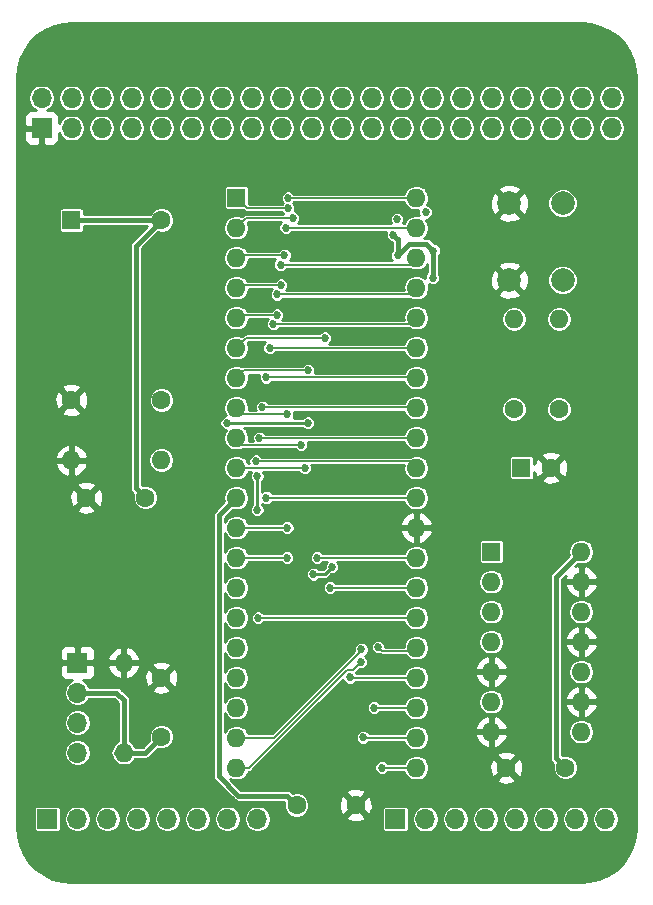
<source format=gtl>
%TF.GenerationSoftware,KiCad,Pcbnew,(5.0.1)-3*%
%TF.CreationDate,2018-11-22T17:32:38+01:00*%
%TF.ProjectId,S80 Processor,5338302050726F636573736F722E6B69,2.0*%
%TF.SameCoordinates,Original*%
%TF.FileFunction,Copper,L1,Top,Signal*%
%TF.FilePolarity,Positive*%
%FSLAX46Y46*%
G04 Gerber Fmt 4.6, Leading zero omitted, Abs format (unit mm)*
G04 Created by KiCad (PCBNEW (5.0.1)-3) date 22/11/2018 17:32:38*
%MOMM*%
%LPD*%
G01*
G04 APERTURE LIST*
%ADD10O,1.600000X1.600000*%
%ADD11R,1.600000X1.600000*%
%ADD12C,1.600000*%
%ADD13R,1.700000X1.700000*%
%ADD14O,1.700000X1.700000*%
%ADD15C,2.000000*%
%ADD16C,0.685800*%
%ADD17C,0.457200*%
%ADD18C,0.254000*%
%ADD19C,0.152400*%
G04 APERTURE END LIST*
D10*
X111760000Y-44450000D03*
X96520000Y-92710000D03*
X111760000Y-46990000D03*
X96520000Y-90170000D03*
X111760000Y-49530000D03*
X96520000Y-87630000D03*
X111760000Y-52070000D03*
X96520000Y-85090000D03*
X111760000Y-54610000D03*
X96520000Y-82550000D03*
X111760000Y-57150000D03*
X96520000Y-80010000D03*
X111760000Y-59690000D03*
X96520000Y-77470000D03*
X111760000Y-62230000D03*
X96520000Y-74930000D03*
X111760000Y-64770000D03*
X96520000Y-72390000D03*
X111760000Y-67310000D03*
X96520000Y-69850000D03*
X111760000Y-69850000D03*
X96520000Y-67310000D03*
X111760000Y-72390000D03*
X96520000Y-64770000D03*
X111760000Y-74930000D03*
X96520000Y-62230000D03*
X111760000Y-77470000D03*
X96520000Y-59690000D03*
X111760000Y-80010000D03*
X96520000Y-57150000D03*
X111760000Y-82550000D03*
X96520000Y-54610000D03*
X111760000Y-85090000D03*
X96520000Y-52070000D03*
X111760000Y-87630000D03*
X96520000Y-49530000D03*
X111760000Y-90170000D03*
X96520000Y-46990000D03*
X111760000Y-92710000D03*
D11*
X96520000Y-44450000D03*
D12*
X106613960Y-95885000D03*
X101613960Y-95885000D03*
X90170000Y-85090000D03*
X90170000Y-90090000D03*
D11*
X120650000Y-67310000D03*
D12*
X123150000Y-67310000D03*
X119380000Y-92710000D03*
X124380000Y-92710000D03*
X88820000Y-69850000D03*
X83820000Y-69850000D03*
D10*
X86995000Y-91440000D03*
X86995000Y-83820000D03*
X82550000Y-66675000D03*
X90170000Y-66675000D03*
D13*
X80510380Y-97053400D03*
D14*
X83050380Y-97053400D03*
X85590380Y-97053400D03*
X88130380Y-97053400D03*
X90670380Y-97053400D03*
X93210380Y-97053400D03*
X95750380Y-97053400D03*
X98290380Y-97053400D03*
D13*
X80025240Y-38557200D03*
D14*
X80025240Y-36017200D03*
X82565240Y-38557200D03*
X82565240Y-36017200D03*
X85105240Y-38557200D03*
X85105240Y-36017200D03*
X87645240Y-38557200D03*
X87645240Y-36017200D03*
X90185240Y-38557200D03*
X90185240Y-36017200D03*
X92725240Y-38557200D03*
X92725240Y-36017200D03*
X95265240Y-38557200D03*
X95265240Y-36017200D03*
X97805240Y-38557200D03*
X97805240Y-36017200D03*
X100345240Y-38557200D03*
X100345240Y-36017200D03*
X102885240Y-38557200D03*
X102885240Y-36017200D03*
X105425240Y-38557200D03*
X105425240Y-36017200D03*
X107965240Y-38557200D03*
X107965240Y-36017200D03*
X110505240Y-38557200D03*
X110505240Y-36017200D03*
X113045240Y-38557200D03*
X113045240Y-36017200D03*
X115585240Y-38557200D03*
X115585240Y-36017200D03*
X118125240Y-38557200D03*
X118125240Y-36017200D03*
X120665240Y-38557200D03*
X120665240Y-36017200D03*
X123205240Y-38557200D03*
X123205240Y-36017200D03*
X125745240Y-38557200D03*
X125745240Y-36017200D03*
X128285240Y-38557200D03*
X128285240Y-36017200D03*
X127767080Y-97061020D03*
X125227080Y-97061020D03*
X122687080Y-97061020D03*
X120147080Y-97061020D03*
X117607080Y-97061020D03*
X115067080Y-97061020D03*
X112527080Y-97061020D03*
D13*
X109987080Y-97061020D03*
X83050380Y-83820000D03*
D14*
X83050380Y-86360000D03*
X83050380Y-88900000D03*
X83050380Y-91440000D03*
D12*
X123825000Y-62357000D03*
D10*
X123825000Y-54737000D03*
X120015000Y-54737000D03*
D12*
X120015000Y-62357000D03*
D15*
X124134000Y-51435000D03*
X119634000Y-51435000D03*
X124134000Y-44935000D03*
X119634000Y-44935000D03*
D10*
X125730000Y-74422000D03*
X118110000Y-89662000D03*
X125730000Y-76962000D03*
X118110000Y-87122000D03*
X125730000Y-79502000D03*
X118110000Y-84582000D03*
X125730000Y-82042000D03*
X118110000Y-82042000D03*
X125730000Y-84582000D03*
X118110000Y-79502000D03*
X125730000Y-87122000D03*
X118110000Y-76962000D03*
X125730000Y-89662000D03*
D11*
X118110000Y-74422000D03*
D12*
X82550000Y-61595000D03*
X90170000Y-61595000D03*
X90170000Y-46355000D03*
D11*
X82550000Y-46355000D03*
D16*
X113202720Y-48938180D03*
X95704660Y-63515240D03*
X110116620Y-46299120D03*
X98282760Y-70876160D03*
X98282760Y-68044060D03*
X103035100Y-76332080D03*
X104620060Y-75732640D03*
X102555040Y-63515240D03*
X110172500Y-49342040D03*
X112539780Y-45684440D03*
X113131600Y-51226720D03*
X109799130Y-47576740D03*
X109603540Y-86306660D03*
X109598460Y-84046060D03*
X109598460Y-84046060D03*
X109598460Y-81681320D03*
X109623860Y-78803500D03*
X98917760Y-92974160D03*
X98927920Y-88816180D03*
X110022640Y-68054220D03*
X110022640Y-68054220D03*
X110022640Y-68054220D03*
X110022640Y-58320940D03*
X110022640Y-60975240D03*
X110022640Y-63461900D03*
X110022640Y-65808860D03*
X110022640Y-56093360D03*
X110025180Y-53855620D03*
X110037880Y-51785520D03*
X109075220Y-48348900D03*
X109247940Y-45656500D03*
X104030780Y-56314340D03*
X99060000Y-69850000D03*
X98165920Y-66728340D03*
X98475800Y-64790320D03*
X98729733Y-62209680D03*
X99034544Y-59664600D03*
X99339355Y-57180480D03*
X99651820Y-55158640D03*
X99964240Y-52641500D03*
X100263960Y-50114200D03*
X100705920Y-46987460D03*
X100911660Y-44460160D03*
X100888800Y-45323760D03*
X101302820Y-46177200D03*
X100589080Y-49316640D03*
X100281740Y-51833780D03*
X99964240Y-54368700D03*
X100820220Y-72395080D03*
X100812600Y-62796420D03*
X102562660Y-59080400D03*
X101975920Y-65369440D03*
X102303580Y-67322700D03*
X100812600Y-74935080D03*
X108826300Y-92710000D03*
X107264200Y-90157300D03*
X107109260Y-82692240D03*
X98348800Y-80020160D03*
X104452420Y-77472540D03*
X103357680Y-74935080D03*
X106138980Y-85077300D03*
X107073700Y-83764120D03*
X108521500Y-82509360D03*
X108165900Y-87630000D03*
D17*
X86360000Y-91440000D02*
X86995000Y-91440000D01*
X88820000Y-91440000D02*
X90170000Y-90090000D01*
X86995000Y-91440000D02*
X88820000Y-91440000D01*
X89370001Y-47154999D02*
X90170000Y-46355000D01*
X88020001Y-48504999D02*
X89370001Y-47154999D01*
X88020001Y-69050001D02*
X88020001Y-48504999D01*
X88820000Y-69850000D02*
X88020001Y-69050001D01*
X83807200Y-46355000D02*
X90170000Y-46355000D01*
X82550000Y-46355000D02*
X83807200Y-46355000D01*
X100813961Y-95085001D02*
X101613960Y-95885000D01*
X96696015Y-95085001D02*
X100813961Y-95085001D01*
X95034199Y-93423185D02*
X96696015Y-95085001D01*
X95034199Y-71335801D02*
X95034199Y-93423185D01*
X96520000Y-69850000D02*
X95034199Y-71335801D01*
X124930001Y-75221999D02*
X125730000Y-74422000D01*
X123580001Y-76571999D02*
X124930001Y-75221999D01*
X123580001Y-91910001D02*
X123580001Y-76571999D01*
X124380000Y-92710000D02*
X123580001Y-91910001D01*
D18*
X98282760Y-70876160D02*
X98282760Y-68044060D01*
X103035100Y-76332080D02*
X104020620Y-76332080D01*
X104020620Y-76332080D02*
X104620060Y-75732640D01*
X95704660Y-63515240D02*
X102555040Y-63515240D01*
D17*
X86360000Y-86360000D02*
X83050380Y-86360000D01*
X86995000Y-91440000D02*
X86995000Y-86995000D01*
X86995000Y-86995000D02*
X86360000Y-86360000D01*
X110172500Y-47950110D02*
X110142029Y-47919639D01*
X110142029Y-47919639D02*
X109799130Y-47576740D01*
X110172500Y-49342040D02*
X110172500Y-47950110D01*
X112613539Y-48348999D02*
X113202720Y-48938180D01*
X110172500Y-49342040D02*
X111165541Y-48348999D01*
X111165541Y-48348999D02*
X112613539Y-48348999D01*
X113202720Y-51155600D02*
X113131600Y-51226720D01*
X113202720Y-48938180D02*
X113202720Y-51155600D01*
D19*
X97360740Y-56309260D02*
X96520000Y-57150000D01*
X104025700Y-56309260D02*
X97360740Y-56309260D01*
X104030780Y-56314340D02*
X104025700Y-56309260D01*
X99060000Y-69850000D02*
X111760000Y-69850000D01*
X98165920Y-66728340D02*
X111178340Y-66728340D01*
X111178340Y-66728340D02*
X111760000Y-67310000D01*
X111739680Y-64790320D02*
X111760000Y-64770000D01*
X98475800Y-64790320D02*
X111739680Y-64790320D01*
X98729733Y-62209680D02*
X111739680Y-62209680D01*
X111739680Y-62209680D02*
X111760000Y-62230000D01*
X111734600Y-59664600D02*
X111760000Y-59690000D01*
X99034544Y-59664600D02*
X111734600Y-59664600D01*
X99339355Y-57180480D02*
X111729520Y-57180480D01*
X111729520Y-57180480D02*
X111760000Y-57150000D01*
X111211360Y-55158640D02*
X111760000Y-54610000D01*
X99651820Y-55158640D02*
X111211360Y-55158640D01*
X111191040Y-52638960D02*
X111760000Y-52070000D01*
X99966780Y-52638960D02*
X111191040Y-52638960D01*
X99964240Y-52641500D02*
X99966780Y-52638960D01*
X111175800Y-50114200D02*
X111760000Y-49530000D01*
X100263960Y-50114200D02*
X111175800Y-50114200D01*
X111760000Y-46990000D02*
X100705920Y-46987460D01*
X111721900Y-44488100D02*
X100939600Y-44488100D01*
X100911660Y-44460160D02*
X100939600Y-44488100D01*
X100888800Y-45323760D02*
X100891340Y-45323760D01*
X100891340Y-45323760D02*
X100886260Y-45328840D01*
X100886260Y-45328840D02*
X97398840Y-45328840D01*
X97398840Y-45328840D02*
X96520000Y-44450000D01*
X101302820Y-46177200D02*
X97332800Y-46177200D01*
X97332800Y-46177200D02*
X96520000Y-46990000D01*
X100581460Y-49324260D02*
X100159820Y-49324260D01*
X100589080Y-49316640D02*
X100581460Y-49324260D01*
X100159820Y-49324260D02*
X96725740Y-49324260D01*
X96725740Y-49324260D02*
X96520000Y-49530000D01*
X96740980Y-51849020D02*
X96520000Y-52070000D01*
X100266500Y-51849020D02*
X96740980Y-51849020D01*
X100281740Y-51833780D02*
X100266500Y-51849020D01*
X96756220Y-54373780D02*
X96520000Y-54610000D01*
X99959160Y-54373780D02*
X96756220Y-54373780D01*
X99964240Y-54368700D02*
X99959160Y-54373780D01*
X100815140Y-72390000D02*
X96520000Y-72390000D01*
X100820220Y-72395080D02*
X100815140Y-72390000D01*
X97086420Y-62796420D02*
X96520000Y-62230000D01*
X98234500Y-62796420D02*
X97086420Y-62796420D01*
X100812600Y-62796420D02*
X98234500Y-62796420D01*
X97134680Y-59075320D02*
X96520000Y-59690000D01*
X102557580Y-59075320D02*
X97134680Y-59075320D01*
X102562660Y-59080400D02*
X102557580Y-59075320D01*
X97121980Y-65371980D02*
X96520000Y-64770000D01*
X101973380Y-65371980D02*
X97121980Y-65371980D01*
X101975920Y-65369440D02*
X101973380Y-65371980D01*
X102288340Y-67310000D02*
X96520000Y-67310000D01*
X102301040Y-67322700D02*
X102288340Y-67310000D01*
X102303580Y-67322700D02*
X102301040Y-67322700D01*
X100807520Y-74930000D02*
X96520000Y-74930000D01*
X100812600Y-74935080D02*
X100807520Y-74930000D01*
X108826300Y-92710000D02*
X111760000Y-92710000D01*
X107264200Y-90157300D02*
X107276900Y-90170000D01*
X107276900Y-90170000D02*
X111760000Y-90170000D01*
X99685584Y-90170000D02*
X96520000Y-90170000D01*
X107114340Y-82741244D02*
X99685584Y-90170000D01*
X107114340Y-82697320D02*
X107114340Y-82741244D01*
X107109260Y-82692240D02*
X107114340Y-82697320D01*
X98358960Y-80010000D02*
X99319080Y-80010000D01*
X98348800Y-80020160D02*
X98358960Y-80010000D01*
X99319080Y-80010000D02*
X111760000Y-80010000D01*
X104454960Y-77470000D02*
X111760000Y-77470000D01*
X104452420Y-77472540D02*
X104454960Y-77470000D01*
X103362760Y-74930000D02*
X111760000Y-74930000D01*
X103357680Y-74935080D02*
X103362760Y-74930000D01*
X106151680Y-85090000D02*
X111760000Y-85090000D01*
X106138980Y-85077300D02*
X106151680Y-85090000D01*
X97576640Y-92710000D02*
X96520000Y-92710000D01*
X105857040Y-84429600D02*
X97576640Y-92710000D01*
X106408220Y-84429600D02*
X105857040Y-84429600D01*
X107073700Y-83764120D02*
X106408220Y-84429600D01*
X108521500Y-82509360D02*
X108864399Y-82852259D01*
X111457741Y-82852259D02*
X111760000Y-82550000D01*
X108864399Y-82852259D02*
X111457741Y-82852259D01*
X108165900Y-87630000D02*
X111760000Y-87630000D01*
D18*
G36*
X126544356Y-29763984D02*
X127332977Y-29979726D01*
X128070927Y-30331712D01*
X128734882Y-30808811D01*
X129303855Y-31395946D01*
X129759866Y-32074560D01*
X130088499Y-32823208D01*
X130280245Y-33621892D01*
X130330600Y-34307585D01*
X130330601Y-97768640D01*
X130256015Y-98604358D01*
X130040273Y-99392979D01*
X129688288Y-100130927D01*
X129211191Y-100794879D01*
X128624056Y-101363853D01*
X127945440Y-101819866D01*
X127196794Y-102148499D01*
X126398108Y-102340245D01*
X125712414Y-102390600D01*
X82571349Y-102390600D01*
X81735642Y-102316015D01*
X80947021Y-102100273D01*
X80209073Y-101748288D01*
X79545121Y-101271191D01*
X78976147Y-100684056D01*
X78520134Y-100005440D01*
X78191501Y-99256794D01*
X77999755Y-98458108D01*
X77949400Y-97772414D01*
X77949400Y-96203400D01*
X79375507Y-96203400D01*
X79375507Y-97903400D01*
X79397192Y-98012416D01*
X79458944Y-98104836D01*
X79551364Y-98166588D01*
X79660380Y-98188273D01*
X81360380Y-98188273D01*
X81469396Y-98166588D01*
X81561816Y-98104836D01*
X81623568Y-98012416D01*
X81645253Y-97903400D01*
X81645253Y-97053400D01*
X81898854Y-97053400D01*
X81986509Y-97494070D01*
X82236128Y-97867652D01*
X82609710Y-98117271D01*
X82939145Y-98182800D01*
X83161615Y-98182800D01*
X83491050Y-98117271D01*
X83864632Y-97867652D01*
X84114251Y-97494070D01*
X84201906Y-97053400D01*
X84438854Y-97053400D01*
X84526509Y-97494070D01*
X84776128Y-97867652D01*
X85149710Y-98117271D01*
X85479145Y-98182800D01*
X85701615Y-98182800D01*
X86031050Y-98117271D01*
X86404632Y-97867652D01*
X86654251Y-97494070D01*
X86741906Y-97053400D01*
X86978854Y-97053400D01*
X87066509Y-97494070D01*
X87316128Y-97867652D01*
X87689710Y-98117271D01*
X88019145Y-98182800D01*
X88241615Y-98182800D01*
X88571050Y-98117271D01*
X88944632Y-97867652D01*
X89194251Y-97494070D01*
X89281906Y-97053400D01*
X89518854Y-97053400D01*
X89606509Y-97494070D01*
X89856128Y-97867652D01*
X90229710Y-98117271D01*
X90559145Y-98182800D01*
X90781615Y-98182800D01*
X91111050Y-98117271D01*
X91484632Y-97867652D01*
X91734251Y-97494070D01*
X91821906Y-97053400D01*
X92058854Y-97053400D01*
X92146509Y-97494070D01*
X92396128Y-97867652D01*
X92769710Y-98117271D01*
X93099145Y-98182800D01*
X93321615Y-98182800D01*
X93651050Y-98117271D01*
X94024632Y-97867652D01*
X94274251Y-97494070D01*
X94361906Y-97053400D01*
X94598854Y-97053400D01*
X94686509Y-97494070D01*
X94936128Y-97867652D01*
X95309710Y-98117271D01*
X95639145Y-98182800D01*
X95861615Y-98182800D01*
X96191050Y-98117271D01*
X96564632Y-97867652D01*
X96814251Y-97494070D01*
X96901906Y-97053400D01*
X97138854Y-97053400D01*
X97226509Y-97494070D01*
X97476128Y-97867652D01*
X97849710Y-98117271D01*
X98179145Y-98182800D01*
X98401615Y-98182800D01*
X98731050Y-98117271D01*
X99104632Y-97867652D01*
X99354251Y-97494070D01*
X99441906Y-97053400D01*
X99354251Y-96612730D01*
X99104632Y-96239148D01*
X98731050Y-95989529D01*
X98401615Y-95924000D01*
X98179145Y-95924000D01*
X97849710Y-95989529D01*
X97476128Y-96239148D01*
X97226509Y-96612730D01*
X97138854Y-97053400D01*
X96901906Y-97053400D01*
X96814251Y-96612730D01*
X96564632Y-96239148D01*
X96191050Y-95989529D01*
X95861615Y-95924000D01*
X95639145Y-95924000D01*
X95309710Y-95989529D01*
X94936128Y-96239148D01*
X94686509Y-96612730D01*
X94598854Y-97053400D01*
X94361906Y-97053400D01*
X94274251Y-96612730D01*
X94024632Y-96239148D01*
X93651050Y-95989529D01*
X93321615Y-95924000D01*
X93099145Y-95924000D01*
X92769710Y-95989529D01*
X92396128Y-96239148D01*
X92146509Y-96612730D01*
X92058854Y-97053400D01*
X91821906Y-97053400D01*
X91734251Y-96612730D01*
X91484632Y-96239148D01*
X91111050Y-95989529D01*
X90781615Y-95924000D01*
X90559145Y-95924000D01*
X90229710Y-95989529D01*
X89856128Y-96239148D01*
X89606509Y-96612730D01*
X89518854Y-97053400D01*
X89281906Y-97053400D01*
X89194251Y-96612730D01*
X88944632Y-96239148D01*
X88571050Y-95989529D01*
X88241615Y-95924000D01*
X88019145Y-95924000D01*
X87689710Y-95989529D01*
X87316128Y-96239148D01*
X87066509Y-96612730D01*
X86978854Y-97053400D01*
X86741906Y-97053400D01*
X86654251Y-96612730D01*
X86404632Y-96239148D01*
X86031050Y-95989529D01*
X85701615Y-95924000D01*
X85479145Y-95924000D01*
X85149710Y-95989529D01*
X84776128Y-96239148D01*
X84526509Y-96612730D01*
X84438854Y-97053400D01*
X84201906Y-97053400D01*
X84114251Y-96612730D01*
X83864632Y-96239148D01*
X83491050Y-95989529D01*
X83161615Y-95924000D01*
X82939145Y-95924000D01*
X82609710Y-95989529D01*
X82236128Y-96239148D01*
X81986509Y-96612730D01*
X81898854Y-97053400D01*
X81645253Y-97053400D01*
X81645253Y-96203400D01*
X81623568Y-96094384D01*
X81561816Y-96001964D01*
X81469396Y-95940212D01*
X81360380Y-95918527D01*
X79660380Y-95918527D01*
X79551364Y-95940212D01*
X79458944Y-96001964D01*
X79397192Y-96094384D01*
X79375507Y-96203400D01*
X77949400Y-96203400D01*
X77949400Y-91440000D01*
X81898854Y-91440000D01*
X81986509Y-91880670D01*
X82236128Y-92254252D01*
X82609710Y-92503871D01*
X82939145Y-92569400D01*
X83161615Y-92569400D01*
X83491050Y-92503871D01*
X83864632Y-92254252D01*
X84114251Y-91880670D01*
X84201906Y-91440000D01*
X84114251Y-90999330D01*
X83864632Y-90625748D01*
X83491050Y-90376129D01*
X83161615Y-90310600D01*
X82939145Y-90310600D01*
X82609710Y-90376129D01*
X82236128Y-90625748D01*
X81986509Y-90999330D01*
X81898854Y-91440000D01*
X77949400Y-91440000D01*
X77949400Y-88900000D01*
X81898854Y-88900000D01*
X81986509Y-89340670D01*
X82236128Y-89714252D01*
X82609710Y-89963871D01*
X82939145Y-90029400D01*
X83161615Y-90029400D01*
X83491050Y-89963871D01*
X83864632Y-89714252D01*
X84114251Y-89340670D01*
X84201906Y-88900000D01*
X84114251Y-88459330D01*
X83864632Y-88085748D01*
X83491050Y-87836129D01*
X83161615Y-87770600D01*
X82939145Y-87770600D01*
X82609710Y-87836129D01*
X82236128Y-88085748D01*
X81986509Y-88459330D01*
X81898854Y-88900000D01*
X77949400Y-88900000D01*
X77949400Y-84105750D01*
X81565380Y-84105750D01*
X81565380Y-84796310D01*
X81662053Y-85029699D01*
X81840682Y-85208327D01*
X82074071Y-85305000D01*
X82596434Y-85305000D01*
X82236128Y-85545748D01*
X81986509Y-85919330D01*
X81898854Y-86360000D01*
X81986509Y-86800670D01*
X82236128Y-87174252D01*
X82609710Y-87423871D01*
X82939145Y-87489400D01*
X83161615Y-87489400D01*
X83491050Y-87423871D01*
X83864632Y-87174252D01*
X84069263Y-86868000D01*
X86149580Y-86868000D01*
X86487001Y-87205422D01*
X86487000Y-90481252D01*
X86216796Y-90661796D01*
X85978228Y-91018839D01*
X85956094Y-91130113D01*
X85881475Y-91241788D01*
X85842048Y-91440000D01*
X85881475Y-91638212D01*
X85956094Y-91749887D01*
X85978228Y-91861161D01*
X86216796Y-92218204D01*
X86573839Y-92456772D01*
X86888692Y-92519400D01*
X87101308Y-92519400D01*
X87416161Y-92456772D01*
X87773204Y-92218204D01*
X87953748Y-91948000D01*
X88769972Y-91948000D01*
X88820000Y-91957951D01*
X88870028Y-91948000D01*
X88870032Y-91948000D01*
X89018212Y-91918525D01*
X89186247Y-91806247D01*
X89214588Y-91763832D01*
X89851863Y-91126557D01*
X89955294Y-91169400D01*
X90384706Y-91169400D01*
X90781431Y-91005071D01*
X91085071Y-90701431D01*
X91249400Y-90304706D01*
X91249400Y-89875294D01*
X91085071Y-89478569D01*
X90781431Y-89174929D01*
X90384706Y-89010600D01*
X89955294Y-89010600D01*
X89558569Y-89174929D01*
X89254929Y-89478569D01*
X89090600Y-89875294D01*
X89090600Y-90304706D01*
X89133443Y-90408137D01*
X88609580Y-90932000D01*
X87953748Y-90932000D01*
X87773204Y-90661796D01*
X87503000Y-90481252D01*
X87503000Y-87045028D01*
X87512951Y-86995000D01*
X87503000Y-86944972D01*
X87503000Y-86944968D01*
X87473525Y-86796788D01*
X87398050Y-86683832D01*
X87389588Y-86671167D01*
X87389586Y-86671165D01*
X87361247Y-86628753D01*
X87318835Y-86600414D01*
X86816166Y-86097745D01*
X89341861Y-86097745D01*
X89415995Y-86343864D01*
X89953223Y-86536965D01*
X90523454Y-86509778D01*
X90924005Y-86343864D01*
X90998139Y-86097745D01*
X90170000Y-85269605D01*
X89341861Y-86097745D01*
X86816166Y-86097745D01*
X86754588Y-86036168D01*
X86726247Y-85993753D01*
X86558212Y-85881475D01*
X86410032Y-85852000D01*
X86410028Y-85852000D01*
X86360000Y-85842049D01*
X86309972Y-85852000D01*
X84069263Y-85852000D01*
X83864632Y-85545748D01*
X83504326Y-85305000D01*
X84026689Y-85305000D01*
X84260078Y-85208327D01*
X84438707Y-85029699D01*
X84535380Y-84796310D01*
X84535380Y-84169041D01*
X85603086Y-84169041D01*
X85842611Y-84675134D01*
X86257577Y-85051041D01*
X86645961Y-85211904D01*
X86868000Y-85089915D01*
X86868000Y-83947000D01*
X87122000Y-83947000D01*
X87122000Y-85089915D01*
X87344039Y-85211904D01*
X87732423Y-85051041D01*
X87928717Y-84873223D01*
X88723035Y-84873223D01*
X88750222Y-85443454D01*
X88916136Y-85844005D01*
X89162255Y-85918139D01*
X89990395Y-85090000D01*
X90349605Y-85090000D01*
X91177745Y-85918139D01*
X91423864Y-85844005D01*
X91616965Y-85306777D01*
X91589778Y-84736546D01*
X91423864Y-84335995D01*
X91177745Y-84261861D01*
X90349605Y-85090000D01*
X89990395Y-85090000D01*
X89162255Y-84261861D01*
X88916136Y-84335995D01*
X88723035Y-84873223D01*
X87928717Y-84873223D01*
X88147389Y-84675134D01*
X88386914Y-84169041D01*
X88339510Y-84082255D01*
X89341861Y-84082255D01*
X90170000Y-84910395D01*
X90998139Y-84082255D01*
X90924005Y-83836136D01*
X90386777Y-83643035D01*
X89816546Y-83670222D01*
X89415995Y-83836136D01*
X89341861Y-84082255D01*
X88339510Y-84082255D01*
X88265629Y-83947000D01*
X87122000Y-83947000D01*
X86868000Y-83947000D01*
X85724371Y-83947000D01*
X85603086Y-84169041D01*
X84535380Y-84169041D01*
X84535380Y-84105750D01*
X84376630Y-83947000D01*
X83177380Y-83947000D01*
X83177380Y-83967000D01*
X82923380Y-83967000D01*
X82923380Y-83947000D01*
X81724130Y-83947000D01*
X81565380Y-84105750D01*
X77949400Y-84105750D01*
X77949400Y-82843690D01*
X81565380Y-82843690D01*
X81565380Y-83534250D01*
X81724130Y-83693000D01*
X82923380Y-83693000D01*
X82923380Y-82493750D01*
X83177380Y-82493750D01*
X83177380Y-83693000D01*
X84376630Y-83693000D01*
X84535380Y-83534250D01*
X84535380Y-83470959D01*
X85603086Y-83470959D01*
X85724371Y-83693000D01*
X86868000Y-83693000D01*
X86868000Y-82550085D01*
X87122000Y-82550085D01*
X87122000Y-83693000D01*
X88265629Y-83693000D01*
X88386914Y-83470959D01*
X88147389Y-82964866D01*
X87732423Y-82588959D01*
X87344039Y-82428096D01*
X87122000Y-82550085D01*
X86868000Y-82550085D01*
X86645961Y-82428096D01*
X86257577Y-82588959D01*
X85842611Y-82964866D01*
X85603086Y-83470959D01*
X84535380Y-83470959D01*
X84535380Y-82843690D01*
X84438707Y-82610301D01*
X84260078Y-82431673D01*
X84026689Y-82335000D01*
X83336130Y-82335000D01*
X83177380Y-82493750D01*
X82923380Y-82493750D01*
X82764630Y-82335000D01*
X82074071Y-82335000D01*
X81840682Y-82431673D01*
X81662053Y-82610301D01*
X81565380Y-82843690D01*
X77949400Y-82843690D01*
X77949400Y-71335801D01*
X94516248Y-71335801D01*
X94526199Y-71385829D01*
X94526200Y-93373152D01*
X94516248Y-93423185D01*
X94555674Y-93621396D01*
X94639611Y-93747017D01*
X94639614Y-93747020D01*
X94667953Y-93789432D01*
X94710365Y-93817771D01*
X96301429Y-95408836D01*
X96329768Y-95451248D01*
X96372180Y-95479587D01*
X96372182Y-95479589D01*
X96497803Y-95563526D01*
X96645983Y-95593001D01*
X96645987Y-95593001D01*
X96696015Y-95602952D01*
X96746043Y-95593001D01*
X100566576Y-95593001D01*
X100534560Y-95670294D01*
X100534560Y-96099706D01*
X100698889Y-96496431D01*
X101002529Y-96800071D01*
X101399254Y-96964400D01*
X101828666Y-96964400D01*
X102001656Y-96892745D01*
X105785821Y-96892745D01*
X105859955Y-97138864D01*
X106397183Y-97331965D01*
X106967414Y-97304778D01*
X107367965Y-97138864D01*
X107442099Y-96892745D01*
X106613960Y-96064605D01*
X105785821Y-96892745D01*
X102001656Y-96892745D01*
X102225391Y-96800071D01*
X102529031Y-96496431D01*
X102693360Y-96099706D01*
X102693360Y-95670294D01*
X102692503Y-95668223D01*
X105166995Y-95668223D01*
X105194182Y-96238454D01*
X105360096Y-96639005D01*
X105606215Y-96713139D01*
X106434355Y-95885000D01*
X106793565Y-95885000D01*
X107621705Y-96713139D01*
X107867824Y-96639005D01*
X108021658Y-96211020D01*
X108852207Y-96211020D01*
X108852207Y-97911020D01*
X108873892Y-98020036D01*
X108935644Y-98112456D01*
X109028064Y-98174208D01*
X109137080Y-98195893D01*
X110837080Y-98195893D01*
X110946096Y-98174208D01*
X111038516Y-98112456D01*
X111100268Y-98020036D01*
X111121953Y-97911020D01*
X111121953Y-97061020D01*
X111375554Y-97061020D01*
X111463209Y-97501690D01*
X111712828Y-97875272D01*
X112086410Y-98124891D01*
X112415845Y-98190420D01*
X112638315Y-98190420D01*
X112967750Y-98124891D01*
X113341332Y-97875272D01*
X113590951Y-97501690D01*
X113678606Y-97061020D01*
X113915554Y-97061020D01*
X114003209Y-97501690D01*
X114252828Y-97875272D01*
X114626410Y-98124891D01*
X114955845Y-98190420D01*
X115178315Y-98190420D01*
X115507750Y-98124891D01*
X115881332Y-97875272D01*
X116130951Y-97501690D01*
X116218606Y-97061020D01*
X116455554Y-97061020D01*
X116543209Y-97501690D01*
X116792828Y-97875272D01*
X117166410Y-98124891D01*
X117495845Y-98190420D01*
X117718315Y-98190420D01*
X118047750Y-98124891D01*
X118421332Y-97875272D01*
X118670951Y-97501690D01*
X118758606Y-97061020D01*
X118995554Y-97061020D01*
X119083209Y-97501690D01*
X119332828Y-97875272D01*
X119706410Y-98124891D01*
X120035845Y-98190420D01*
X120258315Y-98190420D01*
X120587750Y-98124891D01*
X120961332Y-97875272D01*
X121210951Y-97501690D01*
X121298606Y-97061020D01*
X121535554Y-97061020D01*
X121623209Y-97501690D01*
X121872828Y-97875272D01*
X122246410Y-98124891D01*
X122575845Y-98190420D01*
X122798315Y-98190420D01*
X123127750Y-98124891D01*
X123501332Y-97875272D01*
X123750951Y-97501690D01*
X123838606Y-97061020D01*
X124075554Y-97061020D01*
X124163209Y-97501690D01*
X124412828Y-97875272D01*
X124786410Y-98124891D01*
X125115845Y-98190420D01*
X125338315Y-98190420D01*
X125667750Y-98124891D01*
X126041332Y-97875272D01*
X126290951Y-97501690D01*
X126378606Y-97061020D01*
X126615554Y-97061020D01*
X126703209Y-97501690D01*
X126952828Y-97875272D01*
X127326410Y-98124891D01*
X127655845Y-98190420D01*
X127878315Y-98190420D01*
X128207750Y-98124891D01*
X128581332Y-97875272D01*
X128830951Y-97501690D01*
X128918606Y-97061020D01*
X128830951Y-96620350D01*
X128581332Y-96246768D01*
X128207750Y-95997149D01*
X127878315Y-95931620D01*
X127655845Y-95931620D01*
X127326410Y-95997149D01*
X126952828Y-96246768D01*
X126703209Y-96620350D01*
X126615554Y-97061020D01*
X126378606Y-97061020D01*
X126290951Y-96620350D01*
X126041332Y-96246768D01*
X125667750Y-95997149D01*
X125338315Y-95931620D01*
X125115845Y-95931620D01*
X124786410Y-95997149D01*
X124412828Y-96246768D01*
X124163209Y-96620350D01*
X124075554Y-97061020D01*
X123838606Y-97061020D01*
X123750951Y-96620350D01*
X123501332Y-96246768D01*
X123127750Y-95997149D01*
X122798315Y-95931620D01*
X122575845Y-95931620D01*
X122246410Y-95997149D01*
X121872828Y-96246768D01*
X121623209Y-96620350D01*
X121535554Y-97061020D01*
X121298606Y-97061020D01*
X121210951Y-96620350D01*
X120961332Y-96246768D01*
X120587750Y-95997149D01*
X120258315Y-95931620D01*
X120035845Y-95931620D01*
X119706410Y-95997149D01*
X119332828Y-96246768D01*
X119083209Y-96620350D01*
X118995554Y-97061020D01*
X118758606Y-97061020D01*
X118670951Y-96620350D01*
X118421332Y-96246768D01*
X118047750Y-95997149D01*
X117718315Y-95931620D01*
X117495845Y-95931620D01*
X117166410Y-95997149D01*
X116792828Y-96246768D01*
X116543209Y-96620350D01*
X116455554Y-97061020D01*
X116218606Y-97061020D01*
X116130951Y-96620350D01*
X115881332Y-96246768D01*
X115507750Y-95997149D01*
X115178315Y-95931620D01*
X114955845Y-95931620D01*
X114626410Y-95997149D01*
X114252828Y-96246768D01*
X114003209Y-96620350D01*
X113915554Y-97061020D01*
X113678606Y-97061020D01*
X113590951Y-96620350D01*
X113341332Y-96246768D01*
X112967750Y-95997149D01*
X112638315Y-95931620D01*
X112415845Y-95931620D01*
X112086410Y-95997149D01*
X111712828Y-96246768D01*
X111463209Y-96620350D01*
X111375554Y-97061020D01*
X111121953Y-97061020D01*
X111121953Y-96211020D01*
X111100268Y-96102004D01*
X111038516Y-96009584D01*
X110946096Y-95947832D01*
X110837080Y-95926147D01*
X109137080Y-95926147D01*
X109028064Y-95947832D01*
X108935644Y-96009584D01*
X108873892Y-96102004D01*
X108852207Y-96211020D01*
X108021658Y-96211020D01*
X108060925Y-96101777D01*
X108033738Y-95531546D01*
X107867824Y-95130995D01*
X107621705Y-95056861D01*
X106793565Y-95885000D01*
X106434355Y-95885000D01*
X105606215Y-95056861D01*
X105360096Y-95130995D01*
X105166995Y-95668223D01*
X102692503Y-95668223D01*
X102529031Y-95273569D01*
X102225391Y-94969929D01*
X102001657Y-94877255D01*
X105785821Y-94877255D01*
X106613960Y-95705395D01*
X107442099Y-94877255D01*
X107367965Y-94631136D01*
X106830737Y-94438035D01*
X106260506Y-94465222D01*
X105859955Y-94631136D01*
X105785821Y-94877255D01*
X102001657Y-94877255D01*
X101828666Y-94805600D01*
X101399254Y-94805600D01*
X101295823Y-94848443D01*
X101208548Y-94761168D01*
X101180208Y-94718754D01*
X101012173Y-94606476D01*
X100863993Y-94577001D01*
X100863989Y-94577001D01*
X100813961Y-94567050D01*
X100763933Y-94577001D01*
X96906436Y-94577001D01*
X95970359Y-93640924D01*
X96098839Y-93726772D01*
X96413692Y-93789400D01*
X96626308Y-93789400D01*
X96941161Y-93726772D01*
X97298204Y-93488204D01*
X97536772Y-93131161D01*
X97549501Y-93067168D01*
X97576640Y-93072566D01*
X97611660Y-93065600D01*
X97715388Y-93044967D01*
X97833013Y-92966373D01*
X97852851Y-92936683D01*
X98203317Y-92586217D01*
X108204000Y-92586217D01*
X108204000Y-92833783D01*
X108298739Y-93062505D01*
X108473795Y-93237561D01*
X108702517Y-93332300D01*
X108950083Y-93332300D01*
X109178805Y-93237561D01*
X109350766Y-93065600D01*
X110730187Y-93065600D01*
X110743228Y-93131161D01*
X110981796Y-93488204D01*
X111338839Y-93726772D01*
X111653692Y-93789400D01*
X111866308Y-93789400D01*
X112181161Y-93726772D01*
X112194670Y-93717745D01*
X118551861Y-93717745D01*
X118625995Y-93963864D01*
X119163223Y-94156965D01*
X119733454Y-94129778D01*
X120134005Y-93963864D01*
X120208139Y-93717745D01*
X119380000Y-92889605D01*
X118551861Y-93717745D01*
X112194670Y-93717745D01*
X112538204Y-93488204D01*
X112776772Y-93131161D01*
X112860546Y-92710000D01*
X112817427Y-92493223D01*
X117933035Y-92493223D01*
X117960222Y-93063454D01*
X118126136Y-93464005D01*
X118372255Y-93538139D01*
X119200395Y-92710000D01*
X119559605Y-92710000D01*
X120387745Y-93538139D01*
X120633864Y-93464005D01*
X120826965Y-92926777D01*
X120799778Y-92356546D01*
X120633864Y-91955995D01*
X120387745Y-91881861D01*
X119559605Y-92710000D01*
X119200395Y-92710000D01*
X118372255Y-91881861D01*
X118126136Y-91955995D01*
X117933035Y-92493223D01*
X112817427Y-92493223D01*
X112776772Y-92288839D01*
X112538204Y-91931796D01*
X112194671Y-91702255D01*
X118551861Y-91702255D01*
X119380000Y-92530395D01*
X120208139Y-91702255D01*
X120134005Y-91456136D01*
X119596777Y-91263035D01*
X119026546Y-91290222D01*
X118625995Y-91456136D01*
X118551861Y-91702255D01*
X112194671Y-91702255D01*
X112181161Y-91693228D01*
X111866308Y-91630600D01*
X111653692Y-91630600D01*
X111338839Y-91693228D01*
X110981796Y-91931796D01*
X110743228Y-92288839D01*
X110730187Y-92354400D01*
X109350766Y-92354400D01*
X109178805Y-92182439D01*
X108950083Y-92087700D01*
X108702517Y-92087700D01*
X108473795Y-92182439D01*
X108298739Y-92357495D01*
X108204000Y-92586217D01*
X98203317Y-92586217D01*
X100756017Y-90033517D01*
X106641900Y-90033517D01*
X106641900Y-90281083D01*
X106736639Y-90509805D01*
X106911695Y-90684861D01*
X107140417Y-90779600D01*
X107387983Y-90779600D01*
X107616705Y-90684861D01*
X107775966Y-90525600D01*
X110730187Y-90525600D01*
X110743228Y-90591161D01*
X110981796Y-90948204D01*
X111338839Y-91186772D01*
X111653692Y-91249400D01*
X111866308Y-91249400D01*
X112181161Y-91186772D01*
X112538204Y-90948204D01*
X112776772Y-90591161D01*
X112860546Y-90170000D01*
X112828927Y-90011039D01*
X116718096Y-90011039D01*
X116878959Y-90399423D01*
X117254866Y-90814389D01*
X117760959Y-91053914D01*
X117983000Y-90932629D01*
X117983000Y-89789000D01*
X118237000Y-89789000D01*
X118237000Y-90932629D01*
X118459041Y-91053914D01*
X118965134Y-90814389D01*
X119341041Y-90399423D01*
X119501904Y-90011039D01*
X119379915Y-89789000D01*
X118237000Y-89789000D01*
X117983000Y-89789000D01*
X116840085Y-89789000D01*
X116718096Y-90011039D01*
X112828927Y-90011039D01*
X112776772Y-89748839D01*
X112538204Y-89391796D01*
X112420219Y-89312961D01*
X116718096Y-89312961D01*
X116840085Y-89535000D01*
X117983000Y-89535000D01*
X117983000Y-88391371D01*
X118237000Y-88391371D01*
X118237000Y-89535000D01*
X119379915Y-89535000D01*
X119501904Y-89312961D01*
X119341041Y-88924577D01*
X118965134Y-88509611D01*
X118459041Y-88270086D01*
X118237000Y-88391371D01*
X117983000Y-88391371D01*
X117760959Y-88270086D01*
X117254866Y-88509611D01*
X116878959Y-88924577D01*
X116718096Y-89312961D01*
X112420219Y-89312961D01*
X112181161Y-89153228D01*
X111866308Y-89090600D01*
X111653692Y-89090600D01*
X111338839Y-89153228D01*
X110981796Y-89391796D01*
X110743228Y-89748839D01*
X110730187Y-89814400D01*
X107795739Y-89814400D01*
X107791761Y-89804795D01*
X107616705Y-89629739D01*
X107387983Y-89535000D01*
X107140417Y-89535000D01*
X106911695Y-89629739D01*
X106736639Y-89804795D01*
X106641900Y-90033517D01*
X100756017Y-90033517D01*
X103283317Y-87506217D01*
X107543600Y-87506217D01*
X107543600Y-87753783D01*
X107638339Y-87982505D01*
X107813395Y-88157561D01*
X108042117Y-88252300D01*
X108289683Y-88252300D01*
X108518405Y-88157561D01*
X108690366Y-87985600D01*
X110730187Y-87985600D01*
X110743228Y-88051161D01*
X110981796Y-88408204D01*
X111338839Y-88646772D01*
X111653692Y-88709400D01*
X111866308Y-88709400D01*
X112181161Y-88646772D01*
X112538204Y-88408204D01*
X112776772Y-88051161D01*
X112860546Y-87630000D01*
X112776772Y-87208839D01*
X112718749Y-87122000D01*
X117009454Y-87122000D01*
X117093228Y-87543161D01*
X117331796Y-87900204D01*
X117688839Y-88138772D01*
X118003692Y-88201400D01*
X118216308Y-88201400D01*
X118531161Y-88138772D01*
X118888204Y-87900204D01*
X119126772Y-87543161D01*
X119210546Y-87122000D01*
X119126772Y-86700839D01*
X118888204Y-86343796D01*
X118531161Y-86105228D01*
X118216308Y-86042600D01*
X118003692Y-86042600D01*
X117688839Y-86105228D01*
X117331796Y-86343796D01*
X117093228Y-86700839D01*
X117009454Y-87122000D01*
X112718749Y-87122000D01*
X112538204Y-86851796D01*
X112181161Y-86613228D01*
X111866308Y-86550600D01*
X111653692Y-86550600D01*
X111338839Y-86613228D01*
X110981796Y-86851796D01*
X110743228Y-87208839D01*
X110730187Y-87274400D01*
X108690366Y-87274400D01*
X108518405Y-87102439D01*
X108289683Y-87007700D01*
X108042117Y-87007700D01*
X107813395Y-87102439D01*
X107638339Y-87277495D01*
X107543600Y-87506217D01*
X103283317Y-87506217D01*
X105537701Y-85251834D01*
X105611419Y-85429805D01*
X105786475Y-85604861D01*
X106015197Y-85699600D01*
X106262763Y-85699600D01*
X106491485Y-85604861D01*
X106650746Y-85445600D01*
X110730187Y-85445600D01*
X110743228Y-85511161D01*
X110981796Y-85868204D01*
X111338839Y-86106772D01*
X111653692Y-86169400D01*
X111866308Y-86169400D01*
X112181161Y-86106772D01*
X112538204Y-85868204D01*
X112776772Y-85511161D01*
X112860546Y-85090000D01*
X112828927Y-84931039D01*
X116718096Y-84931039D01*
X116878959Y-85319423D01*
X117254866Y-85734389D01*
X117760959Y-85973914D01*
X117983000Y-85852629D01*
X117983000Y-84709000D01*
X118237000Y-84709000D01*
X118237000Y-85852629D01*
X118459041Y-85973914D01*
X118965134Y-85734389D01*
X119341041Y-85319423D01*
X119501904Y-84931039D01*
X119379915Y-84709000D01*
X118237000Y-84709000D01*
X117983000Y-84709000D01*
X116840085Y-84709000D01*
X116718096Y-84931039D01*
X112828927Y-84931039D01*
X112776772Y-84668839D01*
X112538204Y-84311796D01*
X112420219Y-84232961D01*
X116718096Y-84232961D01*
X116840085Y-84455000D01*
X117983000Y-84455000D01*
X117983000Y-83311371D01*
X118237000Y-83311371D01*
X118237000Y-84455000D01*
X119379915Y-84455000D01*
X119501904Y-84232961D01*
X119341041Y-83844577D01*
X118965134Y-83429611D01*
X118459041Y-83190086D01*
X118237000Y-83311371D01*
X117983000Y-83311371D01*
X117760959Y-83190086D01*
X117254866Y-83429611D01*
X116878959Y-83844577D01*
X116718096Y-84232961D01*
X112420219Y-84232961D01*
X112181161Y-84073228D01*
X111866308Y-84010600D01*
X111653692Y-84010600D01*
X111338839Y-84073228D01*
X110981796Y-84311796D01*
X110743228Y-84668839D01*
X110730187Y-84734400D01*
X106670519Y-84734400D01*
X106666541Y-84724795D01*
X106642489Y-84700743D01*
X106664593Y-84685973D01*
X106684431Y-84656283D01*
X106954294Y-84386420D01*
X107197483Y-84386420D01*
X107426205Y-84291681D01*
X107601261Y-84116625D01*
X107696000Y-83887903D01*
X107696000Y-83640337D01*
X107601261Y-83411615D01*
X107426205Y-83236559D01*
X107423756Y-83235545D01*
X107461765Y-83219801D01*
X107636821Y-83044745D01*
X107731560Y-82816023D01*
X107731560Y-82568457D01*
X107655810Y-82385577D01*
X107899200Y-82385577D01*
X107899200Y-82633143D01*
X107993939Y-82861865D01*
X108168995Y-83036921D01*
X108397717Y-83131660D01*
X108642490Y-83131660D01*
X108725651Y-83187226D01*
X108829379Y-83207859D01*
X108829383Y-83207859D01*
X108864398Y-83214824D01*
X108899413Y-83207859D01*
X110901384Y-83207859D01*
X110981796Y-83328204D01*
X111338839Y-83566772D01*
X111653692Y-83629400D01*
X111866308Y-83629400D01*
X112181161Y-83566772D01*
X112538204Y-83328204D01*
X112776772Y-82971161D01*
X112860546Y-82550000D01*
X112776772Y-82128839D01*
X112718749Y-82042000D01*
X117009454Y-82042000D01*
X117093228Y-82463161D01*
X117331796Y-82820204D01*
X117688839Y-83058772D01*
X118003692Y-83121400D01*
X118216308Y-83121400D01*
X118531161Y-83058772D01*
X118888204Y-82820204D01*
X119126772Y-82463161D01*
X119210546Y-82042000D01*
X119126772Y-81620839D01*
X118888204Y-81263796D01*
X118531161Y-81025228D01*
X118216308Y-80962600D01*
X118003692Y-80962600D01*
X117688839Y-81025228D01*
X117331796Y-81263796D01*
X117093228Y-81620839D01*
X117009454Y-82042000D01*
X112718749Y-82042000D01*
X112538204Y-81771796D01*
X112181161Y-81533228D01*
X111866308Y-81470600D01*
X111653692Y-81470600D01*
X111338839Y-81533228D01*
X110981796Y-81771796D01*
X110743228Y-82128839D01*
X110670064Y-82496659D01*
X109143800Y-82496659D01*
X109143800Y-82385577D01*
X109049061Y-82156855D01*
X108874005Y-81981799D01*
X108645283Y-81887060D01*
X108397717Y-81887060D01*
X108168995Y-81981799D01*
X107993939Y-82156855D01*
X107899200Y-82385577D01*
X107655810Y-82385577D01*
X107636821Y-82339735D01*
X107461765Y-82164679D01*
X107233043Y-82069940D01*
X106985477Y-82069940D01*
X106756755Y-82164679D01*
X106581699Y-82339735D01*
X106486960Y-82568457D01*
X106486960Y-82816023D01*
X106501519Y-82851171D01*
X99538290Y-89814400D01*
X97549813Y-89814400D01*
X97536772Y-89748839D01*
X97298204Y-89391796D01*
X96941161Y-89153228D01*
X96626308Y-89090600D01*
X96413692Y-89090600D01*
X96098839Y-89153228D01*
X95741796Y-89391796D01*
X95542199Y-89690515D01*
X95542199Y-88109485D01*
X95741796Y-88408204D01*
X96098839Y-88646772D01*
X96413692Y-88709400D01*
X96626308Y-88709400D01*
X96941161Y-88646772D01*
X97298204Y-88408204D01*
X97536772Y-88051161D01*
X97620546Y-87630000D01*
X97536772Y-87208839D01*
X97298204Y-86851796D01*
X96941161Y-86613228D01*
X96626308Y-86550600D01*
X96413692Y-86550600D01*
X96098839Y-86613228D01*
X95741796Y-86851796D01*
X95542199Y-87150515D01*
X95542199Y-85569485D01*
X95741796Y-85868204D01*
X96098839Y-86106772D01*
X96413692Y-86169400D01*
X96626308Y-86169400D01*
X96941161Y-86106772D01*
X97298204Y-85868204D01*
X97536772Y-85511161D01*
X97620546Y-85090000D01*
X97536772Y-84668839D01*
X97298204Y-84311796D01*
X96941161Y-84073228D01*
X96626308Y-84010600D01*
X96413692Y-84010600D01*
X96098839Y-84073228D01*
X95741796Y-84311796D01*
X95542199Y-84610515D01*
X95542199Y-83029485D01*
X95741796Y-83328204D01*
X96098839Y-83566772D01*
X96413692Y-83629400D01*
X96626308Y-83629400D01*
X96941161Y-83566772D01*
X97298204Y-83328204D01*
X97536772Y-82971161D01*
X97620546Y-82550000D01*
X97536772Y-82128839D01*
X97298204Y-81771796D01*
X96941161Y-81533228D01*
X96626308Y-81470600D01*
X96413692Y-81470600D01*
X96098839Y-81533228D01*
X95741796Y-81771796D01*
X95542199Y-82070515D01*
X95542199Y-80489485D01*
X95741796Y-80788204D01*
X96098839Y-81026772D01*
X96413692Y-81089400D01*
X96626308Y-81089400D01*
X96941161Y-81026772D01*
X97298204Y-80788204D01*
X97536772Y-80431161D01*
X97620546Y-80010000D01*
X97597946Y-79896377D01*
X97726500Y-79896377D01*
X97726500Y-80143943D01*
X97821239Y-80372665D01*
X97996295Y-80547721D01*
X98225017Y-80642460D01*
X98472583Y-80642460D01*
X98701305Y-80547721D01*
X98876361Y-80372665D01*
X98879287Y-80365600D01*
X110730187Y-80365600D01*
X110743228Y-80431161D01*
X110981796Y-80788204D01*
X111338839Y-81026772D01*
X111653692Y-81089400D01*
X111866308Y-81089400D01*
X112181161Y-81026772D01*
X112538204Y-80788204D01*
X112776772Y-80431161D01*
X112860546Y-80010000D01*
X112776772Y-79588839D01*
X112718749Y-79502000D01*
X117009454Y-79502000D01*
X117093228Y-79923161D01*
X117331796Y-80280204D01*
X117688839Y-80518772D01*
X118003692Y-80581400D01*
X118216308Y-80581400D01*
X118531161Y-80518772D01*
X118888204Y-80280204D01*
X119126772Y-79923161D01*
X119210546Y-79502000D01*
X119126772Y-79080839D01*
X118888204Y-78723796D01*
X118531161Y-78485228D01*
X118216308Y-78422600D01*
X118003692Y-78422600D01*
X117688839Y-78485228D01*
X117331796Y-78723796D01*
X117093228Y-79080839D01*
X117009454Y-79502000D01*
X112718749Y-79502000D01*
X112538204Y-79231796D01*
X112181161Y-78993228D01*
X111866308Y-78930600D01*
X111653692Y-78930600D01*
X111338839Y-78993228D01*
X110981796Y-79231796D01*
X110743228Y-79588839D01*
X110730187Y-79654400D01*
X98863106Y-79654400D01*
X98701305Y-79492599D01*
X98472583Y-79397860D01*
X98225017Y-79397860D01*
X97996295Y-79492599D01*
X97821239Y-79667655D01*
X97726500Y-79896377D01*
X97597946Y-79896377D01*
X97536772Y-79588839D01*
X97298204Y-79231796D01*
X96941161Y-78993228D01*
X96626308Y-78930600D01*
X96413692Y-78930600D01*
X96098839Y-78993228D01*
X95741796Y-79231796D01*
X95542199Y-79530515D01*
X95542199Y-77949485D01*
X95741796Y-78248204D01*
X96098839Y-78486772D01*
X96413692Y-78549400D01*
X96626308Y-78549400D01*
X96941161Y-78486772D01*
X97298204Y-78248204D01*
X97536772Y-77891161D01*
X97620546Y-77470000D01*
X97596430Y-77348757D01*
X103830120Y-77348757D01*
X103830120Y-77596323D01*
X103924859Y-77825045D01*
X104099915Y-78000101D01*
X104328637Y-78094840D01*
X104576203Y-78094840D01*
X104804925Y-78000101D01*
X104979426Y-77825600D01*
X110730187Y-77825600D01*
X110743228Y-77891161D01*
X110981796Y-78248204D01*
X111338839Y-78486772D01*
X111653692Y-78549400D01*
X111866308Y-78549400D01*
X112181161Y-78486772D01*
X112538204Y-78248204D01*
X112776772Y-77891161D01*
X112860546Y-77470000D01*
X112776772Y-77048839D01*
X112718749Y-76962000D01*
X117009454Y-76962000D01*
X117093228Y-77383161D01*
X117331796Y-77740204D01*
X117688839Y-77978772D01*
X118003692Y-78041400D01*
X118216308Y-78041400D01*
X118531161Y-77978772D01*
X118888204Y-77740204D01*
X119126772Y-77383161D01*
X119210546Y-76962000D01*
X119132971Y-76571999D01*
X123062050Y-76571999D01*
X123072002Y-76622032D01*
X123072001Y-91859973D01*
X123062050Y-91910001D01*
X123072001Y-91960029D01*
X123072001Y-91960032D01*
X123101476Y-92108212D01*
X123213754Y-92276248D01*
X123256169Y-92304589D01*
X123343443Y-92391863D01*
X123300600Y-92495294D01*
X123300600Y-92924706D01*
X123464929Y-93321431D01*
X123768569Y-93625071D01*
X124165294Y-93789400D01*
X124594706Y-93789400D01*
X124991431Y-93625071D01*
X125295071Y-93321431D01*
X125459400Y-92924706D01*
X125459400Y-92495294D01*
X125295071Y-92098569D01*
X124991431Y-91794929D01*
X124594706Y-91630600D01*
X124165294Y-91630600D01*
X124088001Y-91662616D01*
X124088001Y-89662000D01*
X124629454Y-89662000D01*
X124713228Y-90083161D01*
X124951796Y-90440204D01*
X125308839Y-90678772D01*
X125623692Y-90741400D01*
X125836308Y-90741400D01*
X126151161Y-90678772D01*
X126508204Y-90440204D01*
X126746772Y-90083161D01*
X126830546Y-89662000D01*
X126746772Y-89240839D01*
X126508204Y-88883796D01*
X126151161Y-88645228D01*
X125836308Y-88582600D01*
X125623692Y-88582600D01*
X125308839Y-88645228D01*
X124951796Y-88883796D01*
X124713228Y-89240839D01*
X124629454Y-89662000D01*
X124088001Y-89662000D01*
X124088001Y-87471039D01*
X124338096Y-87471039D01*
X124498959Y-87859423D01*
X124874866Y-88274389D01*
X125380959Y-88513914D01*
X125603000Y-88392629D01*
X125603000Y-87249000D01*
X125857000Y-87249000D01*
X125857000Y-88392629D01*
X126079041Y-88513914D01*
X126585134Y-88274389D01*
X126961041Y-87859423D01*
X127121904Y-87471039D01*
X126999915Y-87249000D01*
X125857000Y-87249000D01*
X125603000Y-87249000D01*
X124460085Y-87249000D01*
X124338096Y-87471039D01*
X124088001Y-87471039D01*
X124088001Y-86772961D01*
X124338096Y-86772961D01*
X124460085Y-86995000D01*
X125603000Y-86995000D01*
X125603000Y-85851371D01*
X125857000Y-85851371D01*
X125857000Y-86995000D01*
X126999915Y-86995000D01*
X127121904Y-86772961D01*
X126961041Y-86384577D01*
X126585134Y-85969611D01*
X126079041Y-85730086D01*
X125857000Y-85851371D01*
X125603000Y-85851371D01*
X125380959Y-85730086D01*
X124874866Y-85969611D01*
X124498959Y-86384577D01*
X124338096Y-86772961D01*
X124088001Y-86772961D01*
X124088001Y-84582000D01*
X124629454Y-84582000D01*
X124713228Y-85003161D01*
X124951796Y-85360204D01*
X125308839Y-85598772D01*
X125623692Y-85661400D01*
X125836308Y-85661400D01*
X126151161Y-85598772D01*
X126508204Y-85360204D01*
X126746772Y-85003161D01*
X126830546Y-84582000D01*
X126746772Y-84160839D01*
X126508204Y-83803796D01*
X126151161Y-83565228D01*
X125836308Y-83502600D01*
X125623692Y-83502600D01*
X125308839Y-83565228D01*
X124951796Y-83803796D01*
X124713228Y-84160839D01*
X124629454Y-84582000D01*
X124088001Y-84582000D01*
X124088001Y-82391039D01*
X124338096Y-82391039D01*
X124498959Y-82779423D01*
X124874866Y-83194389D01*
X125380959Y-83433914D01*
X125603000Y-83312629D01*
X125603000Y-82169000D01*
X125857000Y-82169000D01*
X125857000Y-83312629D01*
X126079041Y-83433914D01*
X126585134Y-83194389D01*
X126961041Y-82779423D01*
X127121904Y-82391039D01*
X126999915Y-82169000D01*
X125857000Y-82169000D01*
X125603000Y-82169000D01*
X124460085Y-82169000D01*
X124338096Y-82391039D01*
X124088001Y-82391039D01*
X124088001Y-81692961D01*
X124338096Y-81692961D01*
X124460085Y-81915000D01*
X125603000Y-81915000D01*
X125603000Y-80771371D01*
X125857000Y-80771371D01*
X125857000Y-81915000D01*
X126999915Y-81915000D01*
X127121904Y-81692961D01*
X126961041Y-81304577D01*
X126585134Y-80889611D01*
X126079041Y-80650086D01*
X125857000Y-80771371D01*
X125603000Y-80771371D01*
X125380959Y-80650086D01*
X124874866Y-80889611D01*
X124498959Y-81304577D01*
X124338096Y-81692961D01*
X124088001Y-81692961D01*
X124088001Y-79502000D01*
X124629454Y-79502000D01*
X124713228Y-79923161D01*
X124951796Y-80280204D01*
X125308839Y-80518772D01*
X125623692Y-80581400D01*
X125836308Y-80581400D01*
X126151161Y-80518772D01*
X126508204Y-80280204D01*
X126746772Y-79923161D01*
X126830546Y-79502000D01*
X126746772Y-79080839D01*
X126508204Y-78723796D01*
X126151161Y-78485228D01*
X125836308Y-78422600D01*
X125623692Y-78422600D01*
X125308839Y-78485228D01*
X124951796Y-78723796D01*
X124713228Y-79080839D01*
X124629454Y-79502000D01*
X124088001Y-79502000D01*
X124088001Y-77311039D01*
X124338096Y-77311039D01*
X124498959Y-77699423D01*
X124874866Y-78114389D01*
X125380959Y-78353914D01*
X125603000Y-78232629D01*
X125603000Y-77089000D01*
X125857000Y-77089000D01*
X125857000Y-78232629D01*
X126079041Y-78353914D01*
X126585134Y-78114389D01*
X126961041Y-77699423D01*
X127121904Y-77311039D01*
X126999915Y-77089000D01*
X125857000Y-77089000D01*
X125603000Y-77089000D01*
X124460085Y-77089000D01*
X124338096Y-77311039D01*
X124088001Y-77311039D01*
X124088001Y-76782419D01*
X124395108Y-76475312D01*
X124338096Y-76612961D01*
X124460085Y-76835000D01*
X125603000Y-76835000D01*
X125603000Y-75691371D01*
X125857000Y-75691371D01*
X125857000Y-76835000D01*
X126999915Y-76835000D01*
X127121904Y-76612961D01*
X126961041Y-76224577D01*
X126585134Y-75809611D01*
X126079041Y-75570086D01*
X125857000Y-75691371D01*
X125603000Y-75691371D01*
X125380959Y-75570086D01*
X125227888Y-75642532D01*
X125411273Y-75459147D01*
X125623692Y-75501400D01*
X125836308Y-75501400D01*
X126151161Y-75438772D01*
X126508204Y-75200204D01*
X126746772Y-74843161D01*
X126830546Y-74422000D01*
X126746772Y-74000839D01*
X126508204Y-73643796D01*
X126151161Y-73405228D01*
X125836308Y-73342600D01*
X125623692Y-73342600D01*
X125308839Y-73405228D01*
X124951796Y-73643796D01*
X124713228Y-74000839D01*
X124629454Y-74422000D01*
X124692853Y-74740727D01*
X123256167Y-76177413D01*
X123213755Y-76205752D01*
X123185416Y-76248164D01*
X123185413Y-76248167D01*
X123101476Y-76373788D01*
X123062050Y-76571999D01*
X119132971Y-76571999D01*
X119126772Y-76540839D01*
X118888204Y-76183796D01*
X118531161Y-75945228D01*
X118216308Y-75882600D01*
X118003692Y-75882600D01*
X117688839Y-75945228D01*
X117331796Y-76183796D01*
X117093228Y-76540839D01*
X117009454Y-76962000D01*
X112718749Y-76962000D01*
X112538204Y-76691796D01*
X112181161Y-76453228D01*
X111866308Y-76390600D01*
X111653692Y-76390600D01*
X111338839Y-76453228D01*
X110981796Y-76691796D01*
X110743228Y-77048839D01*
X110730187Y-77114400D01*
X104974346Y-77114400D01*
X104804925Y-76944979D01*
X104576203Y-76850240D01*
X104328637Y-76850240D01*
X104099915Y-76944979D01*
X103924859Y-77120035D01*
X103830120Y-77348757D01*
X97596430Y-77348757D01*
X97536772Y-77048839D01*
X97298204Y-76691796D01*
X96941161Y-76453228D01*
X96626308Y-76390600D01*
X96413692Y-76390600D01*
X96098839Y-76453228D01*
X95741796Y-76691796D01*
X95542199Y-76990515D01*
X95542199Y-76208297D01*
X102412800Y-76208297D01*
X102412800Y-76455863D01*
X102507539Y-76684585D01*
X102682595Y-76859641D01*
X102911317Y-76954380D01*
X103158883Y-76954380D01*
X103387605Y-76859641D01*
X103508766Y-76738480D01*
X103980602Y-76738480D01*
X104020620Y-76746440D01*
X104060638Y-76738480D01*
X104060643Y-76738480D01*
X104179189Y-76714900D01*
X104313617Y-76625077D01*
X104336290Y-76591146D01*
X104572495Y-76354940D01*
X104743843Y-76354940D01*
X104972565Y-76260201D01*
X105147621Y-76085145D01*
X105242360Y-75856423D01*
X105242360Y-75608857D01*
X105147621Y-75380135D01*
X105053086Y-75285600D01*
X110730187Y-75285600D01*
X110743228Y-75351161D01*
X110981796Y-75708204D01*
X111338839Y-75946772D01*
X111653692Y-76009400D01*
X111866308Y-76009400D01*
X112181161Y-75946772D01*
X112538204Y-75708204D01*
X112776772Y-75351161D01*
X112860546Y-74930000D01*
X112776772Y-74508839D01*
X112538204Y-74151796D01*
X112181161Y-73913228D01*
X111866308Y-73850600D01*
X111653692Y-73850600D01*
X111338839Y-73913228D01*
X110981796Y-74151796D01*
X110743228Y-74508839D01*
X110730187Y-74574400D01*
X103877066Y-74574400D01*
X103710185Y-74407519D01*
X103481463Y-74312780D01*
X103233897Y-74312780D01*
X103005175Y-74407519D01*
X102830119Y-74582575D01*
X102735380Y-74811297D01*
X102735380Y-75058863D01*
X102830119Y-75287585D01*
X103005175Y-75462641D01*
X103233897Y-75557380D01*
X103481463Y-75557380D01*
X103710185Y-75462641D01*
X103885241Y-75287585D01*
X103886063Y-75285600D01*
X104187034Y-75285600D01*
X104092499Y-75380135D01*
X103997760Y-75608857D01*
X103997760Y-75780205D01*
X103852285Y-75925680D01*
X103508766Y-75925680D01*
X103387605Y-75804519D01*
X103158883Y-75709780D01*
X102911317Y-75709780D01*
X102682595Y-75804519D01*
X102507539Y-75979575D01*
X102412800Y-76208297D01*
X95542199Y-76208297D01*
X95542199Y-75409485D01*
X95741796Y-75708204D01*
X96098839Y-75946772D01*
X96413692Y-76009400D01*
X96626308Y-76009400D01*
X96941161Y-75946772D01*
X97298204Y-75708204D01*
X97536772Y-75351161D01*
X97549813Y-75285600D01*
X100284217Y-75285600D01*
X100285039Y-75287585D01*
X100460095Y-75462641D01*
X100688817Y-75557380D01*
X100936383Y-75557380D01*
X101165105Y-75462641D01*
X101340161Y-75287585D01*
X101434900Y-75058863D01*
X101434900Y-74811297D01*
X101340161Y-74582575D01*
X101165105Y-74407519D01*
X100936383Y-74312780D01*
X100688817Y-74312780D01*
X100460095Y-74407519D01*
X100293214Y-74574400D01*
X97549813Y-74574400D01*
X97536772Y-74508839D01*
X97298204Y-74151796D01*
X96941161Y-73913228D01*
X96626308Y-73850600D01*
X96413692Y-73850600D01*
X96098839Y-73913228D01*
X95741796Y-74151796D01*
X95542199Y-74450515D01*
X95542199Y-72869485D01*
X95741796Y-73168204D01*
X96098839Y-73406772D01*
X96413692Y-73469400D01*
X96626308Y-73469400D01*
X96941161Y-73406772D01*
X97298204Y-73168204D01*
X97536772Y-72811161D01*
X97549813Y-72745600D01*
X100291837Y-72745600D01*
X100292659Y-72747585D01*
X100467715Y-72922641D01*
X100696437Y-73017380D01*
X100944003Y-73017380D01*
X101172725Y-72922641D01*
X101347781Y-72747585D01*
X101351320Y-72739039D01*
X110368096Y-72739039D01*
X110528959Y-73127423D01*
X110904866Y-73542389D01*
X111410959Y-73781914D01*
X111633000Y-73660629D01*
X111633000Y-72517000D01*
X111887000Y-72517000D01*
X111887000Y-73660629D01*
X112109041Y-73781914D01*
X112446923Y-73622000D01*
X117025127Y-73622000D01*
X117025127Y-75222000D01*
X117046812Y-75331016D01*
X117108564Y-75423436D01*
X117200984Y-75485188D01*
X117310000Y-75506873D01*
X118910000Y-75506873D01*
X119019016Y-75485188D01*
X119111436Y-75423436D01*
X119173188Y-75331016D01*
X119194873Y-75222000D01*
X119194873Y-73622000D01*
X119173188Y-73512984D01*
X119111436Y-73420564D01*
X119019016Y-73358812D01*
X118910000Y-73337127D01*
X117310000Y-73337127D01*
X117200984Y-73358812D01*
X117108564Y-73420564D01*
X117046812Y-73512984D01*
X117025127Y-73622000D01*
X112446923Y-73622000D01*
X112615134Y-73542389D01*
X112991041Y-73127423D01*
X113151904Y-72739039D01*
X113029915Y-72517000D01*
X111887000Y-72517000D01*
X111633000Y-72517000D01*
X110490085Y-72517000D01*
X110368096Y-72739039D01*
X101351320Y-72739039D01*
X101442520Y-72518863D01*
X101442520Y-72271297D01*
X101347781Y-72042575D01*
X101346167Y-72040961D01*
X110368096Y-72040961D01*
X110490085Y-72263000D01*
X111633000Y-72263000D01*
X111633000Y-71119371D01*
X111887000Y-71119371D01*
X111887000Y-72263000D01*
X113029915Y-72263000D01*
X113151904Y-72040961D01*
X112991041Y-71652577D01*
X112615134Y-71237611D01*
X112109041Y-70998086D01*
X111887000Y-71119371D01*
X111633000Y-71119371D01*
X111410959Y-70998086D01*
X110904866Y-71237611D01*
X110528959Y-71652577D01*
X110368096Y-72040961D01*
X101346167Y-72040961D01*
X101172725Y-71867519D01*
X100944003Y-71772780D01*
X100696437Y-71772780D01*
X100467715Y-71867519D01*
X100300834Y-72034400D01*
X97549813Y-72034400D01*
X97536772Y-71968839D01*
X97298204Y-71611796D01*
X96941161Y-71373228D01*
X96626308Y-71310600D01*
X96413692Y-71310600D01*
X96098839Y-71373228D01*
X95741796Y-71611796D01*
X95542199Y-71910515D01*
X95542199Y-71546221D01*
X96201273Y-70887147D01*
X96413692Y-70929400D01*
X96626308Y-70929400D01*
X96941161Y-70866772D01*
X97298204Y-70628204D01*
X97536772Y-70271161D01*
X97620546Y-69850000D01*
X97536772Y-69428839D01*
X97298204Y-69071796D01*
X96941161Y-68833228D01*
X96626308Y-68770600D01*
X96413692Y-68770600D01*
X96098839Y-68833228D01*
X95741796Y-69071796D01*
X95503228Y-69428839D01*
X95419454Y-69850000D01*
X95482853Y-70168727D01*
X94710367Y-70941213D01*
X94667952Y-70969554D01*
X94555674Y-71137590D01*
X94526199Y-71285770D01*
X94526199Y-71285773D01*
X94516248Y-71335801D01*
X77949400Y-71335801D01*
X77949400Y-70857745D01*
X82991861Y-70857745D01*
X83065995Y-71103864D01*
X83603223Y-71296965D01*
X84173454Y-71269778D01*
X84574005Y-71103864D01*
X84648139Y-70857745D01*
X83820000Y-70029605D01*
X82991861Y-70857745D01*
X77949400Y-70857745D01*
X77949400Y-69633223D01*
X82373035Y-69633223D01*
X82400222Y-70203454D01*
X82566136Y-70604005D01*
X82812255Y-70678139D01*
X83640395Y-69850000D01*
X83999605Y-69850000D01*
X84827745Y-70678139D01*
X85073864Y-70604005D01*
X85266965Y-70066777D01*
X85239778Y-69496546D01*
X85073864Y-69095995D01*
X84827745Y-69021861D01*
X83999605Y-69850000D01*
X83640395Y-69850000D01*
X82812255Y-69021861D01*
X82566136Y-69095995D01*
X82373035Y-69633223D01*
X77949400Y-69633223D01*
X77949400Y-68842255D01*
X82991861Y-68842255D01*
X83820000Y-69670395D01*
X84648139Y-68842255D01*
X84574005Y-68596136D01*
X84036777Y-68403035D01*
X83466546Y-68430222D01*
X83065995Y-68596136D01*
X82991861Y-68842255D01*
X77949400Y-68842255D01*
X77949400Y-67024039D01*
X81158096Y-67024039D01*
X81318959Y-67412423D01*
X81694866Y-67827389D01*
X82200959Y-68066914D01*
X82423000Y-67945629D01*
X82423000Y-66802000D01*
X82677000Y-66802000D01*
X82677000Y-67945629D01*
X82899041Y-68066914D01*
X83405134Y-67827389D01*
X83781041Y-67412423D01*
X83941904Y-67024039D01*
X83819915Y-66802000D01*
X82677000Y-66802000D01*
X82423000Y-66802000D01*
X81280085Y-66802000D01*
X81158096Y-67024039D01*
X77949400Y-67024039D01*
X77949400Y-66325961D01*
X81158096Y-66325961D01*
X81280085Y-66548000D01*
X82423000Y-66548000D01*
X82423000Y-65404371D01*
X82677000Y-65404371D01*
X82677000Y-66548000D01*
X83819915Y-66548000D01*
X83941904Y-66325961D01*
X83781041Y-65937577D01*
X83405134Y-65522611D01*
X82899041Y-65283086D01*
X82677000Y-65404371D01*
X82423000Y-65404371D01*
X82200959Y-65283086D01*
X81694866Y-65522611D01*
X81318959Y-65937577D01*
X81158096Y-66325961D01*
X77949400Y-66325961D01*
X77949400Y-62602745D01*
X81721861Y-62602745D01*
X81795995Y-62848864D01*
X82333223Y-63041965D01*
X82903454Y-63014778D01*
X83304005Y-62848864D01*
X83378139Y-62602745D01*
X82550000Y-61774605D01*
X81721861Y-62602745D01*
X77949400Y-62602745D01*
X77949400Y-61378223D01*
X81103035Y-61378223D01*
X81130222Y-61948454D01*
X81296136Y-62349005D01*
X81542255Y-62423139D01*
X82370395Y-61595000D01*
X82729605Y-61595000D01*
X83557745Y-62423139D01*
X83803864Y-62349005D01*
X83996965Y-61811777D01*
X83969778Y-61241546D01*
X83803864Y-60840995D01*
X83557745Y-60766861D01*
X82729605Y-61595000D01*
X82370395Y-61595000D01*
X81542255Y-60766861D01*
X81296136Y-60840995D01*
X81103035Y-61378223D01*
X77949400Y-61378223D01*
X77949400Y-60587255D01*
X81721861Y-60587255D01*
X82550000Y-61415395D01*
X83378139Y-60587255D01*
X83304005Y-60341136D01*
X82766777Y-60148035D01*
X82196546Y-60175222D01*
X81795995Y-60341136D01*
X81721861Y-60587255D01*
X77949400Y-60587255D01*
X77949400Y-45555000D01*
X81465127Y-45555000D01*
X81465127Y-47155000D01*
X81486812Y-47264016D01*
X81548564Y-47356436D01*
X81640984Y-47418188D01*
X81750000Y-47439873D01*
X83350000Y-47439873D01*
X83459016Y-47418188D01*
X83551436Y-47356436D01*
X83613188Y-47264016D01*
X83634873Y-47155000D01*
X83634873Y-46863000D01*
X88943580Y-46863000D01*
X87696167Y-48110413D01*
X87653755Y-48138752D01*
X87625416Y-48181164D01*
X87625413Y-48181167D01*
X87541476Y-48306788D01*
X87502050Y-48504999D01*
X87512002Y-48555032D01*
X87512001Y-68999973D01*
X87502050Y-69050001D01*
X87512001Y-69100029D01*
X87512001Y-69100032D01*
X87537396Y-69227700D01*
X87541476Y-69248212D01*
X87623838Y-69371475D01*
X87653754Y-69416248D01*
X87696169Y-69444589D01*
X87783443Y-69531863D01*
X87740600Y-69635294D01*
X87740600Y-70064706D01*
X87904929Y-70461431D01*
X88208569Y-70765071D01*
X88605294Y-70929400D01*
X89034706Y-70929400D01*
X89431431Y-70765071D01*
X89735071Y-70461431D01*
X89899400Y-70064706D01*
X89899400Y-69635294D01*
X89735071Y-69238569D01*
X89431431Y-68934929D01*
X89034706Y-68770600D01*
X88605294Y-68770600D01*
X88528001Y-68802616D01*
X88528001Y-66675000D01*
X89069454Y-66675000D01*
X89153228Y-67096161D01*
X89391796Y-67453204D01*
X89748839Y-67691772D01*
X90063692Y-67754400D01*
X90276308Y-67754400D01*
X90591161Y-67691772D01*
X90948204Y-67453204D01*
X91043889Y-67310000D01*
X95419454Y-67310000D01*
X95503228Y-67731161D01*
X95741796Y-68088204D01*
X96098839Y-68326772D01*
X96413692Y-68389400D01*
X96626308Y-68389400D01*
X96941161Y-68326772D01*
X97298204Y-68088204D01*
X97536772Y-67731161D01*
X97549813Y-67665600D01*
X97781154Y-67665600D01*
X97755199Y-67691555D01*
X97660460Y-67920277D01*
X97660460Y-68167843D01*
X97755199Y-68396565D01*
X97876361Y-68517727D01*
X97876360Y-70402494D01*
X97755199Y-70523655D01*
X97660460Y-70752377D01*
X97660460Y-70999943D01*
X97755199Y-71228665D01*
X97930255Y-71403721D01*
X98158977Y-71498460D01*
X98406543Y-71498460D01*
X98635265Y-71403721D01*
X98810321Y-71228665D01*
X98905060Y-70999943D01*
X98905060Y-70752377D01*
X98810321Y-70523655D01*
X98689160Y-70402494D01*
X98689160Y-70359226D01*
X98707495Y-70377561D01*
X98936217Y-70472300D01*
X99183783Y-70472300D01*
X99412505Y-70377561D01*
X99584466Y-70205600D01*
X110730187Y-70205600D01*
X110743228Y-70271161D01*
X110981796Y-70628204D01*
X111338839Y-70866772D01*
X111653692Y-70929400D01*
X111866308Y-70929400D01*
X112181161Y-70866772D01*
X112538204Y-70628204D01*
X112776772Y-70271161D01*
X112860546Y-69850000D01*
X112776772Y-69428839D01*
X112538204Y-69071796D01*
X112181161Y-68833228D01*
X111866308Y-68770600D01*
X111653692Y-68770600D01*
X111338839Y-68833228D01*
X110981796Y-69071796D01*
X110743228Y-69428839D01*
X110730187Y-69494400D01*
X99584466Y-69494400D01*
X99412505Y-69322439D01*
X99183783Y-69227700D01*
X98936217Y-69227700D01*
X98707495Y-69322439D01*
X98689160Y-69340774D01*
X98689160Y-68517726D01*
X98810321Y-68396565D01*
X98905060Y-68167843D01*
X98905060Y-67920277D01*
X98810321Y-67691555D01*
X98784366Y-67665600D01*
X101772041Y-67665600D01*
X101776019Y-67675205D01*
X101951075Y-67850261D01*
X102179797Y-67945000D01*
X102427363Y-67945000D01*
X102656085Y-67850261D01*
X102831141Y-67675205D01*
X102925880Y-67446483D01*
X102925880Y-67198917D01*
X102878255Y-67083940D01*
X110704420Y-67083940D01*
X110659454Y-67310000D01*
X110743228Y-67731161D01*
X110981796Y-68088204D01*
X111338839Y-68326772D01*
X111653692Y-68389400D01*
X111866308Y-68389400D01*
X112181161Y-68326772D01*
X112538204Y-68088204D01*
X112776772Y-67731161D01*
X112860546Y-67310000D01*
X112776772Y-66888839D01*
X112538204Y-66531796D01*
X112505584Y-66510000D01*
X119565127Y-66510000D01*
X119565127Y-68110000D01*
X119586812Y-68219016D01*
X119648564Y-68311436D01*
X119740984Y-68373188D01*
X119850000Y-68394873D01*
X121450000Y-68394873D01*
X121559016Y-68373188D01*
X121641993Y-68317745D01*
X122321861Y-68317745D01*
X122395995Y-68563864D01*
X122933223Y-68756965D01*
X123503454Y-68729778D01*
X123904005Y-68563864D01*
X123978139Y-68317745D01*
X123150000Y-67489605D01*
X122321861Y-68317745D01*
X121641993Y-68317745D01*
X121651436Y-68311436D01*
X121713188Y-68219016D01*
X121734873Y-68110000D01*
X121734873Y-67674682D01*
X121896136Y-68064005D01*
X122142255Y-68138139D01*
X122970395Y-67310000D01*
X123329605Y-67310000D01*
X124157745Y-68138139D01*
X124403864Y-68064005D01*
X124596965Y-67526777D01*
X124569778Y-66956546D01*
X124403864Y-66555995D01*
X124157745Y-66481861D01*
X123329605Y-67310000D01*
X122970395Y-67310000D01*
X122142255Y-66481861D01*
X121896136Y-66555995D01*
X121734873Y-67004646D01*
X121734873Y-66510000D01*
X121713188Y-66400984D01*
X121651436Y-66308564D01*
X121641994Y-66302255D01*
X122321861Y-66302255D01*
X123150000Y-67130395D01*
X123978139Y-66302255D01*
X123904005Y-66056136D01*
X123366777Y-65863035D01*
X122796546Y-65890222D01*
X122395995Y-66056136D01*
X122321861Y-66302255D01*
X121641994Y-66302255D01*
X121559016Y-66246812D01*
X121450000Y-66225127D01*
X119850000Y-66225127D01*
X119740984Y-66246812D01*
X119648564Y-66308564D01*
X119586812Y-66400984D01*
X119565127Y-66510000D01*
X112505584Y-66510000D01*
X112181161Y-66293228D01*
X111866308Y-66230600D01*
X111653692Y-66230600D01*
X111338839Y-66293228D01*
X111218354Y-66373733D01*
X111213360Y-66372740D01*
X111178340Y-66365774D01*
X111143320Y-66372740D01*
X98690386Y-66372740D01*
X98518425Y-66200779D01*
X98289703Y-66106040D01*
X98042137Y-66106040D01*
X97813415Y-66200779D01*
X97638359Y-66375835D01*
X97543620Y-66604557D01*
X97543620Y-66852123D01*
X97585984Y-66954400D01*
X97549813Y-66954400D01*
X97536772Y-66888839D01*
X97298204Y-66531796D01*
X96941161Y-66293228D01*
X96626308Y-66230600D01*
X96413692Y-66230600D01*
X96098839Y-66293228D01*
X95741796Y-66531796D01*
X95503228Y-66888839D01*
X95419454Y-67310000D01*
X91043889Y-67310000D01*
X91186772Y-67096161D01*
X91270546Y-66675000D01*
X91186772Y-66253839D01*
X90948204Y-65896796D01*
X90591161Y-65658228D01*
X90276308Y-65595600D01*
X90063692Y-65595600D01*
X89748839Y-65658228D01*
X89391796Y-65896796D01*
X89153228Y-66253839D01*
X89069454Y-66675000D01*
X88528001Y-66675000D01*
X88528001Y-63391457D01*
X95082360Y-63391457D01*
X95082360Y-63639023D01*
X95177099Y-63867745D01*
X95352155Y-64042801D01*
X95580877Y-64137540D01*
X95644413Y-64137540D01*
X95503228Y-64348839D01*
X95419454Y-64770000D01*
X95503228Y-65191161D01*
X95741796Y-65548204D01*
X96098839Y-65786772D01*
X96413692Y-65849400D01*
X96626308Y-65849400D01*
X96941161Y-65786772D01*
X97042873Y-65718810D01*
X97086960Y-65727580D01*
X97086964Y-65727580D01*
X97121979Y-65734545D01*
X97156994Y-65727580D01*
X101453994Y-65727580D01*
X101623415Y-65897001D01*
X101852137Y-65991740D01*
X102099703Y-65991740D01*
X102328425Y-65897001D01*
X102503481Y-65721945D01*
X102598220Y-65493223D01*
X102598220Y-65245657D01*
X102556908Y-65145920D01*
X110734229Y-65145920D01*
X110743228Y-65191161D01*
X110981796Y-65548204D01*
X111338839Y-65786772D01*
X111653692Y-65849400D01*
X111866308Y-65849400D01*
X112181161Y-65786772D01*
X112538204Y-65548204D01*
X112776772Y-65191161D01*
X112860546Y-64770000D01*
X112776772Y-64348839D01*
X112538204Y-63991796D01*
X112181161Y-63753228D01*
X111866308Y-63690600D01*
X111653692Y-63690600D01*
X111338839Y-63753228D01*
X110981796Y-63991796D01*
X110743228Y-64348839D01*
X110726145Y-64434720D01*
X99000266Y-64434720D01*
X98828305Y-64262759D01*
X98599583Y-64168020D01*
X98352017Y-64168020D01*
X98123295Y-64262759D01*
X97948239Y-64437815D01*
X97853500Y-64666537D01*
X97853500Y-64914103D01*
X97895864Y-65016380D01*
X97571538Y-65016380D01*
X97620546Y-64770000D01*
X97536772Y-64348839D01*
X97298204Y-63991796D01*
X97193208Y-63921640D01*
X102081374Y-63921640D01*
X102202535Y-64042801D01*
X102431257Y-64137540D01*
X102678823Y-64137540D01*
X102907545Y-64042801D01*
X103082601Y-63867745D01*
X103177340Y-63639023D01*
X103177340Y-63391457D01*
X103082601Y-63162735D01*
X102907545Y-62987679D01*
X102678823Y-62892940D01*
X102431257Y-62892940D01*
X102202535Y-62987679D01*
X102081374Y-63108840D01*
X101356765Y-63108840D01*
X101434900Y-62920203D01*
X101434900Y-62672637D01*
X101390432Y-62565280D01*
X110726145Y-62565280D01*
X110743228Y-62651161D01*
X110981796Y-63008204D01*
X111338839Y-63246772D01*
X111653692Y-63309400D01*
X111866308Y-63309400D01*
X112181161Y-63246772D01*
X112538204Y-63008204D01*
X112776772Y-62651161D01*
X112860546Y-62230000D01*
X112843101Y-62142294D01*
X118935600Y-62142294D01*
X118935600Y-62571706D01*
X119099929Y-62968431D01*
X119403569Y-63272071D01*
X119800294Y-63436400D01*
X120229706Y-63436400D01*
X120626431Y-63272071D01*
X120930071Y-62968431D01*
X121094400Y-62571706D01*
X121094400Y-62142294D01*
X122745600Y-62142294D01*
X122745600Y-62571706D01*
X122909929Y-62968431D01*
X123213569Y-63272071D01*
X123610294Y-63436400D01*
X124039706Y-63436400D01*
X124436431Y-63272071D01*
X124740071Y-62968431D01*
X124904400Y-62571706D01*
X124904400Y-62142294D01*
X124740071Y-61745569D01*
X124436431Y-61441929D01*
X124039706Y-61277600D01*
X123610294Y-61277600D01*
X123213569Y-61441929D01*
X122909929Y-61745569D01*
X122745600Y-62142294D01*
X121094400Y-62142294D01*
X120930071Y-61745569D01*
X120626431Y-61441929D01*
X120229706Y-61277600D01*
X119800294Y-61277600D01*
X119403569Y-61441929D01*
X119099929Y-61745569D01*
X118935600Y-62142294D01*
X112843101Y-62142294D01*
X112776772Y-61808839D01*
X112538204Y-61451796D01*
X112181161Y-61213228D01*
X111866308Y-61150600D01*
X111653692Y-61150600D01*
X111338839Y-61213228D01*
X110981796Y-61451796D01*
X110743228Y-61808839D01*
X110734229Y-61854080D01*
X99254199Y-61854080D01*
X99082238Y-61682119D01*
X98853516Y-61587380D01*
X98605950Y-61587380D01*
X98377228Y-61682119D01*
X98202172Y-61857175D01*
X98107433Y-62085897D01*
X98107433Y-62333463D01*
X98151901Y-62440820D01*
X97578611Y-62440820D01*
X97620546Y-62230000D01*
X97536772Y-61808839D01*
X97298204Y-61451796D01*
X96941161Y-61213228D01*
X96626308Y-61150600D01*
X96413692Y-61150600D01*
X96098839Y-61213228D01*
X95741796Y-61451796D01*
X95503228Y-61808839D01*
X95419454Y-62230000D01*
X95503228Y-62651161D01*
X95664779Y-62892940D01*
X95580877Y-62892940D01*
X95352155Y-62987679D01*
X95177099Y-63162735D01*
X95082360Y-63391457D01*
X88528001Y-63391457D01*
X88528001Y-61380294D01*
X89090600Y-61380294D01*
X89090600Y-61809706D01*
X89254929Y-62206431D01*
X89558569Y-62510071D01*
X89955294Y-62674400D01*
X90384706Y-62674400D01*
X90781431Y-62510071D01*
X91085071Y-62206431D01*
X91249400Y-61809706D01*
X91249400Y-61380294D01*
X91085071Y-60983569D01*
X90781431Y-60679929D01*
X90384706Y-60515600D01*
X89955294Y-60515600D01*
X89558569Y-60679929D01*
X89254929Y-60983569D01*
X89090600Y-61380294D01*
X88528001Y-61380294D01*
X88528001Y-59690000D01*
X95419454Y-59690000D01*
X95503228Y-60111161D01*
X95741796Y-60468204D01*
X96098839Y-60706772D01*
X96413692Y-60769400D01*
X96626308Y-60769400D01*
X96941161Y-60706772D01*
X97298204Y-60468204D01*
X97536772Y-60111161D01*
X97620546Y-59690000D01*
X97569012Y-59430920D01*
X98457764Y-59430920D01*
X98412244Y-59540817D01*
X98412244Y-59788383D01*
X98506983Y-60017105D01*
X98682039Y-60192161D01*
X98910761Y-60286900D01*
X99158327Y-60286900D01*
X99387049Y-60192161D01*
X99559010Y-60020200D01*
X110725135Y-60020200D01*
X110743228Y-60111161D01*
X110981796Y-60468204D01*
X111338839Y-60706772D01*
X111653692Y-60769400D01*
X111866308Y-60769400D01*
X112181161Y-60706772D01*
X112538204Y-60468204D01*
X112776772Y-60111161D01*
X112860546Y-59690000D01*
X112776772Y-59268839D01*
X112538204Y-58911796D01*
X112181161Y-58673228D01*
X111866308Y-58610600D01*
X111653692Y-58610600D01*
X111338839Y-58673228D01*
X110981796Y-58911796D01*
X110743228Y-59268839D01*
X110735239Y-59309000D01*
X103141544Y-59309000D01*
X103184960Y-59204183D01*
X103184960Y-58956617D01*
X103090221Y-58727895D01*
X102915165Y-58552839D01*
X102686443Y-58458100D01*
X102438877Y-58458100D01*
X102210155Y-58552839D01*
X102043274Y-58719720D01*
X97169700Y-58719720D01*
X97134680Y-58712754D01*
X97099660Y-58719720D01*
X97031140Y-58733350D01*
X96941161Y-58673228D01*
X96626308Y-58610600D01*
X96413692Y-58610600D01*
X96098839Y-58673228D01*
X95741796Y-58911796D01*
X95503228Y-59268839D01*
X95419454Y-59690000D01*
X88528001Y-59690000D01*
X88528001Y-57150000D01*
X95419454Y-57150000D01*
X95503228Y-57571161D01*
X95741796Y-57928204D01*
X96098839Y-58166772D01*
X96413692Y-58229400D01*
X96626308Y-58229400D01*
X96941161Y-58166772D01*
X97298204Y-57928204D01*
X97536772Y-57571161D01*
X97620546Y-57150000D01*
X97536772Y-56728839D01*
X97499635Y-56673260D01*
X97508035Y-56664860D01*
X98974909Y-56664860D01*
X98811794Y-56827975D01*
X98717055Y-57056697D01*
X98717055Y-57304263D01*
X98811794Y-57532985D01*
X98986850Y-57708041D01*
X99215572Y-57802780D01*
X99463138Y-57802780D01*
X99691860Y-57708041D01*
X99863821Y-57536080D01*
X110736250Y-57536080D01*
X110743228Y-57571161D01*
X110981796Y-57928204D01*
X111338839Y-58166772D01*
X111653692Y-58229400D01*
X111866308Y-58229400D01*
X112181161Y-58166772D01*
X112538204Y-57928204D01*
X112776772Y-57571161D01*
X112860546Y-57150000D01*
X112776772Y-56728839D01*
X112538204Y-56371796D01*
X112181161Y-56133228D01*
X111866308Y-56070600D01*
X111653692Y-56070600D01*
X111338839Y-56133228D01*
X110981796Y-56371796D01*
X110743228Y-56728839D01*
X110724124Y-56824880D01*
X104400306Y-56824880D01*
X104558341Y-56666845D01*
X104653080Y-56438123D01*
X104653080Y-56190557D01*
X104558341Y-55961835D01*
X104383285Y-55786779D01*
X104154563Y-55692040D01*
X103906997Y-55692040D01*
X103678275Y-55786779D01*
X103511394Y-55953660D01*
X97395760Y-55953660D01*
X97360740Y-55946694D01*
X97325720Y-55953660D01*
X97221992Y-55974293D01*
X97104367Y-56052887D01*
X97084531Y-56082574D01*
X96996740Y-56170365D01*
X96941161Y-56133228D01*
X96626308Y-56070600D01*
X96413692Y-56070600D01*
X96098839Y-56133228D01*
X95741796Y-56371796D01*
X95503228Y-56728839D01*
X95419454Y-57150000D01*
X88528001Y-57150000D01*
X88528001Y-54610000D01*
X95419454Y-54610000D01*
X95503228Y-55031161D01*
X95741796Y-55388204D01*
X96098839Y-55626772D01*
X96413692Y-55689400D01*
X96626308Y-55689400D01*
X96941161Y-55626772D01*
X97298204Y-55388204D01*
X97536772Y-55031161D01*
X97596800Y-54729380D01*
X99201014Y-54729380D01*
X99124259Y-54806135D01*
X99029520Y-55034857D01*
X99029520Y-55282423D01*
X99124259Y-55511145D01*
X99299315Y-55686201D01*
X99528037Y-55780940D01*
X99775603Y-55780940D01*
X100004325Y-55686201D01*
X100176286Y-55514240D01*
X111170423Y-55514240D01*
X111338839Y-55626772D01*
X111653692Y-55689400D01*
X111866308Y-55689400D01*
X112181161Y-55626772D01*
X112538204Y-55388204D01*
X112776772Y-55031161D01*
X112835284Y-54737000D01*
X118914454Y-54737000D01*
X118998228Y-55158161D01*
X119236796Y-55515204D01*
X119593839Y-55753772D01*
X119908692Y-55816400D01*
X120121308Y-55816400D01*
X120436161Y-55753772D01*
X120793204Y-55515204D01*
X121031772Y-55158161D01*
X121115546Y-54737000D01*
X122724454Y-54737000D01*
X122808228Y-55158161D01*
X123046796Y-55515204D01*
X123403839Y-55753772D01*
X123718692Y-55816400D01*
X123931308Y-55816400D01*
X124246161Y-55753772D01*
X124603204Y-55515204D01*
X124841772Y-55158161D01*
X124925546Y-54737000D01*
X124841772Y-54315839D01*
X124603204Y-53958796D01*
X124246161Y-53720228D01*
X123931308Y-53657600D01*
X123718692Y-53657600D01*
X123403839Y-53720228D01*
X123046796Y-53958796D01*
X122808228Y-54315839D01*
X122724454Y-54737000D01*
X121115546Y-54737000D01*
X121031772Y-54315839D01*
X120793204Y-53958796D01*
X120436161Y-53720228D01*
X120121308Y-53657600D01*
X119908692Y-53657600D01*
X119593839Y-53720228D01*
X119236796Y-53958796D01*
X118998228Y-54315839D01*
X118914454Y-54737000D01*
X112835284Y-54737000D01*
X112860546Y-54610000D01*
X112776772Y-54188839D01*
X112538204Y-53831796D01*
X112181161Y-53593228D01*
X111866308Y-53530600D01*
X111653692Y-53530600D01*
X111338839Y-53593228D01*
X110981796Y-53831796D01*
X110743228Y-54188839D01*
X110659454Y-54610000D01*
X110697852Y-54803040D01*
X100409966Y-54803040D01*
X100491801Y-54721205D01*
X100586540Y-54492483D01*
X100586540Y-54244917D01*
X100491801Y-54016195D01*
X100316745Y-53841139D01*
X100088023Y-53746400D01*
X99840457Y-53746400D01*
X99611735Y-53841139D01*
X99436679Y-54016195D01*
X99435857Y-54018180D01*
X97422742Y-54018180D01*
X97298204Y-53831796D01*
X96941161Y-53593228D01*
X96626308Y-53530600D01*
X96413692Y-53530600D01*
X96098839Y-53593228D01*
X95741796Y-53831796D01*
X95503228Y-54188839D01*
X95419454Y-54610000D01*
X88528001Y-54610000D01*
X88528001Y-48715419D01*
X89851863Y-47391557D01*
X89955294Y-47434400D01*
X90384706Y-47434400D01*
X90781431Y-47270071D01*
X91061502Y-46990000D01*
X95419454Y-46990000D01*
X95503228Y-47411161D01*
X95741796Y-47768204D01*
X96098839Y-48006772D01*
X96413692Y-48069400D01*
X96626308Y-48069400D01*
X96941161Y-48006772D01*
X97298204Y-47768204D01*
X97536772Y-47411161D01*
X97620546Y-46990000D01*
X97536772Y-46568839D01*
X97512692Y-46532800D01*
X100280514Y-46532800D01*
X100178359Y-46634955D01*
X100083620Y-46863677D01*
X100083620Y-47111243D01*
X100178359Y-47339965D01*
X100353415Y-47515021D01*
X100582137Y-47609760D01*
X100829703Y-47609760D01*
X101058425Y-47515021D01*
X101230266Y-47343180D01*
X109221540Y-47345016D01*
X109176830Y-47452957D01*
X109176830Y-47700523D01*
X109271569Y-47929245D01*
X109446625Y-48104301D01*
X109664501Y-48194547D01*
X109664500Y-48969974D01*
X109644939Y-48989535D01*
X109550200Y-49218257D01*
X109550200Y-49465823D01*
X109644939Y-49694545D01*
X109708994Y-49758600D01*
X101027186Y-49758600D01*
X101116641Y-49669145D01*
X101211380Y-49440423D01*
X101211380Y-49192857D01*
X101116641Y-48964135D01*
X100941585Y-48789079D01*
X100712863Y-48694340D01*
X100465297Y-48694340D01*
X100236575Y-48789079D01*
X100061519Y-48964135D01*
X100059645Y-48968660D01*
X97443108Y-48968660D01*
X97298204Y-48751796D01*
X96941161Y-48513228D01*
X96626308Y-48450600D01*
X96413692Y-48450600D01*
X96098839Y-48513228D01*
X95741796Y-48751796D01*
X95503228Y-49108839D01*
X95419454Y-49530000D01*
X95503228Y-49951161D01*
X95741796Y-50308204D01*
X96098839Y-50546772D01*
X96413692Y-50609400D01*
X96626308Y-50609400D01*
X96941161Y-50546772D01*
X97298204Y-50308204D01*
X97536772Y-49951161D01*
X97590737Y-49679860D01*
X99818234Y-49679860D01*
X99736399Y-49761695D01*
X99641660Y-49990417D01*
X99641660Y-50237983D01*
X99736399Y-50466705D01*
X99911455Y-50641761D01*
X100140177Y-50736500D01*
X100387743Y-50736500D01*
X100616465Y-50641761D01*
X100788426Y-50469800D01*
X111140780Y-50469800D01*
X111175800Y-50476766D01*
X111210820Y-50469800D01*
X111220701Y-50467835D01*
X111338839Y-50546772D01*
X111653692Y-50609400D01*
X111866308Y-50609400D01*
X112181161Y-50546772D01*
X112538204Y-50308204D01*
X112694721Y-50073960D01*
X112694721Y-50783533D01*
X112604039Y-50874215D01*
X112509300Y-51102937D01*
X112509300Y-51272483D01*
X112181161Y-51053228D01*
X111866308Y-50990600D01*
X111653692Y-50990600D01*
X111338839Y-51053228D01*
X110981796Y-51291796D01*
X110743228Y-51648839D01*
X110659454Y-52070000D01*
X110701894Y-52283360D01*
X100712226Y-52283360D01*
X100809301Y-52186285D01*
X100904040Y-51957563D01*
X100904040Y-51709997D01*
X100809301Y-51481275D01*
X100634245Y-51306219D01*
X100405523Y-51211480D01*
X100157957Y-51211480D01*
X99929235Y-51306219D01*
X99754179Y-51481275D01*
X99749148Y-51493420D01*
X97432925Y-51493420D01*
X97298204Y-51291796D01*
X96941161Y-51053228D01*
X96626308Y-50990600D01*
X96413692Y-50990600D01*
X96098839Y-51053228D01*
X95741796Y-51291796D01*
X95503228Y-51648839D01*
X95419454Y-52070000D01*
X95503228Y-52491161D01*
X95741796Y-52848204D01*
X96098839Y-53086772D01*
X96413692Y-53149400D01*
X96626308Y-53149400D01*
X96941161Y-53086772D01*
X97298204Y-52848204D01*
X97536772Y-52491161D01*
X97593768Y-52204620D01*
X99521054Y-52204620D01*
X99436679Y-52288995D01*
X99341940Y-52517717D01*
X99341940Y-52765283D01*
X99436679Y-52994005D01*
X99611735Y-53169061D01*
X99840457Y-53263800D01*
X100088023Y-53263800D01*
X100316745Y-53169061D01*
X100491246Y-52994560D01*
X111156020Y-52994560D01*
X111191040Y-53001526D01*
X111206621Y-52998427D01*
X111338839Y-53086772D01*
X111653692Y-53149400D01*
X111866308Y-53149400D01*
X112181161Y-53086772D01*
X112538204Y-52848204D01*
X112712379Y-52587532D01*
X118661073Y-52587532D01*
X118759736Y-52854387D01*
X119369461Y-53080908D01*
X120019460Y-53056856D01*
X120508264Y-52854387D01*
X120606927Y-52587532D01*
X119634000Y-51614605D01*
X118661073Y-52587532D01*
X112712379Y-52587532D01*
X112776772Y-52491161D01*
X112860546Y-52070000D01*
X112799420Y-51762700D01*
X113007817Y-51849020D01*
X113255383Y-51849020D01*
X113484105Y-51754281D01*
X113659161Y-51579225D01*
X113753900Y-51350503D01*
X113753900Y-51170461D01*
X117988092Y-51170461D01*
X118012144Y-51820460D01*
X118214613Y-52309264D01*
X118481468Y-52407927D01*
X119454395Y-51435000D01*
X119813605Y-51435000D01*
X120786532Y-52407927D01*
X121053387Y-52309264D01*
X121279908Y-51699539D01*
X121260703Y-51180512D01*
X122854600Y-51180512D01*
X122854600Y-51689488D01*
X123049377Y-52159722D01*
X123409278Y-52519623D01*
X123879512Y-52714400D01*
X124388488Y-52714400D01*
X124858722Y-52519623D01*
X125218623Y-52159722D01*
X125413400Y-51689488D01*
X125413400Y-51180512D01*
X125218623Y-50710278D01*
X124858722Y-50350377D01*
X124388488Y-50155600D01*
X123879512Y-50155600D01*
X123409278Y-50350377D01*
X123049377Y-50710278D01*
X122854600Y-51180512D01*
X121260703Y-51180512D01*
X121255856Y-51049540D01*
X121053387Y-50560736D01*
X120786532Y-50462073D01*
X119813605Y-51435000D01*
X119454395Y-51435000D01*
X118481468Y-50462073D01*
X118214613Y-50560736D01*
X117988092Y-51170461D01*
X113753900Y-51170461D01*
X113753900Y-51102937D01*
X113710720Y-50998690D01*
X113710720Y-50282468D01*
X118661073Y-50282468D01*
X119634000Y-51255395D01*
X120606927Y-50282468D01*
X120508264Y-50015613D01*
X119898539Y-49789092D01*
X119248540Y-49813144D01*
X118759736Y-50015613D01*
X118661073Y-50282468D01*
X113710720Y-50282468D01*
X113710720Y-49310246D01*
X113730281Y-49290685D01*
X113825020Y-49061963D01*
X113825020Y-48814397D01*
X113730281Y-48585675D01*
X113555225Y-48410619D01*
X113326503Y-48315880D01*
X113298841Y-48315880D01*
X113008127Y-48025167D01*
X112979786Y-47982752D01*
X112811751Y-47870474D01*
X112663571Y-47840999D01*
X112663567Y-47840999D01*
X112613539Y-47831048D01*
X112563511Y-47840999D01*
X112429258Y-47840999D01*
X112538204Y-47768204D01*
X112776772Y-47411161D01*
X112860546Y-46990000D01*
X112776772Y-46568839D01*
X112601643Y-46306740D01*
X112663563Y-46306740D01*
X112892285Y-46212001D01*
X113016754Y-46087532D01*
X118661073Y-46087532D01*
X118759736Y-46354387D01*
X119369461Y-46580908D01*
X120019460Y-46556856D01*
X120508264Y-46354387D01*
X120606927Y-46087532D01*
X119634000Y-45114605D01*
X118661073Y-46087532D01*
X113016754Y-46087532D01*
X113067341Y-46036945D01*
X113162080Y-45808223D01*
X113162080Y-45560657D01*
X113067341Y-45331935D01*
X112892285Y-45156879D01*
X112663563Y-45062140D01*
X112649164Y-45062140D01*
X112776772Y-44871161D01*
X112816693Y-44670461D01*
X117988092Y-44670461D01*
X118012144Y-45320460D01*
X118214613Y-45809264D01*
X118481468Y-45907927D01*
X119454395Y-44935000D01*
X119813605Y-44935000D01*
X120786532Y-45907927D01*
X121053387Y-45809264D01*
X121279908Y-45199539D01*
X121260703Y-44680512D01*
X122854600Y-44680512D01*
X122854600Y-45189488D01*
X123049377Y-45659722D01*
X123409278Y-46019623D01*
X123879512Y-46214400D01*
X124388488Y-46214400D01*
X124858722Y-46019623D01*
X125218623Y-45659722D01*
X125413400Y-45189488D01*
X125413400Y-44680512D01*
X125218623Y-44210278D01*
X124858722Y-43850377D01*
X124388488Y-43655600D01*
X123879512Y-43655600D01*
X123409278Y-43850377D01*
X123049377Y-44210278D01*
X122854600Y-44680512D01*
X121260703Y-44680512D01*
X121255856Y-44549540D01*
X121053387Y-44060736D01*
X120786532Y-43962073D01*
X119813605Y-44935000D01*
X119454395Y-44935000D01*
X118481468Y-43962073D01*
X118214613Y-44060736D01*
X117988092Y-44670461D01*
X112816693Y-44670461D01*
X112860546Y-44450000D01*
X112776772Y-44028839D01*
X112612153Y-43782468D01*
X118661073Y-43782468D01*
X119634000Y-44755395D01*
X120606927Y-43782468D01*
X120508264Y-43515613D01*
X119898539Y-43289092D01*
X119248540Y-43313144D01*
X118759736Y-43515613D01*
X118661073Y-43782468D01*
X112612153Y-43782468D01*
X112538204Y-43671796D01*
X112181161Y-43433228D01*
X111866308Y-43370600D01*
X111653692Y-43370600D01*
X111338839Y-43433228D01*
X110981796Y-43671796D01*
X110743228Y-44028839D01*
X110722609Y-44132500D01*
X101449512Y-44132500D01*
X101439221Y-44107655D01*
X101264165Y-43932599D01*
X101035443Y-43837860D01*
X100787877Y-43837860D01*
X100559155Y-43932599D01*
X100384099Y-44107655D01*
X100289360Y-44336377D01*
X100289360Y-44583943D01*
X100384099Y-44812665D01*
X100451964Y-44880530D01*
X100361239Y-44971255D01*
X100360417Y-44973240D01*
X97604873Y-44973240D01*
X97604873Y-43650000D01*
X97583188Y-43540984D01*
X97521436Y-43448564D01*
X97429016Y-43386812D01*
X97320000Y-43365127D01*
X95720000Y-43365127D01*
X95610984Y-43386812D01*
X95518564Y-43448564D01*
X95456812Y-43540984D01*
X95435127Y-43650000D01*
X95435127Y-45250000D01*
X95456812Y-45359016D01*
X95518564Y-45451436D01*
X95610984Y-45513188D01*
X95720000Y-45534873D01*
X97101979Y-45534873D01*
X97122629Y-45555523D01*
X97142467Y-45585213D01*
X97260092Y-45663807D01*
X97363820Y-45684440D01*
X97363824Y-45684440D01*
X97398839Y-45691405D01*
X97433854Y-45684440D01*
X100369414Y-45684440D01*
X100506574Y-45821600D01*
X97367820Y-45821600D01*
X97332800Y-45814634D01*
X97220113Y-45837049D01*
X97194052Y-45842233D01*
X97076427Y-45920827D01*
X97056591Y-45950514D01*
X96996740Y-46010365D01*
X96941161Y-45973228D01*
X96626308Y-45910600D01*
X96413692Y-45910600D01*
X96098839Y-45973228D01*
X95741796Y-46211796D01*
X95503228Y-46568839D01*
X95419454Y-46990000D01*
X91061502Y-46990000D01*
X91085071Y-46966431D01*
X91249400Y-46569706D01*
X91249400Y-46140294D01*
X91085071Y-45743569D01*
X90781431Y-45439929D01*
X90384706Y-45275600D01*
X89955294Y-45275600D01*
X89558569Y-45439929D01*
X89254929Y-45743569D01*
X89212086Y-45847000D01*
X83634873Y-45847000D01*
X83634873Y-45555000D01*
X83613188Y-45445984D01*
X83551436Y-45353564D01*
X83459016Y-45291812D01*
X83350000Y-45270127D01*
X81750000Y-45270127D01*
X81640984Y-45291812D01*
X81548564Y-45353564D01*
X81486812Y-45445984D01*
X81465127Y-45555000D01*
X77949400Y-45555000D01*
X77949400Y-38842950D01*
X78540240Y-38842950D01*
X78540240Y-39533509D01*
X78636913Y-39766898D01*
X78815541Y-39945527D01*
X79048930Y-40042200D01*
X79739490Y-40042200D01*
X79898240Y-39883450D01*
X79898240Y-38684200D01*
X78698990Y-38684200D01*
X78540240Y-38842950D01*
X77949400Y-38842950D01*
X77949400Y-37580891D01*
X78540240Y-37580891D01*
X78540240Y-38271450D01*
X78698990Y-38430200D01*
X79898240Y-38430200D01*
X79898240Y-38410200D01*
X80152240Y-38410200D01*
X80152240Y-38430200D01*
X80172240Y-38430200D01*
X80172240Y-38684200D01*
X80152240Y-38684200D01*
X80152240Y-39883450D01*
X80310990Y-40042200D01*
X81001550Y-40042200D01*
X81234939Y-39945527D01*
X81413567Y-39766898D01*
X81510240Y-39533509D01*
X81510240Y-39011146D01*
X81750988Y-39371452D01*
X82124570Y-39621071D01*
X82454005Y-39686600D01*
X82676475Y-39686600D01*
X83005910Y-39621071D01*
X83379492Y-39371452D01*
X83629111Y-38997870D01*
X83716766Y-38557200D01*
X83953714Y-38557200D01*
X84041369Y-38997870D01*
X84290988Y-39371452D01*
X84664570Y-39621071D01*
X84994005Y-39686600D01*
X85216475Y-39686600D01*
X85545910Y-39621071D01*
X85919492Y-39371452D01*
X86169111Y-38997870D01*
X86256766Y-38557200D01*
X86493714Y-38557200D01*
X86581369Y-38997870D01*
X86830988Y-39371452D01*
X87204570Y-39621071D01*
X87534005Y-39686600D01*
X87756475Y-39686600D01*
X88085910Y-39621071D01*
X88459492Y-39371452D01*
X88709111Y-38997870D01*
X88796766Y-38557200D01*
X89033714Y-38557200D01*
X89121369Y-38997870D01*
X89370988Y-39371452D01*
X89744570Y-39621071D01*
X90074005Y-39686600D01*
X90296475Y-39686600D01*
X90625910Y-39621071D01*
X90999492Y-39371452D01*
X91249111Y-38997870D01*
X91336766Y-38557200D01*
X91573714Y-38557200D01*
X91661369Y-38997870D01*
X91910988Y-39371452D01*
X92284570Y-39621071D01*
X92614005Y-39686600D01*
X92836475Y-39686600D01*
X93165910Y-39621071D01*
X93539492Y-39371452D01*
X93789111Y-38997870D01*
X93876766Y-38557200D01*
X94113714Y-38557200D01*
X94201369Y-38997870D01*
X94450988Y-39371452D01*
X94824570Y-39621071D01*
X95154005Y-39686600D01*
X95376475Y-39686600D01*
X95705910Y-39621071D01*
X96079492Y-39371452D01*
X96329111Y-38997870D01*
X96416766Y-38557200D01*
X96653714Y-38557200D01*
X96741369Y-38997870D01*
X96990988Y-39371452D01*
X97364570Y-39621071D01*
X97694005Y-39686600D01*
X97916475Y-39686600D01*
X98245910Y-39621071D01*
X98619492Y-39371452D01*
X98869111Y-38997870D01*
X98956766Y-38557200D01*
X99193714Y-38557200D01*
X99281369Y-38997870D01*
X99530988Y-39371452D01*
X99904570Y-39621071D01*
X100234005Y-39686600D01*
X100456475Y-39686600D01*
X100785910Y-39621071D01*
X101159492Y-39371452D01*
X101409111Y-38997870D01*
X101496766Y-38557200D01*
X101733714Y-38557200D01*
X101821369Y-38997870D01*
X102070988Y-39371452D01*
X102444570Y-39621071D01*
X102774005Y-39686600D01*
X102996475Y-39686600D01*
X103325910Y-39621071D01*
X103699492Y-39371452D01*
X103949111Y-38997870D01*
X104036766Y-38557200D01*
X104273714Y-38557200D01*
X104361369Y-38997870D01*
X104610988Y-39371452D01*
X104984570Y-39621071D01*
X105314005Y-39686600D01*
X105536475Y-39686600D01*
X105865910Y-39621071D01*
X106239492Y-39371452D01*
X106489111Y-38997870D01*
X106576766Y-38557200D01*
X106813714Y-38557200D01*
X106901369Y-38997870D01*
X107150988Y-39371452D01*
X107524570Y-39621071D01*
X107854005Y-39686600D01*
X108076475Y-39686600D01*
X108405910Y-39621071D01*
X108779492Y-39371452D01*
X109029111Y-38997870D01*
X109116766Y-38557200D01*
X109353714Y-38557200D01*
X109441369Y-38997870D01*
X109690988Y-39371452D01*
X110064570Y-39621071D01*
X110394005Y-39686600D01*
X110616475Y-39686600D01*
X110945910Y-39621071D01*
X111319492Y-39371452D01*
X111569111Y-38997870D01*
X111656766Y-38557200D01*
X111893714Y-38557200D01*
X111981369Y-38997870D01*
X112230988Y-39371452D01*
X112604570Y-39621071D01*
X112934005Y-39686600D01*
X113156475Y-39686600D01*
X113485910Y-39621071D01*
X113859492Y-39371452D01*
X114109111Y-38997870D01*
X114196766Y-38557200D01*
X114433714Y-38557200D01*
X114521369Y-38997870D01*
X114770988Y-39371452D01*
X115144570Y-39621071D01*
X115474005Y-39686600D01*
X115696475Y-39686600D01*
X116025910Y-39621071D01*
X116399492Y-39371452D01*
X116649111Y-38997870D01*
X116736766Y-38557200D01*
X116973714Y-38557200D01*
X117061369Y-38997870D01*
X117310988Y-39371452D01*
X117684570Y-39621071D01*
X118014005Y-39686600D01*
X118236475Y-39686600D01*
X118565910Y-39621071D01*
X118939492Y-39371452D01*
X119189111Y-38997870D01*
X119276766Y-38557200D01*
X119513714Y-38557200D01*
X119601369Y-38997870D01*
X119850988Y-39371452D01*
X120224570Y-39621071D01*
X120554005Y-39686600D01*
X120776475Y-39686600D01*
X121105910Y-39621071D01*
X121479492Y-39371452D01*
X121729111Y-38997870D01*
X121816766Y-38557200D01*
X122053714Y-38557200D01*
X122141369Y-38997870D01*
X122390988Y-39371452D01*
X122764570Y-39621071D01*
X123094005Y-39686600D01*
X123316475Y-39686600D01*
X123645910Y-39621071D01*
X124019492Y-39371452D01*
X124269111Y-38997870D01*
X124356766Y-38557200D01*
X124593714Y-38557200D01*
X124681369Y-38997870D01*
X124930988Y-39371452D01*
X125304570Y-39621071D01*
X125634005Y-39686600D01*
X125856475Y-39686600D01*
X126185910Y-39621071D01*
X126559492Y-39371452D01*
X126809111Y-38997870D01*
X126896766Y-38557200D01*
X127133714Y-38557200D01*
X127221369Y-38997870D01*
X127470988Y-39371452D01*
X127844570Y-39621071D01*
X128174005Y-39686600D01*
X128396475Y-39686600D01*
X128725910Y-39621071D01*
X129099492Y-39371452D01*
X129349111Y-38997870D01*
X129436766Y-38557200D01*
X129349111Y-38116530D01*
X129099492Y-37742948D01*
X128725910Y-37493329D01*
X128396475Y-37427800D01*
X128174005Y-37427800D01*
X127844570Y-37493329D01*
X127470988Y-37742948D01*
X127221369Y-38116530D01*
X127133714Y-38557200D01*
X126896766Y-38557200D01*
X126809111Y-38116530D01*
X126559492Y-37742948D01*
X126185910Y-37493329D01*
X125856475Y-37427800D01*
X125634005Y-37427800D01*
X125304570Y-37493329D01*
X124930988Y-37742948D01*
X124681369Y-38116530D01*
X124593714Y-38557200D01*
X124356766Y-38557200D01*
X124269111Y-38116530D01*
X124019492Y-37742948D01*
X123645910Y-37493329D01*
X123316475Y-37427800D01*
X123094005Y-37427800D01*
X122764570Y-37493329D01*
X122390988Y-37742948D01*
X122141369Y-38116530D01*
X122053714Y-38557200D01*
X121816766Y-38557200D01*
X121729111Y-38116530D01*
X121479492Y-37742948D01*
X121105910Y-37493329D01*
X120776475Y-37427800D01*
X120554005Y-37427800D01*
X120224570Y-37493329D01*
X119850988Y-37742948D01*
X119601369Y-38116530D01*
X119513714Y-38557200D01*
X119276766Y-38557200D01*
X119189111Y-38116530D01*
X118939492Y-37742948D01*
X118565910Y-37493329D01*
X118236475Y-37427800D01*
X118014005Y-37427800D01*
X117684570Y-37493329D01*
X117310988Y-37742948D01*
X117061369Y-38116530D01*
X116973714Y-38557200D01*
X116736766Y-38557200D01*
X116649111Y-38116530D01*
X116399492Y-37742948D01*
X116025910Y-37493329D01*
X115696475Y-37427800D01*
X115474005Y-37427800D01*
X115144570Y-37493329D01*
X114770988Y-37742948D01*
X114521369Y-38116530D01*
X114433714Y-38557200D01*
X114196766Y-38557200D01*
X114109111Y-38116530D01*
X113859492Y-37742948D01*
X113485910Y-37493329D01*
X113156475Y-37427800D01*
X112934005Y-37427800D01*
X112604570Y-37493329D01*
X112230988Y-37742948D01*
X111981369Y-38116530D01*
X111893714Y-38557200D01*
X111656766Y-38557200D01*
X111569111Y-38116530D01*
X111319492Y-37742948D01*
X110945910Y-37493329D01*
X110616475Y-37427800D01*
X110394005Y-37427800D01*
X110064570Y-37493329D01*
X109690988Y-37742948D01*
X109441369Y-38116530D01*
X109353714Y-38557200D01*
X109116766Y-38557200D01*
X109029111Y-38116530D01*
X108779492Y-37742948D01*
X108405910Y-37493329D01*
X108076475Y-37427800D01*
X107854005Y-37427800D01*
X107524570Y-37493329D01*
X107150988Y-37742948D01*
X106901369Y-38116530D01*
X106813714Y-38557200D01*
X106576766Y-38557200D01*
X106489111Y-38116530D01*
X106239492Y-37742948D01*
X105865910Y-37493329D01*
X105536475Y-37427800D01*
X105314005Y-37427800D01*
X104984570Y-37493329D01*
X104610988Y-37742948D01*
X104361369Y-38116530D01*
X104273714Y-38557200D01*
X104036766Y-38557200D01*
X103949111Y-38116530D01*
X103699492Y-37742948D01*
X103325910Y-37493329D01*
X102996475Y-37427800D01*
X102774005Y-37427800D01*
X102444570Y-37493329D01*
X102070988Y-37742948D01*
X101821369Y-38116530D01*
X101733714Y-38557200D01*
X101496766Y-38557200D01*
X101409111Y-38116530D01*
X101159492Y-37742948D01*
X100785910Y-37493329D01*
X100456475Y-37427800D01*
X100234005Y-37427800D01*
X99904570Y-37493329D01*
X99530988Y-37742948D01*
X99281369Y-38116530D01*
X99193714Y-38557200D01*
X98956766Y-38557200D01*
X98869111Y-38116530D01*
X98619492Y-37742948D01*
X98245910Y-37493329D01*
X97916475Y-37427800D01*
X97694005Y-37427800D01*
X97364570Y-37493329D01*
X96990988Y-37742948D01*
X96741369Y-38116530D01*
X96653714Y-38557200D01*
X96416766Y-38557200D01*
X96329111Y-38116530D01*
X96079492Y-37742948D01*
X95705910Y-37493329D01*
X95376475Y-37427800D01*
X95154005Y-37427800D01*
X94824570Y-37493329D01*
X94450988Y-37742948D01*
X94201369Y-38116530D01*
X94113714Y-38557200D01*
X93876766Y-38557200D01*
X93789111Y-38116530D01*
X93539492Y-37742948D01*
X93165910Y-37493329D01*
X92836475Y-37427800D01*
X92614005Y-37427800D01*
X92284570Y-37493329D01*
X91910988Y-37742948D01*
X91661369Y-38116530D01*
X91573714Y-38557200D01*
X91336766Y-38557200D01*
X91249111Y-38116530D01*
X90999492Y-37742948D01*
X90625910Y-37493329D01*
X90296475Y-37427800D01*
X90074005Y-37427800D01*
X89744570Y-37493329D01*
X89370988Y-37742948D01*
X89121369Y-38116530D01*
X89033714Y-38557200D01*
X88796766Y-38557200D01*
X88709111Y-38116530D01*
X88459492Y-37742948D01*
X88085910Y-37493329D01*
X87756475Y-37427800D01*
X87534005Y-37427800D01*
X87204570Y-37493329D01*
X86830988Y-37742948D01*
X86581369Y-38116530D01*
X86493714Y-38557200D01*
X86256766Y-38557200D01*
X86169111Y-38116530D01*
X85919492Y-37742948D01*
X85545910Y-37493329D01*
X85216475Y-37427800D01*
X84994005Y-37427800D01*
X84664570Y-37493329D01*
X84290988Y-37742948D01*
X84041369Y-38116530D01*
X83953714Y-38557200D01*
X83716766Y-38557200D01*
X83629111Y-38116530D01*
X83379492Y-37742948D01*
X83005910Y-37493329D01*
X82676475Y-37427800D01*
X82454005Y-37427800D01*
X82124570Y-37493329D01*
X81750988Y-37742948D01*
X81510240Y-38103254D01*
X81510240Y-37580891D01*
X81413567Y-37347502D01*
X81234939Y-37168873D01*
X81001550Y-37072200D01*
X80479186Y-37072200D01*
X80839492Y-36831452D01*
X81089111Y-36457870D01*
X81176766Y-36017200D01*
X81413714Y-36017200D01*
X81501369Y-36457870D01*
X81750988Y-36831452D01*
X82124570Y-37081071D01*
X82454005Y-37146600D01*
X82676475Y-37146600D01*
X83005910Y-37081071D01*
X83379492Y-36831452D01*
X83629111Y-36457870D01*
X83716766Y-36017200D01*
X83953714Y-36017200D01*
X84041369Y-36457870D01*
X84290988Y-36831452D01*
X84664570Y-37081071D01*
X84994005Y-37146600D01*
X85216475Y-37146600D01*
X85545910Y-37081071D01*
X85919492Y-36831452D01*
X86169111Y-36457870D01*
X86256766Y-36017200D01*
X86493714Y-36017200D01*
X86581369Y-36457870D01*
X86830988Y-36831452D01*
X87204570Y-37081071D01*
X87534005Y-37146600D01*
X87756475Y-37146600D01*
X88085910Y-37081071D01*
X88459492Y-36831452D01*
X88709111Y-36457870D01*
X88796766Y-36017200D01*
X89033714Y-36017200D01*
X89121369Y-36457870D01*
X89370988Y-36831452D01*
X89744570Y-37081071D01*
X90074005Y-37146600D01*
X90296475Y-37146600D01*
X90625910Y-37081071D01*
X90999492Y-36831452D01*
X91249111Y-36457870D01*
X91336766Y-36017200D01*
X91573714Y-36017200D01*
X91661369Y-36457870D01*
X91910988Y-36831452D01*
X92284570Y-37081071D01*
X92614005Y-37146600D01*
X92836475Y-37146600D01*
X93165910Y-37081071D01*
X93539492Y-36831452D01*
X93789111Y-36457870D01*
X93876766Y-36017200D01*
X94113714Y-36017200D01*
X94201369Y-36457870D01*
X94450988Y-36831452D01*
X94824570Y-37081071D01*
X95154005Y-37146600D01*
X95376475Y-37146600D01*
X95705910Y-37081071D01*
X96079492Y-36831452D01*
X96329111Y-36457870D01*
X96416766Y-36017200D01*
X96653714Y-36017200D01*
X96741369Y-36457870D01*
X96990988Y-36831452D01*
X97364570Y-37081071D01*
X97694005Y-37146600D01*
X97916475Y-37146600D01*
X98245910Y-37081071D01*
X98619492Y-36831452D01*
X98869111Y-36457870D01*
X98956766Y-36017200D01*
X99193714Y-36017200D01*
X99281369Y-36457870D01*
X99530988Y-36831452D01*
X99904570Y-37081071D01*
X100234005Y-37146600D01*
X100456475Y-37146600D01*
X100785910Y-37081071D01*
X101159492Y-36831452D01*
X101409111Y-36457870D01*
X101496766Y-36017200D01*
X101733714Y-36017200D01*
X101821369Y-36457870D01*
X102070988Y-36831452D01*
X102444570Y-37081071D01*
X102774005Y-37146600D01*
X102996475Y-37146600D01*
X103325910Y-37081071D01*
X103699492Y-36831452D01*
X103949111Y-36457870D01*
X104036766Y-36017200D01*
X104273714Y-36017200D01*
X104361369Y-36457870D01*
X104610988Y-36831452D01*
X104984570Y-37081071D01*
X105314005Y-37146600D01*
X105536475Y-37146600D01*
X105865910Y-37081071D01*
X106239492Y-36831452D01*
X106489111Y-36457870D01*
X106576766Y-36017200D01*
X106813714Y-36017200D01*
X106901369Y-36457870D01*
X107150988Y-36831452D01*
X107524570Y-37081071D01*
X107854005Y-37146600D01*
X108076475Y-37146600D01*
X108405910Y-37081071D01*
X108779492Y-36831452D01*
X109029111Y-36457870D01*
X109116766Y-36017200D01*
X109353714Y-36017200D01*
X109441369Y-36457870D01*
X109690988Y-36831452D01*
X110064570Y-37081071D01*
X110394005Y-37146600D01*
X110616475Y-37146600D01*
X110945910Y-37081071D01*
X111319492Y-36831452D01*
X111569111Y-36457870D01*
X111656766Y-36017200D01*
X111893714Y-36017200D01*
X111981369Y-36457870D01*
X112230988Y-36831452D01*
X112604570Y-37081071D01*
X112934005Y-37146600D01*
X113156475Y-37146600D01*
X113485910Y-37081071D01*
X113859492Y-36831452D01*
X114109111Y-36457870D01*
X114196766Y-36017200D01*
X114433714Y-36017200D01*
X114521369Y-36457870D01*
X114770988Y-36831452D01*
X115144570Y-37081071D01*
X115474005Y-37146600D01*
X115696475Y-37146600D01*
X116025910Y-37081071D01*
X116399492Y-36831452D01*
X116649111Y-36457870D01*
X116736766Y-36017200D01*
X116973714Y-36017200D01*
X117061369Y-36457870D01*
X117310988Y-36831452D01*
X117684570Y-37081071D01*
X118014005Y-37146600D01*
X118236475Y-37146600D01*
X118565910Y-37081071D01*
X118939492Y-36831452D01*
X119189111Y-36457870D01*
X119276766Y-36017200D01*
X119513714Y-36017200D01*
X119601369Y-36457870D01*
X119850988Y-36831452D01*
X120224570Y-37081071D01*
X120554005Y-37146600D01*
X120776475Y-37146600D01*
X121105910Y-37081071D01*
X121479492Y-36831452D01*
X121729111Y-36457870D01*
X121816766Y-36017200D01*
X122053714Y-36017200D01*
X122141369Y-36457870D01*
X122390988Y-36831452D01*
X122764570Y-37081071D01*
X123094005Y-37146600D01*
X123316475Y-37146600D01*
X123645910Y-37081071D01*
X124019492Y-36831452D01*
X124269111Y-36457870D01*
X124356766Y-36017200D01*
X124593714Y-36017200D01*
X124681369Y-36457870D01*
X124930988Y-36831452D01*
X125304570Y-37081071D01*
X125634005Y-37146600D01*
X125856475Y-37146600D01*
X126185910Y-37081071D01*
X126559492Y-36831452D01*
X126809111Y-36457870D01*
X126896766Y-36017200D01*
X127133714Y-36017200D01*
X127221369Y-36457870D01*
X127470988Y-36831452D01*
X127844570Y-37081071D01*
X128174005Y-37146600D01*
X128396475Y-37146600D01*
X128725910Y-37081071D01*
X129099492Y-36831452D01*
X129349111Y-36457870D01*
X129436766Y-36017200D01*
X129349111Y-35576530D01*
X129099492Y-35202948D01*
X128725910Y-34953329D01*
X128396475Y-34887800D01*
X128174005Y-34887800D01*
X127844570Y-34953329D01*
X127470988Y-35202948D01*
X127221369Y-35576530D01*
X127133714Y-36017200D01*
X126896766Y-36017200D01*
X126809111Y-35576530D01*
X126559492Y-35202948D01*
X126185910Y-34953329D01*
X125856475Y-34887800D01*
X125634005Y-34887800D01*
X125304570Y-34953329D01*
X124930988Y-35202948D01*
X124681369Y-35576530D01*
X124593714Y-36017200D01*
X124356766Y-36017200D01*
X124269111Y-35576530D01*
X124019492Y-35202948D01*
X123645910Y-34953329D01*
X123316475Y-34887800D01*
X123094005Y-34887800D01*
X122764570Y-34953329D01*
X122390988Y-35202948D01*
X122141369Y-35576530D01*
X122053714Y-36017200D01*
X121816766Y-36017200D01*
X121729111Y-35576530D01*
X121479492Y-35202948D01*
X121105910Y-34953329D01*
X120776475Y-34887800D01*
X120554005Y-34887800D01*
X120224570Y-34953329D01*
X119850988Y-35202948D01*
X119601369Y-35576530D01*
X119513714Y-36017200D01*
X119276766Y-36017200D01*
X119189111Y-35576530D01*
X118939492Y-35202948D01*
X118565910Y-34953329D01*
X118236475Y-34887800D01*
X118014005Y-34887800D01*
X117684570Y-34953329D01*
X117310988Y-35202948D01*
X117061369Y-35576530D01*
X116973714Y-36017200D01*
X116736766Y-36017200D01*
X116649111Y-35576530D01*
X116399492Y-35202948D01*
X116025910Y-34953329D01*
X115696475Y-34887800D01*
X115474005Y-34887800D01*
X115144570Y-34953329D01*
X114770988Y-35202948D01*
X114521369Y-35576530D01*
X114433714Y-36017200D01*
X114196766Y-36017200D01*
X114109111Y-35576530D01*
X113859492Y-35202948D01*
X113485910Y-34953329D01*
X113156475Y-34887800D01*
X112934005Y-34887800D01*
X112604570Y-34953329D01*
X112230988Y-35202948D01*
X111981369Y-35576530D01*
X111893714Y-36017200D01*
X111656766Y-36017200D01*
X111569111Y-35576530D01*
X111319492Y-35202948D01*
X110945910Y-34953329D01*
X110616475Y-34887800D01*
X110394005Y-34887800D01*
X110064570Y-34953329D01*
X109690988Y-35202948D01*
X109441369Y-35576530D01*
X109353714Y-36017200D01*
X109116766Y-36017200D01*
X109029111Y-35576530D01*
X108779492Y-35202948D01*
X108405910Y-34953329D01*
X108076475Y-34887800D01*
X107854005Y-34887800D01*
X107524570Y-34953329D01*
X107150988Y-35202948D01*
X106901369Y-35576530D01*
X106813714Y-36017200D01*
X106576766Y-36017200D01*
X106489111Y-35576530D01*
X106239492Y-35202948D01*
X105865910Y-34953329D01*
X105536475Y-34887800D01*
X105314005Y-34887800D01*
X104984570Y-34953329D01*
X104610988Y-35202948D01*
X104361369Y-35576530D01*
X104273714Y-36017200D01*
X104036766Y-36017200D01*
X103949111Y-35576530D01*
X103699492Y-35202948D01*
X103325910Y-34953329D01*
X102996475Y-34887800D01*
X102774005Y-34887800D01*
X102444570Y-34953329D01*
X102070988Y-35202948D01*
X101821369Y-35576530D01*
X101733714Y-36017200D01*
X101496766Y-36017200D01*
X101409111Y-35576530D01*
X101159492Y-35202948D01*
X100785910Y-34953329D01*
X100456475Y-34887800D01*
X100234005Y-34887800D01*
X99904570Y-34953329D01*
X99530988Y-35202948D01*
X99281369Y-35576530D01*
X99193714Y-36017200D01*
X98956766Y-36017200D01*
X98869111Y-35576530D01*
X98619492Y-35202948D01*
X98245910Y-34953329D01*
X97916475Y-34887800D01*
X97694005Y-34887800D01*
X97364570Y-34953329D01*
X96990988Y-35202948D01*
X96741369Y-35576530D01*
X96653714Y-36017200D01*
X96416766Y-36017200D01*
X96329111Y-35576530D01*
X96079492Y-35202948D01*
X95705910Y-34953329D01*
X95376475Y-34887800D01*
X95154005Y-34887800D01*
X94824570Y-34953329D01*
X94450988Y-35202948D01*
X94201369Y-35576530D01*
X94113714Y-36017200D01*
X93876766Y-36017200D01*
X93789111Y-35576530D01*
X93539492Y-35202948D01*
X93165910Y-34953329D01*
X92836475Y-34887800D01*
X92614005Y-34887800D01*
X92284570Y-34953329D01*
X91910988Y-35202948D01*
X91661369Y-35576530D01*
X91573714Y-36017200D01*
X91336766Y-36017200D01*
X91249111Y-35576530D01*
X90999492Y-35202948D01*
X90625910Y-34953329D01*
X90296475Y-34887800D01*
X90074005Y-34887800D01*
X89744570Y-34953329D01*
X89370988Y-35202948D01*
X89121369Y-35576530D01*
X89033714Y-36017200D01*
X88796766Y-36017200D01*
X88709111Y-35576530D01*
X88459492Y-35202948D01*
X88085910Y-34953329D01*
X87756475Y-34887800D01*
X87534005Y-34887800D01*
X87204570Y-34953329D01*
X86830988Y-35202948D01*
X86581369Y-35576530D01*
X86493714Y-36017200D01*
X86256766Y-36017200D01*
X86169111Y-35576530D01*
X85919492Y-35202948D01*
X85545910Y-34953329D01*
X85216475Y-34887800D01*
X84994005Y-34887800D01*
X84664570Y-34953329D01*
X84290988Y-35202948D01*
X84041369Y-35576530D01*
X83953714Y-36017200D01*
X83716766Y-36017200D01*
X83629111Y-35576530D01*
X83379492Y-35202948D01*
X83005910Y-34953329D01*
X82676475Y-34887800D01*
X82454005Y-34887800D01*
X82124570Y-34953329D01*
X81750988Y-35202948D01*
X81501369Y-35576530D01*
X81413714Y-36017200D01*
X81176766Y-36017200D01*
X81089111Y-35576530D01*
X80839492Y-35202948D01*
X80465910Y-34953329D01*
X80136475Y-34887800D01*
X79914005Y-34887800D01*
X79584570Y-34953329D01*
X79210988Y-35202948D01*
X78961369Y-35576530D01*
X78873714Y-36017200D01*
X78961369Y-36457870D01*
X79210988Y-36831452D01*
X79571294Y-37072200D01*
X79048930Y-37072200D01*
X78815541Y-37168873D01*
X78636913Y-37347502D01*
X78540240Y-37580891D01*
X77949400Y-37580891D01*
X77949400Y-34311349D01*
X78023984Y-33475644D01*
X78239726Y-32687023D01*
X78591712Y-31949073D01*
X79068811Y-31285118D01*
X79655946Y-30716145D01*
X80334560Y-30260134D01*
X81083208Y-29931501D01*
X81881892Y-29739755D01*
X82567585Y-29689400D01*
X125708651Y-29689400D01*
X126544356Y-29763984D01*
X126544356Y-29763984D01*
G37*
X126544356Y-29763984D02*
X127332977Y-29979726D01*
X128070927Y-30331712D01*
X128734882Y-30808811D01*
X129303855Y-31395946D01*
X129759866Y-32074560D01*
X130088499Y-32823208D01*
X130280245Y-33621892D01*
X130330600Y-34307585D01*
X130330601Y-97768640D01*
X130256015Y-98604358D01*
X130040273Y-99392979D01*
X129688288Y-100130927D01*
X129211191Y-100794879D01*
X128624056Y-101363853D01*
X127945440Y-101819866D01*
X127196794Y-102148499D01*
X126398108Y-102340245D01*
X125712414Y-102390600D01*
X82571349Y-102390600D01*
X81735642Y-102316015D01*
X80947021Y-102100273D01*
X80209073Y-101748288D01*
X79545121Y-101271191D01*
X78976147Y-100684056D01*
X78520134Y-100005440D01*
X78191501Y-99256794D01*
X77999755Y-98458108D01*
X77949400Y-97772414D01*
X77949400Y-96203400D01*
X79375507Y-96203400D01*
X79375507Y-97903400D01*
X79397192Y-98012416D01*
X79458944Y-98104836D01*
X79551364Y-98166588D01*
X79660380Y-98188273D01*
X81360380Y-98188273D01*
X81469396Y-98166588D01*
X81561816Y-98104836D01*
X81623568Y-98012416D01*
X81645253Y-97903400D01*
X81645253Y-97053400D01*
X81898854Y-97053400D01*
X81986509Y-97494070D01*
X82236128Y-97867652D01*
X82609710Y-98117271D01*
X82939145Y-98182800D01*
X83161615Y-98182800D01*
X83491050Y-98117271D01*
X83864632Y-97867652D01*
X84114251Y-97494070D01*
X84201906Y-97053400D01*
X84438854Y-97053400D01*
X84526509Y-97494070D01*
X84776128Y-97867652D01*
X85149710Y-98117271D01*
X85479145Y-98182800D01*
X85701615Y-98182800D01*
X86031050Y-98117271D01*
X86404632Y-97867652D01*
X86654251Y-97494070D01*
X86741906Y-97053400D01*
X86978854Y-97053400D01*
X87066509Y-97494070D01*
X87316128Y-97867652D01*
X87689710Y-98117271D01*
X88019145Y-98182800D01*
X88241615Y-98182800D01*
X88571050Y-98117271D01*
X88944632Y-97867652D01*
X89194251Y-97494070D01*
X89281906Y-97053400D01*
X89518854Y-97053400D01*
X89606509Y-97494070D01*
X89856128Y-97867652D01*
X90229710Y-98117271D01*
X90559145Y-98182800D01*
X90781615Y-98182800D01*
X91111050Y-98117271D01*
X91484632Y-97867652D01*
X91734251Y-97494070D01*
X91821906Y-97053400D01*
X92058854Y-97053400D01*
X92146509Y-97494070D01*
X92396128Y-97867652D01*
X92769710Y-98117271D01*
X93099145Y-98182800D01*
X93321615Y-98182800D01*
X93651050Y-98117271D01*
X94024632Y-97867652D01*
X94274251Y-97494070D01*
X94361906Y-97053400D01*
X94598854Y-97053400D01*
X94686509Y-97494070D01*
X94936128Y-97867652D01*
X95309710Y-98117271D01*
X95639145Y-98182800D01*
X95861615Y-98182800D01*
X96191050Y-98117271D01*
X96564632Y-97867652D01*
X96814251Y-97494070D01*
X96901906Y-97053400D01*
X97138854Y-97053400D01*
X97226509Y-97494070D01*
X97476128Y-97867652D01*
X97849710Y-98117271D01*
X98179145Y-98182800D01*
X98401615Y-98182800D01*
X98731050Y-98117271D01*
X99104632Y-97867652D01*
X99354251Y-97494070D01*
X99441906Y-97053400D01*
X99354251Y-96612730D01*
X99104632Y-96239148D01*
X98731050Y-95989529D01*
X98401615Y-95924000D01*
X98179145Y-95924000D01*
X97849710Y-95989529D01*
X97476128Y-96239148D01*
X97226509Y-96612730D01*
X97138854Y-97053400D01*
X96901906Y-97053400D01*
X96814251Y-96612730D01*
X96564632Y-96239148D01*
X96191050Y-95989529D01*
X95861615Y-95924000D01*
X95639145Y-95924000D01*
X95309710Y-95989529D01*
X94936128Y-96239148D01*
X94686509Y-96612730D01*
X94598854Y-97053400D01*
X94361906Y-97053400D01*
X94274251Y-96612730D01*
X94024632Y-96239148D01*
X93651050Y-95989529D01*
X93321615Y-95924000D01*
X93099145Y-95924000D01*
X92769710Y-95989529D01*
X92396128Y-96239148D01*
X92146509Y-96612730D01*
X92058854Y-97053400D01*
X91821906Y-97053400D01*
X91734251Y-96612730D01*
X91484632Y-96239148D01*
X91111050Y-95989529D01*
X90781615Y-95924000D01*
X90559145Y-95924000D01*
X90229710Y-95989529D01*
X89856128Y-96239148D01*
X89606509Y-96612730D01*
X89518854Y-97053400D01*
X89281906Y-97053400D01*
X89194251Y-96612730D01*
X88944632Y-96239148D01*
X88571050Y-95989529D01*
X88241615Y-95924000D01*
X88019145Y-95924000D01*
X87689710Y-95989529D01*
X87316128Y-96239148D01*
X87066509Y-96612730D01*
X86978854Y-97053400D01*
X86741906Y-97053400D01*
X86654251Y-96612730D01*
X86404632Y-96239148D01*
X86031050Y-95989529D01*
X85701615Y-95924000D01*
X85479145Y-95924000D01*
X85149710Y-95989529D01*
X84776128Y-96239148D01*
X84526509Y-96612730D01*
X84438854Y-97053400D01*
X84201906Y-97053400D01*
X84114251Y-96612730D01*
X83864632Y-96239148D01*
X83491050Y-95989529D01*
X83161615Y-95924000D01*
X82939145Y-95924000D01*
X82609710Y-95989529D01*
X82236128Y-96239148D01*
X81986509Y-96612730D01*
X81898854Y-97053400D01*
X81645253Y-97053400D01*
X81645253Y-96203400D01*
X81623568Y-96094384D01*
X81561816Y-96001964D01*
X81469396Y-95940212D01*
X81360380Y-95918527D01*
X79660380Y-95918527D01*
X79551364Y-95940212D01*
X79458944Y-96001964D01*
X79397192Y-96094384D01*
X79375507Y-96203400D01*
X77949400Y-96203400D01*
X77949400Y-91440000D01*
X81898854Y-91440000D01*
X81986509Y-91880670D01*
X82236128Y-92254252D01*
X82609710Y-92503871D01*
X82939145Y-92569400D01*
X83161615Y-92569400D01*
X83491050Y-92503871D01*
X83864632Y-92254252D01*
X84114251Y-91880670D01*
X84201906Y-91440000D01*
X84114251Y-90999330D01*
X83864632Y-90625748D01*
X83491050Y-90376129D01*
X83161615Y-90310600D01*
X82939145Y-90310600D01*
X82609710Y-90376129D01*
X82236128Y-90625748D01*
X81986509Y-90999330D01*
X81898854Y-91440000D01*
X77949400Y-91440000D01*
X77949400Y-88900000D01*
X81898854Y-88900000D01*
X81986509Y-89340670D01*
X82236128Y-89714252D01*
X82609710Y-89963871D01*
X82939145Y-90029400D01*
X83161615Y-90029400D01*
X83491050Y-89963871D01*
X83864632Y-89714252D01*
X84114251Y-89340670D01*
X84201906Y-88900000D01*
X84114251Y-88459330D01*
X83864632Y-88085748D01*
X83491050Y-87836129D01*
X83161615Y-87770600D01*
X82939145Y-87770600D01*
X82609710Y-87836129D01*
X82236128Y-88085748D01*
X81986509Y-88459330D01*
X81898854Y-88900000D01*
X77949400Y-88900000D01*
X77949400Y-84105750D01*
X81565380Y-84105750D01*
X81565380Y-84796310D01*
X81662053Y-85029699D01*
X81840682Y-85208327D01*
X82074071Y-85305000D01*
X82596434Y-85305000D01*
X82236128Y-85545748D01*
X81986509Y-85919330D01*
X81898854Y-86360000D01*
X81986509Y-86800670D01*
X82236128Y-87174252D01*
X82609710Y-87423871D01*
X82939145Y-87489400D01*
X83161615Y-87489400D01*
X83491050Y-87423871D01*
X83864632Y-87174252D01*
X84069263Y-86868000D01*
X86149580Y-86868000D01*
X86487001Y-87205422D01*
X86487000Y-90481252D01*
X86216796Y-90661796D01*
X85978228Y-91018839D01*
X85956094Y-91130113D01*
X85881475Y-91241788D01*
X85842048Y-91440000D01*
X85881475Y-91638212D01*
X85956094Y-91749887D01*
X85978228Y-91861161D01*
X86216796Y-92218204D01*
X86573839Y-92456772D01*
X86888692Y-92519400D01*
X87101308Y-92519400D01*
X87416161Y-92456772D01*
X87773204Y-92218204D01*
X87953748Y-91948000D01*
X88769972Y-91948000D01*
X88820000Y-91957951D01*
X88870028Y-91948000D01*
X88870032Y-91948000D01*
X89018212Y-91918525D01*
X89186247Y-91806247D01*
X89214588Y-91763832D01*
X89851863Y-91126557D01*
X89955294Y-91169400D01*
X90384706Y-91169400D01*
X90781431Y-91005071D01*
X91085071Y-90701431D01*
X91249400Y-90304706D01*
X91249400Y-89875294D01*
X91085071Y-89478569D01*
X90781431Y-89174929D01*
X90384706Y-89010600D01*
X89955294Y-89010600D01*
X89558569Y-89174929D01*
X89254929Y-89478569D01*
X89090600Y-89875294D01*
X89090600Y-90304706D01*
X89133443Y-90408137D01*
X88609580Y-90932000D01*
X87953748Y-90932000D01*
X87773204Y-90661796D01*
X87503000Y-90481252D01*
X87503000Y-87045028D01*
X87512951Y-86995000D01*
X87503000Y-86944972D01*
X87503000Y-86944968D01*
X87473525Y-86796788D01*
X87398050Y-86683832D01*
X87389588Y-86671167D01*
X87389586Y-86671165D01*
X87361247Y-86628753D01*
X87318835Y-86600414D01*
X86816166Y-86097745D01*
X89341861Y-86097745D01*
X89415995Y-86343864D01*
X89953223Y-86536965D01*
X90523454Y-86509778D01*
X90924005Y-86343864D01*
X90998139Y-86097745D01*
X90170000Y-85269605D01*
X89341861Y-86097745D01*
X86816166Y-86097745D01*
X86754588Y-86036168D01*
X86726247Y-85993753D01*
X86558212Y-85881475D01*
X86410032Y-85852000D01*
X86410028Y-85852000D01*
X86360000Y-85842049D01*
X86309972Y-85852000D01*
X84069263Y-85852000D01*
X83864632Y-85545748D01*
X83504326Y-85305000D01*
X84026689Y-85305000D01*
X84260078Y-85208327D01*
X84438707Y-85029699D01*
X84535380Y-84796310D01*
X84535380Y-84169041D01*
X85603086Y-84169041D01*
X85842611Y-84675134D01*
X86257577Y-85051041D01*
X86645961Y-85211904D01*
X86868000Y-85089915D01*
X86868000Y-83947000D01*
X87122000Y-83947000D01*
X87122000Y-85089915D01*
X87344039Y-85211904D01*
X87732423Y-85051041D01*
X87928717Y-84873223D01*
X88723035Y-84873223D01*
X88750222Y-85443454D01*
X88916136Y-85844005D01*
X89162255Y-85918139D01*
X89990395Y-85090000D01*
X90349605Y-85090000D01*
X91177745Y-85918139D01*
X91423864Y-85844005D01*
X91616965Y-85306777D01*
X91589778Y-84736546D01*
X91423864Y-84335995D01*
X91177745Y-84261861D01*
X90349605Y-85090000D01*
X89990395Y-85090000D01*
X89162255Y-84261861D01*
X88916136Y-84335995D01*
X88723035Y-84873223D01*
X87928717Y-84873223D01*
X88147389Y-84675134D01*
X88386914Y-84169041D01*
X88339510Y-84082255D01*
X89341861Y-84082255D01*
X90170000Y-84910395D01*
X90998139Y-84082255D01*
X90924005Y-83836136D01*
X90386777Y-83643035D01*
X89816546Y-83670222D01*
X89415995Y-83836136D01*
X89341861Y-84082255D01*
X88339510Y-84082255D01*
X88265629Y-83947000D01*
X87122000Y-83947000D01*
X86868000Y-83947000D01*
X85724371Y-83947000D01*
X85603086Y-84169041D01*
X84535380Y-84169041D01*
X84535380Y-84105750D01*
X84376630Y-83947000D01*
X83177380Y-83947000D01*
X83177380Y-83967000D01*
X82923380Y-83967000D01*
X82923380Y-83947000D01*
X81724130Y-83947000D01*
X81565380Y-84105750D01*
X77949400Y-84105750D01*
X77949400Y-82843690D01*
X81565380Y-82843690D01*
X81565380Y-83534250D01*
X81724130Y-83693000D01*
X82923380Y-83693000D01*
X82923380Y-82493750D01*
X83177380Y-82493750D01*
X83177380Y-83693000D01*
X84376630Y-83693000D01*
X84535380Y-83534250D01*
X84535380Y-83470959D01*
X85603086Y-83470959D01*
X85724371Y-83693000D01*
X86868000Y-83693000D01*
X86868000Y-82550085D01*
X87122000Y-82550085D01*
X87122000Y-83693000D01*
X88265629Y-83693000D01*
X88386914Y-83470959D01*
X88147389Y-82964866D01*
X87732423Y-82588959D01*
X87344039Y-82428096D01*
X87122000Y-82550085D01*
X86868000Y-82550085D01*
X86645961Y-82428096D01*
X86257577Y-82588959D01*
X85842611Y-82964866D01*
X85603086Y-83470959D01*
X84535380Y-83470959D01*
X84535380Y-82843690D01*
X84438707Y-82610301D01*
X84260078Y-82431673D01*
X84026689Y-82335000D01*
X83336130Y-82335000D01*
X83177380Y-82493750D01*
X82923380Y-82493750D01*
X82764630Y-82335000D01*
X82074071Y-82335000D01*
X81840682Y-82431673D01*
X81662053Y-82610301D01*
X81565380Y-82843690D01*
X77949400Y-82843690D01*
X77949400Y-71335801D01*
X94516248Y-71335801D01*
X94526199Y-71385829D01*
X94526200Y-93373152D01*
X94516248Y-93423185D01*
X94555674Y-93621396D01*
X94639611Y-93747017D01*
X94639614Y-93747020D01*
X94667953Y-93789432D01*
X94710365Y-93817771D01*
X96301429Y-95408836D01*
X96329768Y-95451248D01*
X96372180Y-95479587D01*
X96372182Y-95479589D01*
X96497803Y-95563526D01*
X96645983Y-95593001D01*
X96645987Y-95593001D01*
X96696015Y-95602952D01*
X96746043Y-95593001D01*
X100566576Y-95593001D01*
X100534560Y-95670294D01*
X100534560Y-96099706D01*
X100698889Y-96496431D01*
X101002529Y-96800071D01*
X101399254Y-96964400D01*
X101828666Y-96964400D01*
X102001656Y-96892745D01*
X105785821Y-96892745D01*
X105859955Y-97138864D01*
X106397183Y-97331965D01*
X106967414Y-97304778D01*
X107367965Y-97138864D01*
X107442099Y-96892745D01*
X106613960Y-96064605D01*
X105785821Y-96892745D01*
X102001656Y-96892745D01*
X102225391Y-96800071D01*
X102529031Y-96496431D01*
X102693360Y-96099706D01*
X102693360Y-95670294D01*
X102692503Y-95668223D01*
X105166995Y-95668223D01*
X105194182Y-96238454D01*
X105360096Y-96639005D01*
X105606215Y-96713139D01*
X106434355Y-95885000D01*
X106793565Y-95885000D01*
X107621705Y-96713139D01*
X107867824Y-96639005D01*
X108021658Y-96211020D01*
X108852207Y-96211020D01*
X108852207Y-97911020D01*
X108873892Y-98020036D01*
X108935644Y-98112456D01*
X109028064Y-98174208D01*
X109137080Y-98195893D01*
X110837080Y-98195893D01*
X110946096Y-98174208D01*
X111038516Y-98112456D01*
X111100268Y-98020036D01*
X111121953Y-97911020D01*
X111121953Y-97061020D01*
X111375554Y-97061020D01*
X111463209Y-97501690D01*
X111712828Y-97875272D01*
X112086410Y-98124891D01*
X112415845Y-98190420D01*
X112638315Y-98190420D01*
X112967750Y-98124891D01*
X113341332Y-97875272D01*
X113590951Y-97501690D01*
X113678606Y-97061020D01*
X113915554Y-97061020D01*
X114003209Y-97501690D01*
X114252828Y-97875272D01*
X114626410Y-98124891D01*
X114955845Y-98190420D01*
X115178315Y-98190420D01*
X115507750Y-98124891D01*
X115881332Y-97875272D01*
X116130951Y-97501690D01*
X116218606Y-97061020D01*
X116455554Y-97061020D01*
X116543209Y-97501690D01*
X116792828Y-97875272D01*
X117166410Y-98124891D01*
X117495845Y-98190420D01*
X117718315Y-98190420D01*
X118047750Y-98124891D01*
X118421332Y-97875272D01*
X118670951Y-97501690D01*
X118758606Y-97061020D01*
X118995554Y-97061020D01*
X119083209Y-97501690D01*
X119332828Y-97875272D01*
X119706410Y-98124891D01*
X120035845Y-98190420D01*
X120258315Y-98190420D01*
X120587750Y-98124891D01*
X120961332Y-97875272D01*
X121210951Y-97501690D01*
X121298606Y-97061020D01*
X121535554Y-97061020D01*
X121623209Y-97501690D01*
X121872828Y-97875272D01*
X122246410Y-98124891D01*
X122575845Y-98190420D01*
X122798315Y-98190420D01*
X123127750Y-98124891D01*
X123501332Y-97875272D01*
X123750951Y-97501690D01*
X123838606Y-97061020D01*
X124075554Y-97061020D01*
X124163209Y-97501690D01*
X124412828Y-97875272D01*
X124786410Y-98124891D01*
X125115845Y-98190420D01*
X125338315Y-98190420D01*
X125667750Y-98124891D01*
X126041332Y-97875272D01*
X126290951Y-97501690D01*
X126378606Y-97061020D01*
X126615554Y-97061020D01*
X126703209Y-97501690D01*
X126952828Y-97875272D01*
X127326410Y-98124891D01*
X127655845Y-98190420D01*
X127878315Y-98190420D01*
X128207750Y-98124891D01*
X128581332Y-97875272D01*
X128830951Y-97501690D01*
X128918606Y-97061020D01*
X128830951Y-96620350D01*
X128581332Y-96246768D01*
X128207750Y-95997149D01*
X127878315Y-95931620D01*
X127655845Y-95931620D01*
X127326410Y-95997149D01*
X126952828Y-96246768D01*
X126703209Y-96620350D01*
X126615554Y-97061020D01*
X126378606Y-97061020D01*
X126290951Y-96620350D01*
X126041332Y-96246768D01*
X125667750Y-95997149D01*
X125338315Y-95931620D01*
X125115845Y-95931620D01*
X124786410Y-95997149D01*
X124412828Y-96246768D01*
X124163209Y-96620350D01*
X124075554Y-97061020D01*
X123838606Y-97061020D01*
X123750951Y-96620350D01*
X123501332Y-96246768D01*
X123127750Y-95997149D01*
X122798315Y-95931620D01*
X122575845Y-95931620D01*
X122246410Y-95997149D01*
X121872828Y-96246768D01*
X121623209Y-96620350D01*
X121535554Y-97061020D01*
X121298606Y-97061020D01*
X121210951Y-96620350D01*
X120961332Y-96246768D01*
X120587750Y-95997149D01*
X120258315Y-95931620D01*
X120035845Y-95931620D01*
X119706410Y-95997149D01*
X119332828Y-96246768D01*
X119083209Y-96620350D01*
X118995554Y-97061020D01*
X118758606Y-97061020D01*
X118670951Y-96620350D01*
X118421332Y-96246768D01*
X118047750Y-95997149D01*
X117718315Y-95931620D01*
X117495845Y-95931620D01*
X117166410Y-95997149D01*
X116792828Y-96246768D01*
X116543209Y-96620350D01*
X116455554Y-97061020D01*
X116218606Y-97061020D01*
X116130951Y-96620350D01*
X115881332Y-96246768D01*
X115507750Y-95997149D01*
X115178315Y-95931620D01*
X114955845Y-95931620D01*
X114626410Y-95997149D01*
X114252828Y-96246768D01*
X114003209Y-96620350D01*
X113915554Y-97061020D01*
X113678606Y-97061020D01*
X113590951Y-96620350D01*
X113341332Y-96246768D01*
X112967750Y-95997149D01*
X112638315Y-95931620D01*
X112415845Y-95931620D01*
X112086410Y-95997149D01*
X111712828Y-96246768D01*
X111463209Y-96620350D01*
X111375554Y-97061020D01*
X111121953Y-97061020D01*
X111121953Y-96211020D01*
X111100268Y-96102004D01*
X111038516Y-96009584D01*
X110946096Y-95947832D01*
X110837080Y-95926147D01*
X109137080Y-95926147D01*
X109028064Y-95947832D01*
X108935644Y-96009584D01*
X108873892Y-96102004D01*
X108852207Y-96211020D01*
X108021658Y-96211020D01*
X108060925Y-96101777D01*
X108033738Y-95531546D01*
X107867824Y-95130995D01*
X107621705Y-95056861D01*
X106793565Y-95885000D01*
X106434355Y-95885000D01*
X105606215Y-95056861D01*
X105360096Y-95130995D01*
X105166995Y-95668223D01*
X102692503Y-95668223D01*
X102529031Y-95273569D01*
X102225391Y-94969929D01*
X102001657Y-94877255D01*
X105785821Y-94877255D01*
X106613960Y-95705395D01*
X107442099Y-94877255D01*
X107367965Y-94631136D01*
X106830737Y-94438035D01*
X106260506Y-94465222D01*
X105859955Y-94631136D01*
X105785821Y-94877255D01*
X102001657Y-94877255D01*
X101828666Y-94805600D01*
X101399254Y-94805600D01*
X101295823Y-94848443D01*
X101208548Y-94761168D01*
X101180208Y-94718754D01*
X101012173Y-94606476D01*
X100863993Y-94577001D01*
X100863989Y-94577001D01*
X100813961Y-94567050D01*
X100763933Y-94577001D01*
X96906436Y-94577001D01*
X95970359Y-93640924D01*
X96098839Y-93726772D01*
X96413692Y-93789400D01*
X96626308Y-93789400D01*
X96941161Y-93726772D01*
X97298204Y-93488204D01*
X97536772Y-93131161D01*
X97549501Y-93067168D01*
X97576640Y-93072566D01*
X97611660Y-93065600D01*
X97715388Y-93044967D01*
X97833013Y-92966373D01*
X97852851Y-92936683D01*
X98203317Y-92586217D01*
X108204000Y-92586217D01*
X108204000Y-92833783D01*
X108298739Y-93062505D01*
X108473795Y-93237561D01*
X108702517Y-93332300D01*
X108950083Y-93332300D01*
X109178805Y-93237561D01*
X109350766Y-93065600D01*
X110730187Y-93065600D01*
X110743228Y-93131161D01*
X110981796Y-93488204D01*
X111338839Y-93726772D01*
X111653692Y-93789400D01*
X111866308Y-93789400D01*
X112181161Y-93726772D01*
X112194670Y-93717745D01*
X118551861Y-93717745D01*
X118625995Y-93963864D01*
X119163223Y-94156965D01*
X119733454Y-94129778D01*
X120134005Y-93963864D01*
X120208139Y-93717745D01*
X119380000Y-92889605D01*
X118551861Y-93717745D01*
X112194670Y-93717745D01*
X112538204Y-93488204D01*
X112776772Y-93131161D01*
X112860546Y-92710000D01*
X112817427Y-92493223D01*
X117933035Y-92493223D01*
X117960222Y-93063454D01*
X118126136Y-93464005D01*
X118372255Y-93538139D01*
X119200395Y-92710000D01*
X119559605Y-92710000D01*
X120387745Y-93538139D01*
X120633864Y-93464005D01*
X120826965Y-92926777D01*
X120799778Y-92356546D01*
X120633864Y-91955995D01*
X120387745Y-91881861D01*
X119559605Y-92710000D01*
X119200395Y-92710000D01*
X118372255Y-91881861D01*
X118126136Y-91955995D01*
X117933035Y-92493223D01*
X112817427Y-92493223D01*
X112776772Y-92288839D01*
X112538204Y-91931796D01*
X112194671Y-91702255D01*
X118551861Y-91702255D01*
X119380000Y-92530395D01*
X120208139Y-91702255D01*
X120134005Y-91456136D01*
X119596777Y-91263035D01*
X119026546Y-91290222D01*
X118625995Y-91456136D01*
X118551861Y-91702255D01*
X112194671Y-91702255D01*
X112181161Y-91693228D01*
X111866308Y-91630600D01*
X111653692Y-91630600D01*
X111338839Y-91693228D01*
X110981796Y-91931796D01*
X110743228Y-92288839D01*
X110730187Y-92354400D01*
X109350766Y-92354400D01*
X109178805Y-92182439D01*
X108950083Y-92087700D01*
X108702517Y-92087700D01*
X108473795Y-92182439D01*
X108298739Y-92357495D01*
X108204000Y-92586217D01*
X98203317Y-92586217D01*
X100756017Y-90033517D01*
X106641900Y-90033517D01*
X106641900Y-90281083D01*
X106736639Y-90509805D01*
X106911695Y-90684861D01*
X107140417Y-90779600D01*
X107387983Y-90779600D01*
X107616705Y-90684861D01*
X107775966Y-90525600D01*
X110730187Y-90525600D01*
X110743228Y-90591161D01*
X110981796Y-90948204D01*
X111338839Y-91186772D01*
X111653692Y-91249400D01*
X111866308Y-91249400D01*
X112181161Y-91186772D01*
X112538204Y-90948204D01*
X112776772Y-90591161D01*
X112860546Y-90170000D01*
X112828927Y-90011039D01*
X116718096Y-90011039D01*
X116878959Y-90399423D01*
X117254866Y-90814389D01*
X117760959Y-91053914D01*
X117983000Y-90932629D01*
X117983000Y-89789000D01*
X118237000Y-89789000D01*
X118237000Y-90932629D01*
X118459041Y-91053914D01*
X118965134Y-90814389D01*
X119341041Y-90399423D01*
X119501904Y-90011039D01*
X119379915Y-89789000D01*
X118237000Y-89789000D01*
X117983000Y-89789000D01*
X116840085Y-89789000D01*
X116718096Y-90011039D01*
X112828927Y-90011039D01*
X112776772Y-89748839D01*
X112538204Y-89391796D01*
X112420219Y-89312961D01*
X116718096Y-89312961D01*
X116840085Y-89535000D01*
X117983000Y-89535000D01*
X117983000Y-88391371D01*
X118237000Y-88391371D01*
X118237000Y-89535000D01*
X119379915Y-89535000D01*
X119501904Y-89312961D01*
X119341041Y-88924577D01*
X118965134Y-88509611D01*
X118459041Y-88270086D01*
X118237000Y-88391371D01*
X117983000Y-88391371D01*
X117760959Y-88270086D01*
X117254866Y-88509611D01*
X116878959Y-88924577D01*
X116718096Y-89312961D01*
X112420219Y-89312961D01*
X112181161Y-89153228D01*
X111866308Y-89090600D01*
X111653692Y-89090600D01*
X111338839Y-89153228D01*
X110981796Y-89391796D01*
X110743228Y-89748839D01*
X110730187Y-89814400D01*
X107795739Y-89814400D01*
X107791761Y-89804795D01*
X107616705Y-89629739D01*
X107387983Y-89535000D01*
X107140417Y-89535000D01*
X106911695Y-89629739D01*
X106736639Y-89804795D01*
X106641900Y-90033517D01*
X100756017Y-90033517D01*
X103283317Y-87506217D01*
X107543600Y-87506217D01*
X107543600Y-87753783D01*
X107638339Y-87982505D01*
X107813395Y-88157561D01*
X108042117Y-88252300D01*
X108289683Y-88252300D01*
X108518405Y-88157561D01*
X108690366Y-87985600D01*
X110730187Y-87985600D01*
X110743228Y-88051161D01*
X110981796Y-88408204D01*
X111338839Y-88646772D01*
X111653692Y-88709400D01*
X111866308Y-88709400D01*
X112181161Y-88646772D01*
X112538204Y-88408204D01*
X112776772Y-88051161D01*
X112860546Y-87630000D01*
X112776772Y-87208839D01*
X112718749Y-87122000D01*
X117009454Y-87122000D01*
X117093228Y-87543161D01*
X117331796Y-87900204D01*
X117688839Y-88138772D01*
X118003692Y-88201400D01*
X118216308Y-88201400D01*
X118531161Y-88138772D01*
X118888204Y-87900204D01*
X119126772Y-87543161D01*
X119210546Y-87122000D01*
X119126772Y-86700839D01*
X118888204Y-86343796D01*
X118531161Y-86105228D01*
X118216308Y-86042600D01*
X118003692Y-86042600D01*
X117688839Y-86105228D01*
X117331796Y-86343796D01*
X117093228Y-86700839D01*
X117009454Y-87122000D01*
X112718749Y-87122000D01*
X112538204Y-86851796D01*
X112181161Y-86613228D01*
X111866308Y-86550600D01*
X111653692Y-86550600D01*
X111338839Y-86613228D01*
X110981796Y-86851796D01*
X110743228Y-87208839D01*
X110730187Y-87274400D01*
X108690366Y-87274400D01*
X108518405Y-87102439D01*
X108289683Y-87007700D01*
X108042117Y-87007700D01*
X107813395Y-87102439D01*
X107638339Y-87277495D01*
X107543600Y-87506217D01*
X103283317Y-87506217D01*
X105537701Y-85251834D01*
X105611419Y-85429805D01*
X105786475Y-85604861D01*
X106015197Y-85699600D01*
X106262763Y-85699600D01*
X106491485Y-85604861D01*
X106650746Y-85445600D01*
X110730187Y-85445600D01*
X110743228Y-85511161D01*
X110981796Y-85868204D01*
X111338839Y-86106772D01*
X111653692Y-86169400D01*
X111866308Y-86169400D01*
X112181161Y-86106772D01*
X112538204Y-85868204D01*
X112776772Y-85511161D01*
X112860546Y-85090000D01*
X112828927Y-84931039D01*
X116718096Y-84931039D01*
X116878959Y-85319423D01*
X117254866Y-85734389D01*
X117760959Y-85973914D01*
X117983000Y-85852629D01*
X117983000Y-84709000D01*
X118237000Y-84709000D01*
X118237000Y-85852629D01*
X118459041Y-85973914D01*
X118965134Y-85734389D01*
X119341041Y-85319423D01*
X119501904Y-84931039D01*
X119379915Y-84709000D01*
X118237000Y-84709000D01*
X117983000Y-84709000D01*
X116840085Y-84709000D01*
X116718096Y-84931039D01*
X112828927Y-84931039D01*
X112776772Y-84668839D01*
X112538204Y-84311796D01*
X112420219Y-84232961D01*
X116718096Y-84232961D01*
X116840085Y-84455000D01*
X117983000Y-84455000D01*
X117983000Y-83311371D01*
X118237000Y-83311371D01*
X118237000Y-84455000D01*
X119379915Y-84455000D01*
X119501904Y-84232961D01*
X119341041Y-83844577D01*
X118965134Y-83429611D01*
X118459041Y-83190086D01*
X118237000Y-83311371D01*
X117983000Y-83311371D01*
X117760959Y-83190086D01*
X117254866Y-83429611D01*
X116878959Y-83844577D01*
X116718096Y-84232961D01*
X112420219Y-84232961D01*
X112181161Y-84073228D01*
X111866308Y-84010600D01*
X111653692Y-84010600D01*
X111338839Y-84073228D01*
X110981796Y-84311796D01*
X110743228Y-84668839D01*
X110730187Y-84734400D01*
X106670519Y-84734400D01*
X106666541Y-84724795D01*
X106642489Y-84700743D01*
X106664593Y-84685973D01*
X106684431Y-84656283D01*
X106954294Y-84386420D01*
X107197483Y-84386420D01*
X107426205Y-84291681D01*
X107601261Y-84116625D01*
X107696000Y-83887903D01*
X107696000Y-83640337D01*
X107601261Y-83411615D01*
X107426205Y-83236559D01*
X107423756Y-83235545D01*
X107461765Y-83219801D01*
X107636821Y-83044745D01*
X107731560Y-82816023D01*
X107731560Y-82568457D01*
X107655810Y-82385577D01*
X107899200Y-82385577D01*
X107899200Y-82633143D01*
X107993939Y-82861865D01*
X108168995Y-83036921D01*
X108397717Y-83131660D01*
X108642490Y-83131660D01*
X108725651Y-83187226D01*
X108829379Y-83207859D01*
X108829383Y-83207859D01*
X108864398Y-83214824D01*
X108899413Y-83207859D01*
X110901384Y-83207859D01*
X110981796Y-83328204D01*
X111338839Y-83566772D01*
X111653692Y-83629400D01*
X111866308Y-83629400D01*
X112181161Y-83566772D01*
X112538204Y-83328204D01*
X112776772Y-82971161D01*
X112860546Y-82550000D01*
X112776772Y-82128839D01*
X112718749Y-82042000D01*
X117009454Y-82042000D01*
X117093228Y-82463161D01*
X117331796Y-82820204D01*
X117688839Y-83058772D01*
X118003692Y-83121400D01*
X118216308Y-83121400D01*
X118531161Y-83058772D01*
X118888204Y-82820204D01*
X119126772Y-82463161D01*
X119210546Y-82042000D01*
X119126772Y-81620839D01*
X118888204Y-81263796D01*
X118531161Y-81025228D01*
X118216308Y-80962600D01*
X118003692Y-80962600D01*
X117688839Y-81025228D01*
X117331796Y-81263796D01*
X117093228Y-81620839D01*
X117009454Y-82042000D01*
X112718749Y-82042000D01*
X112538204Y-81771796D01*
X112181161Y-81533228D01*
X111866308Y-81470600D01*
X111653692Y-81470600D01*
X111338839Y-81533228D01*
X110981796Y-81771796D01*
X110743228Y-82128839D01*
X110670064Y-82496659D01*
X109143800Y-82496659D01*
X109143800Y-82385577D01*
X109049061Y-82156855D01*
X108874005Y-81981799D01*
X108645283Y-81887060D01*
X108397717Y-81887060D01*
X108168995Y-81981799D01*
X107993939Y-82156855D01*
X107899200Y-82385577D01*
X107655810Y-82385577D01*
X107636821Y-82339735D01*
X107461765Y-82164679D01*
X107233043Y-82069940D01*
X106985477Y-82069940D01*
X106756755Y-82164679D01*
X106581699Y-82339735D01*
X106486960Y-82568457D01*
X106486960Y-82816023D01*
X106501519Y-82851171D01*
X99538290Y-89814400D01*
X97549813Y-89814400D01*
X97536772Y-89748839D01*
X97298204Y-89391796D01*
X96941161Y-89153228D01*
X96626308Y-89090600D01*
X96413692Y-89090600D01*
X96098839Y-89153228D01*
X95741796Y-89391796D01*
X95542199Y-89690515D01*
X95542199Y-88109485D01*
X95741796Y-88408204D01*
X96098839Y-88646772D01*
X96413692Y-88709400D01*
X96626308Y-88709400D01*
X96941161Y-88646772D01*
X97298204Y-88408204D01*
X97536772Y-88051161D01*
X97620546Y-87630000D01*
X97536772Y-87208839D01*
X97298204Y-86851796D01*
X96941161Y-86613228D01*
X96626308Y-86550600D01*
X96413692Y-86550600D01*
X96098839Y-86613228D01*
X95741796Y-86851796D01*
X95542199Y-87150515D01*
X95542199Y-85569485D01*
X95741796Y-85868204D01*
X96098839Y-86106772D01*
X96413692Y-86169400D01*
X96626308Y-86169400D01*
X96941161Y-86106772D01*
X97298204Y-85868204D01*
X97536772Y-85511161D01*
X97620546Y-85090000D01*
X97536772Y-84668839D01*
X97298204Y-84311796D01*
X96941161Y-84073228D01*
X96626308Y-84010600D01*
X96413692Y-84010600D01*
X96098839Y-84073228D01*
X95741796Y-84311796D01*
X95542199Y-84610515D01*
X95542199Y-83029485D01*
X95741796Y-83328204D01*
X96098839Y-83566772D01*
X96413692Y-83629400D01*
X96626308Y-83629400D01*
X96941161Y-83566772D01*
X97298204Y-83328204D01*
X97536772Y-82971161D01*
X97620546Y-82550000D01*
X97536772Y-82128839D01*
X97298204Y-81771796D01*
X96941161Y-81533228D01*
X96626308Y-81470600D01*
X96413692Y-81470600D01*
X96098839Y-81533228D01*
X95741796Y-81771796D01*
X95542199Y-82070515D01*
X95542199Y-80489485D01*
X95741796Y-80788204D01*
X96098839Y-81026772D01*
X96413692Y-81089400D01*
X96626308Y-81089400D01*
X96941161Y-81026772D01*
X97298204Y-80788204D01*
X97536772Y-80431161D01*
X97620546Y-80010000D01*
X97597946Y-79896377D01*
X97726500Y-79896377D01*
X97726500Y-80143943D01*
X97821239Y-80372665D01*
X97996295Y-80547721D01*
X98225017Y-80642460D01*
X98472583Y-80642460D01*
X98701305Y-80547721D01*
X98876361Y-80372665D01*
X98879287Y-80365600D01*
X110730187Y-80365600D01*
X110743228Y-80431161D01*
X110981796Y-80788204D01*
X111338839Y-81026772D01*
X111653692Y-81089400D01*
X111866308Y-81089400D01*
X112181161Y-81026772D01*
X112538204Y-80788204D01*
X112776772Y-80431161D01*
X112860546Y-80010000D01*
X112776772Y-79588839D01*
X112718749Y-79502000D01*
X117009454Y-79502000D01*
X117093228Y-79923161D01*
X117331796Y-80280204D01*
X117688839Y-80518772D01*
X118003692Y-80581400D01*
X118216308Y-80581400D01*
X118531161Y-80518772D01*
X118888204Y-80280204D01*
X119126772Y-79923161D01*
X119210546Y-79502000D01*
X119126772Y-79080839D01*
X118888204Y-78723796D01*
X118531161Y-78485228D01*
X118216308Y-78422600D01*
X118003692Y-78422600D01*
X117688839Y-78485228D01*
X117331796Y-78723796D01*
X117093228Y-79080839D01*
X117009454Y-79502000D01*
X112718749Y-79502000D01*
X112538204Y-79231796D01*
X112181161Y-78993228D01*
X111866308Y-78930600D01*
X111653692Y-78930600D01*
X111338839Y-78993228D01*
X110981796Y-79231796D01*
X110743228Y-79588839D01*
X110730187Y-79654400D01*
X98863106Y-79654400D01*
X98701305Y-79492599D01*
X98472583Y-79397860D01*
X98225017Y-79397860D01*
X97996295Y-79492599D01*
X97821239Y-79667655D01*
X97726500Y-79896377D01*
X97597946Y-79896377D01*
X97536772Y-79588839D01*
X97298204Y-79231796D01*
X96941161Y-78993228D01*
X96626308Y-78930600D01*
X96413692Y-78930600D01*
X96098839Y-78993228D01*
X95741796Y-79231796D01*
X95542199Y-79530515D01*
X95542199Y-77949485D01*
X95741796Y-78248204D01*
X96098839Y-78486772D01*
X96413692Y-78549400D01*
X96626308Y-78549400D01*
X96941161Y-78486772D01*
X97298204Y-78248204D01*
X97536772Y-77891161D01*
X97620546Y-77470000D01*
X97596430Y-77348757D01*
X103830120Y-77348757D01*
X103830120Y-77596323D01*
X103924859Y-77825045D01*
X104099915Y-78000101D01*
X104328637Y-78094840D01*
X104576203Y-78094840D01*
X104804925Y-78000101D01*
X104979426Y-77825600D01*
X110730187Y-77825600D01*
X110743228Y-77891161D01*
X110981796Y-78248204D01*
X111338839Y-78486772D01*
X111653692Y-78549400D01*
X111866308Y-78549400D01*
X112181161Y-78486772D01*
X112538204Y-78248204D01*
X112776772Y-77891161D01*
X112860546Y-77470000D01*
X112776772Y-77048839D01*
X112718749Y-76962000D01*
X117009454Y-76962000D01*
X117093228Y-77383161D01*
X117331796Y-77740204D01*
X117688839Y-77978772D01*
X118003692Y-78041400D01*
X118216308Y-78041400D01*
X118531161Y-77978772D01*
X118888204Y-77740204D01*
X119126772Y-77383161D01*
X119210546Y-76962000D01*
X119132971Y-76571999D01*
X123062050Y-76571999D01*
X123072002Y-76622032D01*
X123072001Y-91859973D01*
X123062050Y-91910001D01*
X123072001Y-91960029D01*
X123072001Y-91960032D01*
X123101476Y-92108212D01*
X123213754Y-92276248D01*
X123256169Y-92304589D01*
X123343443Y-92391863D01*
X123300600Y-92495294D01*
X123300600Y-92924706D01*
X123464929Y-93321431D01*
X123768569Y-93625071D01*
X124165294Y-93789400D01*
X124594706Y-93789400D01*
X124991431Y-93625071D01*
X125295071Y-93321431D01*
X125459400Y-92924706D01*
X125459400Y-92495294D01*
X125295071Y-92098569D01*
X124991431Y-91794929D01*
X124594706Y-91630600D01*
X124165294Y-91630600D01*
X124088001Y-91662616D01*
X124088001Y-89662000D01*
X124629454Y-89662000D01*
X124713228Y-90083161D01*
X124951796Y-90440204D01*
X125308839Y-90678772D01*
X125623692Y-90741400D01*
X125836308Y-90741400D01*
X126151161Y-90678772D01*
X126508204Y-90440204D01*
X126746772Y-90083161D01*
X126830546Y-89662000D01*
X126746772Y-89240839D01*
X126508204Y-88883796D01*
X126151161Y-88645228D01*
X125836308Y-88582600D01*
X125623692Y-88582600D01*
X125308839Y-88645228D01*
X124951796Y-88883796D01*
X124713228Y-89240839D01*
X124629454Y-89662000D01*
X124088001Y-89662000D01*
X124088001Y-87471039D01*
X124338096Y-87471039D01*
X124498959Y-87859423D01*
X124874866Y-88274389D01*
X125380959Y-88513914D01*
X125603000Y-88392629D01*
X125603000Y-87249000D01*
X125857000Y-87249000D01*
X125857000Y-88392629D01*
X126079041Y-88513914D01*
X126585134Y-88274389D01*
X126961041Y-87859423D01*
X127121904Y-87471039D01*
X126999915Y-87249000D01*
X125857000Y-87249000D01*
X125603000Y-87249000D01*
X124460085Y-87249000D01*
X124338096Y-87471039D01*
X124088001Y-87471039D01*
X124088001Y-86772961D01*
X124338096Y-86772961D01*
X124460085Y-86995000D01*
X125603000Y-86995000D01*
X125603000Y-85851371D01*
X125857000Y-85851371D01*
X125857000Y-86995000D01*
X126999915Y-86995000D01*
X127121904Y-86772961D01*
X126961041Y-86384577D01*
X126585134Y-85969611D01*
X126079041Y-85730086D01*
X125857000Y-85851371D01*
X125603000Y-85851371D01*
X125380959Y-85730086D01*
X124874866Y-85969611D01*
X124498959Y-86384577D01*
X124338096Y-86772961D01*
X124088001Y-86772961D01*
X124088001Y-84582000D01*
X124629454Y-84582000D01*
X124713228Y-85003161D01*
X124951796Y-85360204D01*
X125308839Y-85598772D01*
X125623692Y-85661400D01*
X125836308Y-85661400D01*
X126151161Y-85598772D01*
X126508204Y-85360204D01*
X126746772Y-85003161D01*
X126830546Y-84582000D01*
X126746772Y-84160839D01*
X126508204Y-83803796D01*
X126151161Y-83565228D01*
X125836308Y-83502600D01*
X125623692Y-83502600D01*
X125308839Y-83565228D01*
X124951796Y-83803796D01*
X124713228Y-84160839D01*
X124629454Y-84582000D01*
X124088001Y-84582000D01*
X124088001Y-82391039D01*
X124338096Y-82391039D01*
X124498959Y-82779423D01*
X124874866Y-83194389D01*
X125380959Y-83433914D01*
X125603000Y-83312629D01*
X125603000Y-82169000D01*
X125857000Y-82169000D01*
X125857000Y-83312629D01*
X126079041Y-83433914D01*
X126585134Y-83194389D01*
X126961041Y-82779423D01*
X127121904Y-82391039D01*
X126999915Y-82169000D01*
X125857000Y-82169000D01*
X125603000Y-82169000D01*
X124460085Y-82169000D01*
X124338096Y-82391039D01*
X124088001Y-82391039D01*
X124088001Y-81692961D01*
X124338096Y-81692961D01*
X124460085Y-81915000D01*
X125603000Y-81915000D01*
X125603000Y-80771371D01*
X125857000Y-80771371D01*
X125857000Y-81915000D01*
X126999915Y-81915000D01*
X127121904Y-81692961D01*
X126961041Y-81304577D01*
X126585134Y-80889611D01*
X126079041Y-80650086D01*
X125857000Y-80771371D01*
X125603000Y-80771371D01*
X125380959Y-80650086D01*
X124874866Y-80889611D01*
X124498959Y-81304577D01*
X124338096Y-81692961D01*
X124088001Y-81692961D01*
X124088001Y-79502000D01*
X124629454Y-79502000D01*
X124713228Y-79923161D01*
X124951796Y-80280204D01*
X125308839Y-80518772D01*
X125623692Y-80581400D01*
X125836308Y-80581400D01*
X126151161Y-80518772D01*
X126508204Y-80280204D01*
X126746772Y-79923161D01*
X126830546Y-79502000D01*
X126746772Y-79080839D01*
X126508204Y-78723796D01*
X126151161Y-78485228D01*
X125836308Y-78422600D01*
X125623692Y-78422600D01*
X125308839Y-78485228D01*
X124951796Y-78723796D01*
X124713228Y-79080839D01*
X124629454Y-79502000D01*
X124088001Y-79502000D01*
X124088001Y-77311039D01*
X124338096Y-77311039D01*
X124498959Y-77699423D01*
X124874866Y-78114389D01*
X125380959Y-78353914D01*
X125603000Y-78232629D01*
X125603000Y-77089000D01*
X125857000Y-77089000D01*
X125857000Y-78232629D01*
X126079041Y-78353914D01*
X126585134Y-78114389D01*
X126961041Y-77699423D01*
X127121904Y-77311039D01*
X126999915Y-77089000D01*
X125857000Y-77089000D01*
X125603000Y-77089000D01*
X124460085Y-77089000D01*
X124338096Y-77311039D01*
X124088001Y-77311039D01*
X124088001Y-76782419D01*
X124395108Y-76475312D01*
X124338096Y-76612961D01*
X124460085Y-76835000D01*
X125603000Y-76835000D01*
X125603000Y-75691371D01*
X125857000Y-75691371D01*
X125857000Y-76835000D01*
X126999915Y-76835000D01*
X127121904Y-76612961D01*
X126961041Y-76224577D01*
X126585134Y-75809611D01*
X126079041Y-75570086D01*
X125857000Y-75691371D01*
X125603000Y-75691371D01*
X125380959Y-75570086D01*
X125227888Y-75642532D01*
X125411273Y-75459147D01*
X125623692Y-75501400D01*
X125836308Y-75501400D01*
X126151161Y-75438772D01*
X126508204Y-75200204D01*
X126746772Y-74843161D01*
X126830546Y-74422000D01*
X126746772Y-74000839D01*
X126508204Y-73643796D01*
X126151161Y-73405228D01*
X125836308Y-73342600D01*
X125623692Y-73342600D01*
X125308839Y-73405228D01*
X124951796Y-73643796D01*
X124713228Y-74000839D01*
X124629454Y-74422000D01*
X124692853Y-74740727D01*
X123256167Y-76177413D01*
X123213755Y-76205752D01*
X123185416Y-76248164D01*
X123185413Y-76248167D01*
X123101476Y-76373788D01*
X123062050Y-76571999D01*
X119132971Y-76571999D01*
X119126772Y-76540839D01*
X118888204Y-76183796D01*
X118531161Y-75945228D01*
X118216308Y-75882600D01*
X118003692Y-75882600D01*
X117688839Y-75945228D01*
X117331796Y-76183796D01*
X117093228Y-76540839D01*
X117009454Y-76962000D01*
X112718749Y-76962000D01*
X112538204Y-76691796D01*
X112181161Y-76453228D01*
X111866308Y-76390600D01*
X111653692Y-76390600D01*
X111338839Y-76453228D01*
X110981796Y-76691796D01*
X110743228Y-77048839D01*
X110730187Y-77114400D01*
X104974346Y-77114400D01*
X104804925Y-76944979D01*
X104576203Y-76850240D01*
X104328637Y-76850240D01*
X104099915Y-76944979D01*
X103924859Y-77120035D01*
X103830120Y-77348757D01*
X97596430Y-77348757D01*
X97536772Y-77048839D01*
X97298204Y-76691796D01*
X96941161Y-76453228D01*
X96626308Y-76390600D01*
X96413692Y-76390600D01*
X96098839Y-76453228D01*
X95741796Y-76691796D01*
X95542199Y-76990515D01*
X95542199Y-76208297D01*
X102412800Y-76208297D01*
X102412800Y-76455863D01*
X102507539Y-76684585D01*
X102682595Y-76859641D01*
X102911317Y-76954380D01*
X103158883Y-76954380D01*
X103387605Y-76859641D01*
X103508766Y-76738480D01*
X103980602Y-76738480D01*
X104020620Y-76746440D01*
X104060638Y-76738480D01*
X104060643Y-76738480D01*
X104179189Y-76714900D01*
X104313617Y-76625077D01*
X104336290Y-76591146D01*
X104572495Y-76354940D01*
X104743843Y-76354940D01*
X104972565Y-76260201D01*
X105147621Y-76085145D01*
X105242360Y-75856423D01*
X105242360Y-75608857D01*
X105147621Y-75380135D01*
X105053086Y-75285600D01*
X110730187Y-75285600D01*
X110743228Y-75351161D01*
X110981796Y-75708204D01*
X111338839Y-75946772D01*
X111653692Y-76009400D01*
X111866308Y-76009400D01*
X112181161Y-75946772D01*
X112538204Y-75708204D01*
X112776772Y-75351161D01*
X112860546Y-74930000D01*
X112776772Y-74508839D01*
X112538204Y-74151796D01*
X112181161Y-73913228D01*
X111866308Y-73850600D01*
X111653692Y-73850600D01*
X111338839Y-73913228D01*
X110981796Y-74151796D01*
X110743228Y-74508839D01*
X110730187Y-74574400D01*
X103877066Y-74574400D01*
X103710185Y-74407519D01*
X103481463Y-74312780D01*
X103233897Y-74312780D01*
X103005175Y-74407519D01*
X102830119Y-74582575D01*
X102735380Y-74811297D01*
X102735380Y-75058863D01*
X102830119Y-75287585D01*
X103005175Y-75462641D01*
X103233897Y-75557380D01*
X103481463Y-75557380D01*
X103710185Y-75462641D01*
X103885241Y-75287585D01*
X103886063Y-75285600D01*
X104187034Y-75285600D01*
X104092499Y-75380135D01*
X103997760Y-75608857D01*
X103997760Y-75780205D01*
X103852285Y-75925680D01*
X103508766Y-75925680D01*
X103387605Y-75804519D01*
X103158883Y-75709780D01*
X102911317Y-75709780D01*
X102682595Y-75804519D01*
X102507539Y-75979575D01*
X102412800Y-76208297D01*
X95542199Y-76208297D01*
X95542199Y-75409485D01*
X95741796Y-75708204D01*
X96098839Y-75946772D01*
X96413692Y-76009400D01*
X96626308Y-76009400D01*
X96941161Y-75946772D01*
X97298204Y-75708204D01*
X97536772Y-75351161D01*
X97549813Y-75285600D01*
X100284217Y-75285600D01*
X100285039Y-75287585D01*
X100460095Y-75462641D01*
X100688817Y-75557380D01*
X100936383Y-75557380D01*
X101165105Y-75462641D01*
X101340161Y-75287585D01*
X101434900Y-75058863D01*
X101434900Y-74811297D01*
X101340161Y-74582575D01*
X101165105Y-74407519D01*
X100936383Y-74312780D01*
X100688817Y-74312780D01*
X100460095Y-74407519D01*
X100293214Y-74574400D01*
X97549813Y-74574400D01*
X97536772Y-74508839D01*
X97298204Y-74151796D01*
X96941161Y-73913228D01*
X96626308Y-73850600D01*
X96413692Y-73850600D01*
X96098839Y-73913228D01*
X95741796Y-74151796D01*
X95542199Y-74450515D01*
X95542199Y-72869485D01*
X95741796Y-73168204D01*
X96098839Y-73406772D01*
X96413692Y-73469400D01*
X96626308Y-73469400D01*
X96941161Y-73406772D01*
X97298204Y-73168204D01*
X97536772Y-72811161D01*
X97549813Y-72745600D01*
X100291837Y-72745600D01*
X100292659Y-72747585D01*
X100467715Y-72922641D01*
X100696437Y-73017380D01*
X100944003Y-73017380D01*
X101172725Y-72922641D01*
X101347781Y-72747585D01*
X101351320Y-72739039D01*
X110368096Y-72739039D01*
X110528959Y-73127423D01*
X110904866Y-73542389D01*
X111410959Y-73781914D01*
X111633000Y-73660629D01*
X111633000Y-72517000D01*
X111887000Y-72517000D01*
X111887000Y-73660629D01*
X112109041Y-73781914D01*
X112446923Y-73622000D01*
X117025127Y-73622000D01*
X117025127Y-75222000D01*
X117046812Y-75331016D01*
X117108564Y-75423436D01*
X117200984Y-75485188D01*
X117310000Y-75506873D01*
X118910000Y-75506873D01*
X119019016Y-75485188D01*
X119111436Y-75423436D01*
X119173188Y-75331016D01*
X119194873Y-75222000D01*
X119194873Y-73622000D01*
X119173188Y-73512984D01*
X119111436Y-73420564D01*
X119019016Y-73358812D01*
X118910000Y-73337127D01*
X117310000Y-73337127D01*
X117200984Y-73358812D01*
X117108564Y-73420564D01*
X117046812Y-73512984D01*
X117025127Y-73622000D01*
X112446923Y-73622000D01*
X112615134Y-73542389D01*
X112991041Y-73127423D01*
X113151904Y-72739039D01*
X113029915Y-72517000D01*
X111887000Y-72517000D01*
X111633000Y-72517000D01*
X110490085Y-72517000D01*
X110368096Y-72739039D01*
X101351320Y-72739039D01*
X101442520Y-72518863D01*
X101442520Y-72271297D01*
X101347781Y-72042575D01*
X101346167Y-72040961D01*
X110368096Y-72040961D01*
X110490085Y-72263000D01*
X111633000Y-72263000D01*
X111633000Y-71119371D01*
X111887000Y-71119371D01*
X111887000Y-72263000D01*
X113029915Y-72263000D01*
X113151904Y-72040961D01*
X112991041Y-71652577D01*
X112615134Y-71237611D01*
X112109041Y-70998086D01*
X111887000Y-71119371D01*
X111633000Y-71119371D01*
X111410959Y-70998086D01*
X110904866Y-71237611D01*
X110528959Y-71652577D01*
X110368096Y-72040961D01*
X101346167Y-72040961D01*
X101172725Y-71867519D01*
X100944003Y-71772780D01*
X100696437Y-71772780D01*
X100467715Y-71867519D01*
X100300834Y-72034400D01*
X97549813Y-72034400D01*
X97536772Y-71968839D01*
X97298204Y-71611796D01*
X96941161Y-71373228D01*
X96626308Y-71310600D01*
X96413692Y-71310600D01*
X96098839Y-71373228D01*
X95741796Y-71611796D01*
X95542199Y-71910515D01*
X95542199Y-71546221D01*
X96201273Y-70887147D01*
X96413692Y-70929400D01*
X96626308Y-70929400D01*
X96941161Y-70866772D01*
X97298204Y-70628204D01*
X97536772Y-70271161D01*
X97620546Y-69850000D01*
X97536772Y-69428839D01*
X97298204Y-69071796D01*
X96941161Y-68833228D01*
X96626308Y-68770600D01*
X96413692Y-68770600D01*
X96098839Y-68833228D01*
X95741796Y-69071796D01*
X95503228Y-69428839D01*
X95419454Y-69850000D01*
X95482853Y-70168727D01*
X94710367Y-70941213D01*
X94667952Y-70969554D01*
X94555674Y-71137590D01*
X94526199Y-71285770D01*
X94526199Y-71285773D01*
X94516248Y-71335801D01*
X77949400Y-71335801D01*
X77949400Y-70857745D01*
X82991861Y-70857745D01*
X83065995Y-71103864D01*
X83603223Y-71296965D01*
X84173454Y-71269778D01*
X84574005Y-71103864D01*
X84648139Y-70857745D01*
X83820000Y-70029605D01*
X82991861Y-70857745D01*
X77949400Y-70857745D01*
X77949400Y-69633223D01*
X82373035Y-69633223D01*
X82400222Y-70203454D01*
X82566136Y-70604005D01*
X82812255Y-70678139D01*
X83640395Y-69850000D01*
X83999605Y-69850000D01*
X84827745Y-70678139D01*
X85073864Y-70604005D01*
X85266965Y-70066777D01*
X85239778Y-69496546D01*
X85073864Y-69095995D01*
X84827745Y-69021861D01*
X83999605Y-69850000D01*
X83640395Y-69850000D01*
X82812255Y-69021861D01*
X82566136Y-69095995D01*
X82373035Y-69633223D01*
X77949400Y-69633223D01*
X77949400Y-68842255D01*
X82991861Y-68842255D01*
X83820000Y-69670395D01*
X84648139Y-68842255D01*
X84574005Y-68596136D01*
X84036777Y-68403035D01*
X83466546Y-68430222D01*
X83065995Y-68596136D01*
X82991861Y-68842255D01*
X77949400Y-68842255D01*
X77949400Y-67024039D01*
X81158096Y-67024039D01*
X81318959Y-67412423D01*
X81694866Y-67827389D01*
X82200959Y-68066914D01*
X82423000Y-67945629D01*
X82423000Y-66802000D01*
X82677000Y-66802000D01*
X82677000Y-67945629D01*
X82899041Y-68066914D01*
X83405134Y-67827389D01*
X83781041Y-67412423D01*
X83941904Y-67024039D01*
X83819915Y-66802000D01*
X82677000Y-66802000D01*
X82423000Y-66802000D01*
X81280085Y-66802000D01*
X81158096Y-67024039D01*
X77949400Y-67024039D01*
X77949400Y-66325961D01*
X81158096Y-66325961D01*
X81280085Y-66548000D01*
X82423000Y-66548000D01*
X82423000Y-65404371D01*
X82677000Y-65404371D01*
X82677000Y-66548000D01*
X83819915Y-66548000D01*
X83941904Y-66325961D01*
X83781041Y-65937577D01*
X83405134Y-65522611D01*
X82899041Y-65283086D01*
X82677000Y-65404371D01*
X82423000Y-65404371D01*
X82200959Y-65283086D01*
X81694866Y-65522611D01*
X81318959Y-65937577D01*
X81158096Y-66325961D01*
X77949400Y-66325961D01*
X77949400Y-62602745D01*
X81721861Y-62602745D01*
X81795995Y-62848864D01*
X82333223Y-63041965D01*
X82903454Y-63014778D01*
X83304005Y-62848864D01*
X83378139Y-62602745D01*
X82550000Y-61774605D01*
X81721861Y-62602745D01*
X77949400Y-62602745D01*
X77949400Y-61378223D01*
X81103035Y-61378223D01*
X81130222Y-61948454D01*
X81296136Y-62349005D01*
X81542255Y-62423139D01*
X82370395Y-61595000D01*
X82729605Y-61595000D01*
X83557745Y-62423139D01*
X83803864Y-62349005D01*
X83996965Y-61811777D01*
X83969778Y-61241546D01*
X83803864Y-60840995D01*
X83557745Y-60766861D01*
X82729605Y-61595000D01*
X82370395Y-61595000D01*
X81542255Y-60766861D01*
X81296136Y-60840995D01*
X81103035Y-61378223D01*
X77949400Y-61378223D01*
X77949400Y-60587255D01*
X81721861Y-60587255D01*
X82550000Y-61415395D01*
X83378139Y-60587255D01*
X83304005Y-60341136D01*
X82766777Y-60148035D01*
X82196546Y-60175222D01*
X81795995Y-60341136D01*
X81721861Y-60587255D01*
X77949400Y-60587255D01*
X77949400Y-45555000D01*
X81465127Y-45555000D01*
X81465127Y-47155000D01*
X81486812Y-47264016D01*
X81548564Y-47356436D01*
X81640984Y-47418188D01*
X81750000Y-47439873D01*
X83350000Y-47439873D01*
X83459016Y-47418188D01*
X83551436Y-47356436D01*
X83613188Y-47264016D01*
X83634873Y-47155000D01*
X83634873Y-46863000D01*
X88943580Y-46863000D01*
X87696167Y-48110413D01*
X87653755Y-48138752D01*
X87625416Y-48181164D01*
X87625413Y-48181167D01*
X87541476Y-48306788D01*
X87502050Y-48504999D01*
X87512002Y-48555032D01*
X87512001Y-68999973D01*
X87502050Y-69050001D01*
X87512001Y-69100029D01*
X87512001Y-69100032D01*
X87537396Y-69227700D01*
X87541476Y-69248212D01*
X87623838Y-69371475D01*
X87653754Y-69416248D01*
X87696169Y-69444589D01*
X87783443Y-69531863D01*
X87740600Y-69635294D01*
X87740600Y-70064706D01*
X87904929Y-70461431D01*
X88208569Y-70765071D01*
X88605294Y-70929400D01*
X89034706Y-70929400D01*
X89431431Y-70765071D01*
X89735071Y-70461431D01*
X89899400Y-70064706D01*
X89899400Y-69635294D01*
X89735071Y-69238569D01*
X89431431Y-68934929D01*
X89034706Y-68770600D01*
X88605294Y-68770600D01*
X88528001Y-68802616D01*
X88528001Y-66675000D01*
X89069454Y-66675000D01*
X89153228Y-67096161D01*
X89391796Y-67453204D01*
X89748839Y-67691772D01*
X90063692Y-67754400D01*
X90276308Y-67754400D01*
X90591161Y-67691772D01*
X90948204Y-67453204D01*
X91043889Y-67310000D01*
X95419454Y-67310000D01*
X95503228Y-67731161D01*
X95741796Y-68088204D01*
X96098839Y-68326772D01*
X96413692Y-68389400D01*
X96626308Y-68389400D01*
X96941161Y-68326772D01*
X97298204Y-68088204D01*
X97536772Y-67731161D01*
X97549813Y-67665600D01*
X97781154Y-67665600D01*
X97755199Y-67691555D01*
X97660460Y-67920277D01*
X97660460Y-68167843D01*
X97755199Y-68396565D01*
X97876361Y-68517727D01*
X97876360Y-70402494D01*
X97755199Y-70523655D01*
X97660460Y-70752377D01*
X97660460Y-70999943D01*
X97755199Y-71228665D01*
X97930255Y-71403721D01*
X98158977Y-71498460D01*
X98406543Y-71498460D01*
X98635265Y-71403721D01*
X98810321Y-71228665D01*
X98905060Y-70999943D01*
X98905060Y-70752377D01*
X98810321Y-70523655D01*
X98689160Y-70402494D01*
X98689160Y-70359226D01*
X98707495Y-70377561D01*
X98936217Y-70472300D01*
X99183783Y-70472300D01*
X99412505Y-70377561D01*
X99584466Y-70205600D01*
X110730187Y-70205600D01*
X110743228Y-70271161D01*
X110981796Y-70628204D01*
X111338839Y-70866772D01*
X111653692Y-70929400D01*
X111866308Y-70929400D01*
X112181161Y-70866772D01*
X112538204Y-70628204D01*
X112776772Y-70271161D01*
X112860546Y-69850000D01*
X112776772Y-69428839D01*
X112538204Y-69071796D01*
X112181161Y-68833228D01*
X111866308Y-68770600D01*
X111653692Y-68770600D01*
X111338839Y-68833228D01*
X110981796Y-69071796D01*
X110743228Y-69428839D01*
X110730187Y-69494400D01*
X99584466Y-69494400D01*
X99412505Y-69322439D01*
X99183783Y-69227700D01*
X98936217Y-69227700D01*
X98707495Y-69322439D01*
X98689160Y-69340774D01*
X98689160Y-68517726D01*
X98810321Y-68396565D01*
X98905060Y-68167843D01*
X98905060Y-67920277D01*
X98810321Y-67691555D01*
X98784366Y-67665600D01*
X101772041Y-67665600D01*
X101776019Y-67675205D01*
X101951075Y-67850261D01*
X102179797Y-67945000D01*
X102427363Y-67945000D01*
X102656085Y-67850261D01*
X102831141Y-67675205D01*
X102925880Y-67446483D01*
X102925880Y-67198917D01*
X102878255Y-67083940D01*
X110704420Y-67083940D01*
X110659454Y-67310000D01*
X110743228Y-67731161D01*
X110981796Y-68088204D01*
X111338839Y-68326772D01*
X111653692Y-68389400D01*
X111866308Y-68389400D01*
X112181161Y-68326772D01*
X112538204Y-68088204D01*
X112776772Y-67731161D01*
X112860546Y-67310000D01*
X112776772Y-66888839D01*
X112538204Y-66531796D01*
X112505584Y-66510000D01*
X119565127Y-66510000D01*
X119565127Y-68110000D01*
X119586812Y-68219016D01*
X119648564Y-68311436D01*
X119740984Y-68373188D01*
X119850000Y-68394873D01*
X121450000Y-68394873D01*
X121559016Y-68373188D01*
X121641993Y-68317745D01*
X122321861Y-68317745D01*
X122395995Y-68563864D01*
X122933223Y-68756965D01*
X123503454Y-68729778D01*
X123904005Y-68563864D01*
X123978139Y-68317745D01*
X123150000Y-67489605D01*
X122321861Y-68317745D01*
X121641993Y-68317745D01*
X121651436Y-68311436D01*
X121713188Y-68219016D01*
X121734873Y-68110000D01*
X121734873Y-67674682D01*
X121896136Y-68064005D01*
X122142255Y-68138139D01*
X122970395Y-67310000D01*
X123329605Y-67310000D01*
X124157745Y-68138139D01*
X124403864Y-68064005D01*
X124596965Y-67526777D01*
X124569778Y-66956546D01*
X124403864Y-66555995D01*
X124157745Y-66481861D01*
X123329605Y-67310000D01*
X122970395Y-67310000D01*
X122142255Y-66481861D01*
X121896136Y-66555995D01*
X121734873Y-67004646D01*
X121734873Y-66510000D01*
X121713188Y-66400984D01*
X121651436Y-66308564D01*
X121641994Y-66302255D01*
X122321861Y-66302255D01*
X123150000Y-67130395D01*
X123978139Y-66302255D01*
X123904005Y-66056136D01*
X123366777Y-65863035D01*
X122796546Y-65890222D01*
X122395995Y-66056136D01*
X122321861Y-66302255D01*
X121641994Y-66302255D01*
X121559016Y-66246812D01*
X121450000Y-66225127D01*
X119850000Y-66225127D01*
X119740984Y-66246812D01*
X119648564Y-66308564D01*
X119586812Y-66400984D01*
X119565127Y-66510000D01*
X112505584Y-66510000D01*
X112181161Y-66293228D01*
X111866308Y-66230600D01*
X111653692Y-66230600D01*
X111338839Y-66293228D01*
X111218354Y-66373733D01*
X111213360Y-66372740D01*
X111178340Y-66365774D01*
X111143320Y-66372740D01*
X98690386Y-66372740D01*
X98518425Y-66200779D01*
X98289703Y-66106040D01*
X98042137Y-66106040D01*
X97813415Y-66200779D01*
X97638359Y-66375835D01*
X97543620Y-66604557D01*
X97543620Y-66852123D01*
X97585984Y-66954400D01*
X97549813Y-66954400D01*
X97536772Y-66888839D01*
X97298204Y-66531796D01*
X96941161Y-66293228D01*
X96626308Y-66230600D01*
X96413692Y-66230600D01*
X96098839Y-66293228D01*
X95741796Y-66531796D01*
X95503228Y-66888839D01*
X95419454Y-67310000D01*
X91043889Y-67310000D01*
X91186772Y-67096161D01*
X91270546Y-66675000D01*
X91186772Y-66253839D01*
X90948204Y-65896796D01*
X90591161Y-65658228D01*
X90276308Y-65595600D01*
X90063692Y-65595600D01*
X89748839Y-65658228D01*
X89391796Y-65896796D01*
X89153228Y-66253839D01*
X89069454Y-66675000D01*
X88528001Y-66675000D01*
X88528001Y-63391457D01*
X95082360Y-63391457D01*
X95082360Y-63639023D01*
X95177099Y-63867745D01*
X95352155Y-64042801D01*
X95580877Y-64137540D01*
X95644413Y-64137540D01*
X95503228Y-64348839D01*
X95419454Y-64770000D01*
X95503228Y-65191161D01*
X95741796Y-65548204D01*
X96098839Y-65786772D01*
X96413692Y-65849400D01*
X96626308Y-65849400D01*
X96941161Y-65786772D01*
X97042873Y-65718810D01*
X97086960Y-65727580D01*
X97086964Y-65727580D01*
X97121979Y-65734545D01*
X97156994Y-65727580D01*
X101453994Y-65727580D01*
X101623415Y-65897001D01*
X101852137Y-65991740D01*
X102099703Y-65991740D01*
X102328425Y-65897001D01*
X102503481Y-65721945D01*
X102598220Y-65493223D01*
X102598220Y-65245657D01*
X102556908Y-65145920D01*
X110734229Y-65145920D01*
X110743228Y-65191161D01*
X110981796Y-65548204D01*
X111338839Y-65786772D01*
X111653692Y-65849400D01*
X111866308Y-65849400D01*
X112181161Y-65786772D01*
X112538204Y-65548204D01*
X112776772Y-65191161D01*
X112860546Y-64770000D01*
X112776772Y-64348839D01*
X112538204Y-63991796D01*
X112181161Y-63753228D01*
X111866308Y-63690600D01*
X111653692Y-63690600D01*
X111338839Y-63753228D01*
X110981796Y-63991796D01*
X110743228Y-64348839D01*
X110726145Y-64434720D01*
X99000266Y-64434720D01*
X98828305Y-64262759D01*
X98599583Y-64168020D01*
X98352017Y-64168020D01*
X98123295Y-64262759D01*
X97948239Y-64437815D01*
X97853500Y-64666537D01*
X97853500Y-64914103D01*
X97895864Y-65016380D01*
X97571538Y-65016380D01*
X97620546Y-64770000D01*
X97536772Y-64348839D01*
X97298204Y-63991796D01*
X97193208Y-63921640D01*
X102081374Y-63921640D01*
X102202535Y-64042801D01*
X102431257Y-64137540D01*
X102678823Y-64137540D01*
X102907545Y-64042801D01*
X103082601Y-63867745D01*
X103177340Y-63639023D01*
X103177340Y-63391457D01*
X103082601Y-63162735D01*
X102907545Y-62987679D01*
X102678823Y-62892940D01*
X102431257Y-62892940D01*
X102202535Y-62987679D01*
X102081374Y-63108840D01*
X101356765Y-63108840D01*
X101434900Y-62920203D01*
X101434900Y-62672637D01*
X101390432Y-62565280D01*
X110726145Y-62565280D01*
X110743228Y-62651161D01*
X110981796Y-63008204D01*
X111338839Y-63246772D01*
X111653692Y-63309400D01*
X111866308Y-63309400D01*
X112181161Y-63246772D01*
X112538204Y-63008204D01*
X112776772Y-62651161D01*
X112860546Y-62230000D01*
X112843101Y-62142294D01*
X118935600Y-62142294D01*
X118935600Y-62571706D01*
X119099929Y-62968431D01*
X119403569Y-63272071D01*
X119800294Y-63436400D01*
X120229706Y-63436400D01*
X120626431Y-63272071D01*
X120930071Y-62968431D01*
X121094400Y-62571706D01*
X121094400Y-62142294D01*
X122745600Y-62142294D01*
X122745600Y-62571706D01*
X122909929Y-62968431D01*
X123213569Y-63272071D01*
X123610294Y-63436400D01*
X124039706Y-63436400D01*
X124436431Y-63272071D01*
X124740071Y-62968431D01*
X124904400Y-62571706D01*
X124904400Y-62142294D01*
X124740071Y-61745569D01*
X124436431Y-61441929D01*
X124039706Y-61277600D01*
X123610294Y-61277600D01*
X123213569Y-61441929D01*
X122909929Y-61745569D01*
X122745600Y-62142294D01*
X121094400Y-62142294D01*
X120930071Y-61745569D01*
X120626431Y-61441929D01*
X120229706Y-61277600D01*
X119800294Y-61277600D01*
X119403569Y-61441929D01*
X119099929Y-61745569D01*
X118935600Y-62142294D01*
X112843101Y-62142294D01*
X112776772Y-61808839D01*
X112538204Y-61451796D01*
X112181161Y-61213228D01*
X111866308Y-61150600D01*
X111653692Y-61150600D01*
X111338839Y-61213228D01*
X110981796Y-61451796D01*
X110743228Y-61808839D01*
X110734229Y-61854080D01*
X99254199Y-61854080D01*
X99082238Y-61682119D01*
X98853516Y-61587380D01*
X98605950Y-61587380D01*
X98377228Y-61682119D01*
X98202172Y-61857175D01*
X98107433Y-62085897D01*
X98107433Y-62333463D01*
X98151901Y-62440820D01*
X97578611Y-62440820D01*
X97620546Y-62230000D01*
X97536772Y-61808839D01*
X97298204Y-61451796D01*
X96941161Y-61213228D01*
X96626308Y-61150600D01*
X96413692Y-61150600D01*
X96098839Y-61213228D01*
X95741796Y-61451796D01*
X95503228Y-61808839D01*
X95419454Y-62230000D01*
X95503228Y-62651161D01*
X95664779Y-62892940D01*
X95580877Y-62892940D01*
X95352155Y-62987679D01*
X95177099Y-63162735D01*
X95082360Y-63391457D01*
X88528001Y-63391457D01*
X88528001Y-61380294D01*
X89090600Y-61380294D01*
X89090600Y-61809706D01*
X89254929Y-62206431D01*
X89558569Y-62510071D01*
X89955294Y-62674400D01*
X90384706Y-62674400D01*
X90781431Y-62510071D01*
X91085071Y-62206431D01*
X91249400Y-61809706D01*
X91249400Y-61380294D01*
X91085071Y-60983569D01*
X90781431Y-60679929D01*
X90384706Y-60515600D01*
X89955294Y-60515600D01*
X89558569Y-60679929D01*
X89254929Y-60983569D01*
X89090600Y-61380294D01*
X88528001Y-61380294D01*
X88528001Y-59690000D01*
X95419454Y-59690000D01*
X95503228Y-60111161D01*
X95741796Y-60468204D01*
X96098839Y-60706772D01*
X96413692Y-60769400D01*
X96626308Y-60769400D01*
X96941161Y-60706772D01*
X97298204Y-60468204D01*
X97536772Y-60111161D01*
X97620546Y-59690000D01*
X97569012Y-59430920D01*
X98457764Y-59430920D01*
X98412244Y-59540817D01*
X98412244Y-59788383D01*
X98506983Y-60017105D01*
X98682039Y-60192161D01*
X98910761Y-60286900D01*
X99158327Y-60286900D01*
X99387049Y-60192161D01*
X99559010Y-60020200D01*
X110725135Y-60020200D01*
X110743228Y-60111161D01*
X110981796Y-60468204D01*
X111338839Y-60706772D01*
X111653692Y-60769400D01*
X111866308Y-60769400D01*
X112181161Y-60706772D01*
X112538204Y-60468204D01*
X112776772Y-60111161D01*
X112860546Y-59690000D01*
X112776772Y-59268839D01*
X112538204Y-58911796D01*
X112181161Y-58673228D01*
X111866308Y-58610600D01*
X111653692Y-58610600D01*
X111338839Y-58673228D01*
X110981796Y-58911796D01*
X110743228Y-59268839D01*
X110735239Y-59309000D01*
X103141544Y-59309000D01*
X103184960Y-59204183D01*
X103184960Y-58956617D01*
X103090221Y-58727895D01*
X102915165Y-58552839D01*
X102686443Y-58458100D01*
X102438877Y-58458100D01*
X102210155Y-58552839D01*
X102043274Y-58719720D01*
X97169700Y-58719720D01*
X97134680Y-58712754D01*
X97099660Y-58719720D01*
X97031140Y-58733350D01*
X96941161Y-58673228D01*
X96626308Y-58610600D01*
X96413692Y-58610600D01*
X96098839Y-58673228D01*
X95741796Y-58911796D01*
X95503228Y-59268839D01*
X95419454Y-59690000D01*
X88528001Y-59690000D01*
X88528001Y-57150000D01*
X95419454Y-57150000D01*
X95503228Y-57571161D01*
X95741796Y-57928204D01*
X96098839Y-58166772D01*
X96413692Y-58229400D01*
X96626308Y-58229400D01*
X96941161Y-58166772D01*
X97298204Y-57928204D01*
X97536772Y-57571161D01*
X97620546Y-57150000D01*
X97536772Y-56728839D01*
X97499635Y-56673260D01*
X97508035Y-56664860D01*
X98974909Y-56664860D01*
X98811794Y-56827975D01*
X98717055Y-57056697D01*
X98717055Y-57304263D01*
X98811794Y-57532985D01*
X98986850Y-57708041D01*
X99215572Y-57802780D01*
X99463138Y-57802780D01*
X99691860Y-57708041D01*
X99863821Y-57536080D01*
X110736250Y-57536080D01*
X110743228Y-57571161D01*
X110981796Y-57928204D01*
X111338839Y-58166772D01*
X111653692Y-58229400D01*
X111866308Y-58229400D01*
X112181161Y-58166772D01*
X112538204Y-57928204D01*
X112776772Y-57571161D01*
X112860546Y-57150000D01*
X112776772Y-56728839D01*
X112538204Y-56371796D01*
X112181161Y-56133228D01*
X111866308Y-56070600D01*
X111653692Y-56070600D01*
X111338839Y-56133228D01*
X110981796Y-56371796D01*
X110743228Y-56728839D01*
X110724124Y-56824880D01*
X104400306Y-56824880D01*
X104558341Y-56666845D01*
X104653080Y-56438123D01*
X104653080Y-56190557D01*
X104558341Y-55961835D01*
X104383285Y-55786779D01*
X104154563Y-55692040D01*
X103906997Y-55692040D01*
X103678275Y-55786779D01*
X103511394Y-55953660D01*
X97395760Y-55953660D01*
X97360740Y-55946694D01*
X97325720Y-55953660D01*
X97221992Y-55974293D01*
X97104367Y-56052887D01*
X97084531Y-56082574D01*
X96996740Y-56170365D01*
X96941161Y-56133228D01*
X96626308Y-56070600D01*
X96413692Y-56070600D01*
X96098839Y-56133228D01*
X95741796Y-56371796D01*
X95503228Y-56728839D01*
X95419454Y-57150000D01*
X88528001Y-57150000D01*
X88528001Y-54610000D01*
X95419454Y-54610000D01*
X95503228Y-55031161D01*
X95741796Y-55388204D01*
X96098839Y-55626772D01*
X96413692Y-55689400D01*
X96626308Y-55689400D01*
X96941161Y-55626772D01*
X97298204Y-55388204D01*
X97536772Y-55031161D01*
X97596800Y-54729380D01*
X99201014Y-54729380D01*
X99124259Y-54806135D01*
X99029520Y-55034857D01*
X99029520Y-55282423D01*
X99124259Y-55511145D01*
X99299315Y-55686201D01*
X99528037Y-55780940D01*
X99775603Y-55780940D01*
X100004325Y-55686201D01*
X100176286Y-55514240D01*
X111170423Y-55514240D01*
X111338839Y-55626772D01*
X111653692Y-55689400D01*
X111866308Y-55689400D01*
X112181161Y-55626772D01*
X112538204Y-55388204D01*
X112776772Y-55031161D01*
X112835284Y-54737000D01*
X118914454Y-54737000D01*
X118998228Y-55158161D01*
X119236796Y-55515204D01*
X119593839Y-55753772D01*
X119908692Y-55816400D01*
X120121308Y-55816400D01*
X120436161Y-55753772D01*
X120793204Y-55515204D01*
X121031772Y-55158161D01*
X121115546Y-54737000D01*
X122724454Y-54737000D01*
X122808228Y-55158161D01*
X123046796Y-55515204D01*
X123403839Y-55753772D01*
X123718692Y-55816400D01*
X123931308Y-55816400D01*
X124246161Y-55753772D01*
X124603204Y-55515204D01*
X124841772Y-55158161D01*
X124925546Y-54737000D01*
X124841772Y-54315839D01*
X124603204Y-53958796D01*
X124246161Y-53720228D01*
X123931308Y-53657600D01*
X123718692Y-53657600D01*
X123403839Y-53720228D01*
X123046796Y-53958796D01*
X122808228Y-54315839D01*
X122724454Y-54737000D01*
X121115546Y-54737000D01*
X121031772Y-54315839D01*
X120793204Y-53958796D01*
X120436161Y-53720228D01*
X120121308Y-53657600D01*
X119908692Y-53657600D01*
X119593839Y-53720228D01*
X119236796Y-53958796D01*
X118998228Y-54315839D01*
X118914454Y-54737000D01*
X112835284Y-54737000D01*
X112860546Y-54610000D01*
X112776772Y-54188839D01*
X112538204Y-53831796D01*
X112181161Y-53593228D01*
X111866308Y-53530600D01*
X111653692Y-53530600D01*
X111338839Y-53593228D01*
X110981796Y-53831796D01*
X110743228Y-54188839D01*
X110659454Y-54610000D01*
X110697852Y-54803040D01*
X100409966Y-54803040D01*
X100491801Y-54721205D01*
X100586540Y-54492483D01*
X100586540Y-54244917D01*
X100491801Y-54016195D01*
X100316745Y-53841139D01*
X100088023Y-53746400D01*
X99840457Y-53746400D01*
X99611735Y-53841139D01*
X99436679Y-54016195D01*
X99435857Y-54018180D01*
X97422742Y-54018180D01*
X97298204Y-53831796D01*
X96941161Y-53593228D01*
X96626308Y-53530600D01*
X96413692Y-53530600D01*
X96098839Y-53593228D01*
X95741796Y-53831796D01*
X95503228Y-54188839D01*
X95419454Y-54610000D01*
X88528001Y-54610000D01*
X88528001Y-48715419D01*
X89851863Y-47391557D01*
X89955294Y-47434400D01*
X90384706Y-47434400D01*
X90781431Y-47270071D01*
X91061502Y-46990000D01*
X95419454Y-46990000D01*
X95503228Y-47411161D01*
X95741796Y-47768204D01*
X96098839Y-48006772D01*
X96413692Y-48069400D01*
X96626308Y-48069400D01*
X96941161Y-48006772D01*
X97298204Y-47768204D01*
X97536772Y-47411161D01*
X97620546Y-46990000D01*
X97536772Y-46568839D01*
X97512692Y-46532800D01*
X100280514Y-46532800D01*
X100178359Y-46634955D01*
X100083620Y-46863677D01*
X100083620Y-47111243D01*
X100178359Y-47339965D01*
X100353415Y-47515021D01*
X100582137Y-47609760D01*
X100829703Y-47609760D01*
X101058425Y-47515021D01*
X101230266Y-47343180D01*
X109221540Y-47345016D01*
X109176830Y-47452957D01*
X109176830Y-47700523D01*
X109271569Y-47929245D01*
X109446625Y-48104301D01*
X109664501Y-48194547D01*
X109664500Y-48969974D01*
X109644939Y-48989535D01*
X109550200Y-49218257D01*
X109550200Y-49465823D01*
X109644939Y-49694545D01*
X109708994Y-49758600D01*
X101027186Y-49758600D01*
X101116641Y-49669145D01*
X101211380Y-49440423D01*
X101211380Y-49192857D01*
X101116641Y-48964135D01*
X100941585Y-48789079D01*
X100712863Y-48694340D01*
X100465297Y-48694340D01*
X100236575Y-48789079D01*
X100061519Y-48964135D01*
X100059645Y-48968660D01*
X97443108Y-48968660D01*
X97298204Y-48751796D01*
X96941161Y-48513228D01*
X96626308Y-48450600D01*
X96413692Y-48450600D01*
X96098839Y-48513228D01*
X95741796Y-48751796D01*
X95503228Y-49108839D01*
X95419454Y-49530000D01*
X95503228Y-49951161D01*
X95741796Y-50308204D01*
X96098839Y-50546772D01*
X96413692Y-50609400D01*
X96626308Y-50609400D01*
X96941161Y-50546772D01*
X97298204Y-50308204D01*
X97536772Y-49951161D01*
X97590737Y-49679860D01*
X99818234Y-49679860D01*
X99736399Y-49761695D01*
X99641660Y-49990417D01*
X99641660Y-50237983D01*
X99736399Y-50466705D01*
X99911455Y-50641761D01*
X100140177Y-50736500D01*
X100387743Y-50736500D01*
X100616465Y-50641761D01*
X100788426Y-50469800D01*
X111140780Y-50469800D01*
X111175800Y-50476766D01*
X111210820Y-50469800D01*
X111220701Y-50467835D01*
X111338839Y-50546772D01*
X111653692Y-50609400D01*
X111866308Y-50609400D01*
X112181161Y-50546772D01*
X112538204Y-50308204D01*
X112694721Y-50073960D01*
X112694721Y-50783533D01*
X112604039Y-50874215D01*
X112509300Y-51102937D01*
X112509300Y-51272483D01*
X112181161Y-51053228D01*
X111866308Y-50990600D01*
X111653692Y-50990600D01*
X111338839Y-51053228D01*
X110981796Y-51291796D01*
X110743228Y-51648839D01*
X110659454Y-52070000D01*
X110701894Y-52283360D01*
X100712226Y-52283360D01*
X100809301Y-52186285D01*
X100904040Y-51957563D01*
X100904040Y-51709997D01*
X100809301Y-51481275D01*
X100634245Y-51306219D01*
X100405523Y-51211480D01*
X100157957Y-51211480D01*
X99929235Y-51306219D01*
X99754179Y-51481275D01*
X99749148Y-51493420D01*
X97432925Y-51493420D01*
X97298204Y-51291796D01*
X96941161Y-51053228D01*
X96626308Y-50990600D01*
X96413692Y-50990600D01*
X96098839Y-51053228D01*
X95741796Y-51291796D01*
X95503228Y-51648839D01*
X95419454Y-52070000D01*
X95503228Y-52491161D01*
X95741796Y-52848204D01*
X96098839Y-53086772D01*
X96413692Y-53149400D01*
X96626308Y-53149400D01*
X96941161Y-53086772D01*
X97298204Y-52848204D01*
X97536772Y-52491161D01*
X97593768Y-52204620D01*
X99521054Y-52204620D01*
X99436679Y-52288995D01*
X99341940Y-52517717D01*
X99341940Y-52765283D01*
X99436679Y-52994005D01*
X99611735Y-53169061D01*
X99840457Y-53263800D01*
X100088023Y-53263800D01*
X100316745Y-53169061D01*
X100491246Y-52994560D01*
X111156020Y-52994560D01*
X111191040Y-53001526D01*
X111206621Y-52998427D01*
X111338839Y-53086772D01*
X111653692Y-53149400D01*
X111866308Y-53149400D01*
X112181161Y-53086772D01*
X112538204Y-52848204D01*
X112712379Y-52587532D01*
X118661073Y-52587532D01*
X118759736Y-52854387D01*
X119369461Y-53080908D01*
X120019460Y-53056856D01*
X120508264Y-52854387D01*
X120606927Y-52587532D01*
X119634000Y-51614605D01*
X118661073Y-52587532D01*
X112712379Y-52587532D01*
X112776772Y-52491161D01*
X112860546Y-52070000D01*
X112799420Y-51762700D01*
X113007817Y-51849020D01*
X113255383Y-51849020D01*
X113484105Y-51754281D01*
X113659161Y-51579225D01*
X113753900Y-51350503D01*
X113753900Y-51170461D01*
X117988092Y-51170461D01*
X118012144Y-51820460D01*
X118214613Y-52309264D01*
X118481468Y-52407927D01*
X119454395Y-51435000D01*
X119813605Y-51435000D01*
X120786532Y-52407927D01*
X121053387Y-52309264D01*
X121279908Y-51699539D01*
X121260703Y-51180512D01*
X122854600Y-51180512D01*
X122854600Y-51689488D01*
X123049377Y-52159722D01*
X123409278Y-52519623D01*
X123879512Y-52714400D01*
X124388488Y-52714400D01*
X124858722Y-52519623D01*
X125218623Y-52159722D01*
X125413400Y-51689488D01*
X125413400Y-51180512D01*
X125218623Y-50710278D01*
X124858722Y-50350377D01*
X124388488Y-50155600D01*
X123879512Y-50155600D01*
X123409278Y-50350377D01*
X123049377Y-50710278D01*
X122854600Y-51180512D01*
X121260703Y-51180512D01*
X121255856Y-51049540D01*
X121053387Y-50560736D01*
X120786532Y-50462073D01*
X119813605Y-51435000D01*
X119454395Y-51435000D01*
X118481468Y-50462073D01*
X118214613Y-50560736D01*
X117988092Y-51170461D01*
X113753900Y-51170461D01*
X113753900Y-51102937D01*
X113710720Y-50998690D01*
X113710720Y-50282468D01*
X118661073Y-50282468D01*
X119634000Y-51255395D01*
X120606927Y-50282468D01*
X120508264Y-50015613D01*
X119898539Y-49789092D01*
X119248540Y-49813144D01*
X118759736Y-50015613D01*
X118661073Y-50282468D01*
X113710720Y-50282468D01*
X113710720Y-49310246D01*
X113730281Y-49290685D01*
X113825020Y-49061963D01*
X113825020Y-48814397D01*
X113730281Y-48585675D01*
X113555225Y-48410619D01*
X113326503Y-48315880D01*
X113298841Y-48315880D01*
X113008127Y-48025167D01*
X112979786Y-47982752D01*
X112811751Y-47870474D01*
X112663571Y-47840999D01*
X112663567Y-47840999D01*
X112613539Y-47831048D01*
X112563511Y-47840999D01*
X112429258Y-47840999D01*
X112538204Y-47768204D01*
X112776772Y-47411161D01*
X112860546Y-46990000D01*
X112776772Y-46568839D01*
X112601643Y-46306740D01*
X112663563Y-46306740D01*
X112892285Y-46212001D01*
X113016754Y-46087532D01*
X118661073Y-46087532D01*
X118759736Y-46354387D01*
X119369461Y-46580908D01*
X120019460Y-46556856D01*
X120508264Y-46354387D01*
X120606927Y-46087532D01*
X119634000Y-45114605D01*
X118661073Y-46087532D01*
X113016754Y-46087532D01*
X113067341Y-46036945D01*
X113162080Y-45808223D01*
X113162080Y-45560657D01*
X113067341Y-45331935D01*
X112892285Y-45156879D01*
X112663563Y-45062140D01*
X112649164Y-45062140D01*
X112776772Y-44871161D01*
X112816693Y-44670461D01*
X117988092Y-44670461D01*
X118012144Y-45320460D01*
X118214613Y-45809264D01*
X118481468Y-45907927D01*
X119454395Y-44935000D01*
X119813605Y-44935000D01*
X120786532Y-45907927D01*
X121053387Y-45809264D01*
X121279908Y-45199539D01*
X121260703Y-44680512D01*
X122854600Y-44680512D01*
X122854600Y-45189488D01*
X123049377Y-45659722D01*
X123409278Y-46019623D01*
X123879512Y-46214400D01*
X124388488Y-46214400D01*
X124858722Y-46019623D01*
X125218623Y-45659722D01*
X125413400Y-45189488D01*
X125413400Y-44680512D01*
X125218623Y-44210278D01*
X124858722Y-43850377D01*
X124388488Y-43655600D01*
X123879512Y-43655600D01*
X123409278Y-43850377D01*
X123049377Y-44210278D01*
X122854600Y-44680512D01*
X121260703Y-44680512D01*
X121255856Y-44549540D01*
X121053387Y-44060736D01*
X120786532Y-43962073D01*
X119813605Y-44935000D01*
X119454395Y-44935000D01*
X118481468Y-43962073D01*
X118214613Y-44060736D01*
X117988092Y-44670461D01*
X112816693Y-44670461D01*
X112860546Y-44450000D01*
X112776772Y-44028839D01*
X112612153Y-43782468D01*
X118661073Y-43782468D01*
X119634000Y-44755395D01*
X120606927Y-43782468D01*
X120508264Y-43515613D01*
X119898539Y-43289092D01*
X119248540Y-43313144D01*
X118759736Y-43515613D01*
X118661073Y-43782468D01*
X112612153Y-43782468D01*
X112538204Y-43671796D01*
X112181161Y-43433228D01*
X111866308Y-43370600D01*
X111653692Y-43370600D01*
X111338839Y-43433228D01*
X110981796Y-43671796D01*
X110743228Y-44028839D01*
X110722609Y-44132500D01*
X101449512Y-44132500D01*
X101439221Y-44107655D01*
X101264165Y-43932599D01*
X101035443Y-43837860D01*
X100787877Y-43837860D01*
X100559155Y-43932599D01*
X100384099Y-44107655D01*
X100289360Y-44336377D01*
X100289360Y-44583943D01*
X100384099Y-44812665D01*
X100451964Y-44880530D01*
X100361239Y-44971255D01*
X100360417Y-44973240D01*
X97604873Y-44973240D01*
X97604873Y-43650000D01*
X97583188Y-43540984D01*
X97521436Y-43448564D01*
X97429016Y-43386812D01*
X97320000Y-43365127D01*
X95720000Y-43365127D01*
X95610984Y-43386812D01*
X95518564Y-43448564D01*
X95456812Y-43540984D01*
X95435127Y-43650000D01*
X95435127Y-45250000D01*
X95456812Y-45359016D01*
X95518564Y-45451436D01*
X95610984Y-45513188D01*
X95720000Y-45534873D01*
X97101979Y-45534873D01*
X97122629Y-45555523D01*
X97142467Y-45585213D01*
X97260092Y-45663807D01*
X97363820Y-45684440D01*
X97363824Y-45684440D01*
X97398839Y-45691405D01*
X97433854Y-45684440D01*
X100369414Y-45684440D01*
X100506574Y-45821600D01*
X97367820Y-45821600D01*
X97332800Y-45814634D01*
X97220113Y-45837049D01*
X97194052Y-45842233D01*
X97076427Y-45920827D01*
X97056591Y-45950514D01*
X96996740Y-46010365D01*
X96941161Y-45973228D01*
X96626308Y-45910600D01*
X96413692Y-45910600D01*
X96098839Y-45973228D01*
X95741796Y-46211796D01*
X95503228Y-46568839D01*
X95419454Y-46990000D01*
X91061502Y-46990000D01*
X91085071Y-46966431D01*
X91249400Y-46569706D01*
X91249400Y-46140294D01*
X91085071Y-45743569D01*
X90781431Y-45439929D01*
X90384706Y-45275600D01*
X89955294Y-45275600D01*
X89558569Y-45439929D01*
X89254929Y-45743569D01*
X89212086Y-45847000D01*
X83634873Y-45847000D01*
X83634873Y-45555000D01*
X83613188Y-45445984D01*
X83551436Y-45353564D01*
X83459016Y-45291812D01*
X83350000Y-45270127D01*
X81750000Y-45270127D01*
X81640984Y-45291812D01*
X81548564Y-45353564D01*
X81486812Y-45445984D01*
X81465127Y-45555000D01*
X77949400Y-45555000D01*
X77949400Y-38842950D01*
X78540240Y-38842950D01*
X78540240Y-39533509D01*
X78636913Y-39766898D01*
X78815541Y-39945527D01*
X79048930Y-40042200D01*
X79739490Y-40042200D01*
X79898240Y-39883450D01*
X79898240Y-38684200D01*
X78698990Y-38684200D01*
X78540240Y-38842950D01*
X77949400Y-38842950D01*
X77949400Y-37580891D01*
X78540240Y-37580891D01*
X78540240Y-38271450D01*
X78698990Y-38430200D01*
X79898240Y-38430200D01*
X79898240Y-38410200D01*
X80152240Y-38410200D01*
X80152240Y-38430200D01*
X80172240Y-38430200D01*
X80172240Y-38684200D01*
X80152240Y-38684200D01*
X80152240Y-39883450D01*
X80310990Y-40042200D01*
X81001550Y-40042200D01*
X81234939Y-39945527D01*
X81413567Y-39766898D01*
X81510240Y-39533509D01*
X81510240Y-39011146D01*
X81750988Y-39371452D01*
X82124570Y-39621071D01*
X82454005Y-39686600D01*
X82676475Y-39686600D01*
X83005910Y-39621071D01*
X83379492Y-39371452D01*
X83629111Y-38997870D01*
X83716766Y-38557200D01*
X83953714Y-38557200D01*
X84041369Y-38997870D01*
X84290988Y-39371452D01*
X84664570Y-39621071D01*
X84994005Y-39686600D01*
X85216475Y-39686600D01*
X85545910Y-39621071D01*
X85919492Y-39371452D01*
X86169111Y-38997870D01*
X86256766Y-38557200D01*
X86493714Y-38557200D01*
X86581369Y-38997870D01*
X86830988Y-39371452D01*
X87204570Y-39621071D01*
X87534005Y-39686600D01*
X87756475Y-39686600D01*
X88085910Y-39621071D01*
X88459492Y-39371452D01*
X88709111Y-38997870D01*
X88796766Y-38557200D01*
X89033714Y-38557200D01*
X89121369Y-38997870D01*
X89370988Y-39371452D01*
X89744570Y-39621071D01*
X90074005Y-39686600D01*
X90296475Y-39686600D01*
X90625910Y-39621071D01*
X90999492Y-39371452D01*
X91249111Y-38997870D01*
X91336766Y-38557200D01*
X91573714Y-38557200D01*
X91661369Y-38997870D01*
X91910988Y-39371452D01*
X92284570Y-39621071D01*
X92614005Y-39686600D01*
X92836475Y-39686600D01*
X93165910Y-39621071D01*
X93539492Y-39371452D01*
X93789111Y-38997870D01*
X93876766Y-38557200D01*
X94113714Y-38557200D01*
X94201369Y-38997870D01*
X94450988Y-39371452D01*
X94824570Y-39621071D01*
X95154005Y-39686600D01*
X95376475Y-39686600D01*
X95705910Y-39621071D01*
X96079492Y-39371452D01*
X96329111Y-38997870D01*
X96416766Y-38557200D01*
X96653714Y-38557200D01*
X96741369Y-38997870D01*
X96990988Y-39371452D01*
X97364570Y-39621071D01*
X97694005Y-39686600D01*
X97916475Y-39686600D01*
X98245910Y-39621071D01*
X98619492Y-39371452D01*
X98869111Y-38997870D01*
X98956766Y-38557200D01*
X99193714Y-38557200D01*
X99281369Y-38997870D01*
X99530988Y-39371452D01*
X99904570Y-39621071D01*
X100234005Y-39686600D01*
X100456475Y-39686600D01*
X100785910Y-39621071D01*
X101159492Y-39371452D01*
X101409111Y-38997870D01*
X101496766Y-38557200D01*
X101733714Y-38557200D01*
X101821369Y-38997870D01*
X102070988Y-39371452D01*
X102444570Y-39621071D01*
X102774005Y-39686600D01*
X102996475Y-39686600D01*
X103325910Y-39621071D01*
X103699492Y-39371452D01*
X103949111Y-38997870D01*
X104036766Y-38557200D01*
X104273714Y-38557200D01*
X104361369Y-38997870D01*
X104610988Y-39371452D01*
X104984570Y-39621071D01*
X105314005Y-39686600D01*
X105536475Y-39686600D01*
X105865910Y-39621071D01*
X106239492Y-39371452D01*
X106489111Y-38997870D01*
X106576766Y-38557200D01*
X106813714Y-38557200D01*
X106901369Y-38997870D01*
X107150988Y-39371452D01*
X107524570Y-39621071D01*
X107854005Y-39686600D01*
X108076475Y-39686600D01*
X108405910Y-39621071D01*
X108779492Y-39371452D01*
X109029111Y-38997870D01*
X109116766Y-38557200D01*
X109353714Y-38557200D01*
X109441369Y-38997870D01*
X109690988Y-39371452D01*
X110064570Y-39621071D01*
X110394005Y-39686600D01*
X110616475Y-39686600D01*
X110945910Y-39621071D01*
X111319492Y-39371452D01*
X111569111Y-38997870D01*
X111656766Y-38557200D01*
X111893714Y-38557200D01*
X111981369Y-38997870D01*
X112230988Y-39371452D01*
X112604570Y-39621071D01*
X112934005Y-39686600D01*
X113156475Y-39686600D01*
X113485910Y-39621071D01*
X113859492Y-39371452D01*
X114109111Y-38997870D01*
X114196766Y-38557200D01*
X114433714Y-38557200D01*
X114521369Y-38997870D01*
X114770988Y-39371452D01*
X115144570Y-39621071D01*
X115474005Y-39686600D01*
X115696475Y-39686600D01*
X116025910Y-39621071D01*
X116399492Y-39371452D01*
X116649111Y-38997870D01*
X116736766Y-38557200D01*
X116973714Y-38557200D01*
X117061369Y-38997870D01*
X117310988Y-39371452D01*
X117684570Y-39621071D01*
X118014005Y-39686600D01*
X118236475Y-39686600D01*
X118565910Y-39621071D01*
X118939492Y-39371452D01*
X119189111Y-38997870D01*
X119276766Y-38557200D01*
X119513714Y-38557200D01*
X119601369Y-38997870D01*
X119850988Y-39371452D01*
X120224570Y-39621071D01*
X120554005Y-39686600D01*
X120776475Y-39686600D01*
X121105910Y-39621071D01*
X121479492Y-39371452D01*
X121729111Y-38997870D01*
X121816766Y-38557200D01*
X122053714Y-38557200D01*
X122141369Y-38997870D01*
X122390988Y-39371452D01*
X122764570Y-39621071D01*
X123094005Y-39686600D01*
X123316475Y-39686600D01*
X123645910Y-39621071D01*
X124019492Y-39371452D01*
X124269111Y-38997870D01*
X124356766Y-38557200D01*
X124593714Y-38557200D01*
X124681369Y-38997870D01*
X124930988Y-39371452D01*
X125304570Y-39621071D01*
X125634005Y-39686600D01*
X125856475Y-39686600D01*
X126185910Y-39621071D01*
X126559492Y-39371452D01*
X126809111Y-38997870D01*
X126896766Y-38557200D01*
X127133714Y-38557200D01*
X127221369Y-38997870D01*
X127470988Y-39371452D01*
X127844570Y-39621071D01*
X128174005Y-39686600D01*
X128396475Y-39686600D01*
X128725910Y-39621071D01*
X129099492Y-39371452D01*
X129349111Y-38997870D01*
X129436766Y-38557200D01*
X129349111Y-38116530D01*
X129099492Y-37742948D01*
X128725910Y-37493329D01*
X128396475Y-37427800D01*
X128174005Y-37427800D01*
X127844570Y-37493329D01*
X127470988Y-37742948D01*
X127221369Y-38116530D01*
X127133714Y-38557200D01*
X126896766Y-38557200D01*
X126809111Y-38116530D01*
X126559492Y-37742948D01*
X126185910Y-37493329D01*
X125856475Y-37427800D01*
X125634005Y-37427800D01*
X125304570Y-37493329D01*
X124930988Y-37742948D01*
X124681369Y-38116530D01*
X124593714Y-38557200D01*
X124356766Y-38557200D01*
X124269111Y-38116530D01*
X124019492Y-37742948D01*
X123645910Y-37493329D01*
X123316475Y-37427800D01*
X123094005Y-37427800D01*
X122764570Y-37493329D01*
X122390988Y-37742948D01*
X122141369Y-38116530D01*
X122053714Y-38557200D01*
X121816766Y-38557200D01*
X121729111Y-38116530D01*
X121479492Y-37742948D01*
X121105910Y-37493329D01*
X120776475Y-37427800D01*
X120554005Y-37427800D01*
X120224570Y-37493329D01*
X119850988Y-37742948D01*
X119601369Y-38116530D01*
X119513714Y-38557200D01*
X119276766Y-38557200D01*
X119189111Y-38116530D01*
X118939492Y-37742948D01*
X118565910Y-37493329D01*
X118236475Y-37427800D01*
X118014005Y-37427800D01*
X117684570Y-37493329D01*
X117310988Y-37742948D01*
X117061369Y-38116530D01*
X116973714Y-38557200D01*
X116736766Y-38557200D01*
X116649111Y-38116530D01*
X116399492Y-37742948D01*
X116025910Y-37493329D01*
X115696475Y-37427800D01*
X115474005Y-37427800D01*
X115144570Y-37493329D01*
X114770988Y-37742948D01*
X114521369Y-38116530D01*
X114433714Y-38557200D01*
X114196766Y-38557200D01*
X114109111Y-38116530D01*
X113859492Y-37742948D01*
X113485910Y-37493329D01*
X113156475Y-37427800D01*
X112934005Y-37427800D01*
X112604570Y-37493329D01*
X112230988Y-37742948D01*
X111981369Y-38116530D01*
X111893714Y-38557200D01*
X111656766Y-38557200D01*
X111569111Y-38116530D01*
X111319492Y-37742948D01*
X110945910Y-37493329D01*
X110616475Y-37427800D01*
X110394005Y-37427800D01*
X110064570Y-37493329D01*
X109690988Y-37742948D01*
X109441369Y-38116530D01*
X109353714Y-38557200D01*
X109116766Y-38557200D01*
X109029111Y-38116530D01*
X108779492Y-37742948D01*
X108405910Y-37493329D01*
X108076475Y-37427800D01*
X107854005Y-37427800D01*
X107524570Y-37493329D01*
X107150988Y-37742948D01*
X106901369Y-38116530D01*
X106813714Y-38557200D01*
X106576766Y-38557200D01*
X106489111Y-38116530D01*
X106239492Y-37742948D01*
X105865910Y-37493329D01*
X105536475Y-37427800D01*
X105314005Y-37427800D01*
X104984570Y-37493329D01*
X104610988Y-37742948D01*
X104361369Y-38116530D01*
X104273714Y-38557200D01*
X104036766Y-38557200D01*
X103949111Y-38116530D01*
X103699492Y-37742948D01*
X103325910Y-37493329D01*
X102996475Y-37427800D01*
X102774005Y-37427800D01*
X102444570Y-37493329D01*
X102070988Y-37742948D01*
X101821369Y-38116530D01*
X101733714Y-38557200D01*
X101496766Y-38557200D01*
X101409111Y-38116530D01*
X101159492Y-37742948D01*
X100785910Y-37493329D01*
X100456475Y-37427800D01*
X100234005Y-37427800D01*
X99904570Y-37493329D01*
X99530988Y-37742948D01*
X99281369Y-38116530D01*
X99193714Y-38557200D01*
X98956766Y-38557200D01*
X98869111Y-38116530D01*
X98619492Y-37742948D01*
X98245910Y-37493329D01*
X97916475Y-37427800D01*
X97694005Y-37427800D01*
X97364570Y-37493329D01*
X96990988Y-37742948D01*
X96741369Y-38116530D01*
X96653714Y-38557200D01*
X96416766Y-38557200D01*
X96329111Y-38116530D01*
X96079492Y-37742948D01*
X95705910Y-37493329D01*
X95376475Y-37427800D01*
X95154005Y-37427800D01*
X94824570Y-37493329D01*
X94450988Y-37742948D01*
X94201369Y-38116530D01*
X94113714Y-38557200D01*
X93876766Y-38557200D01*
X93789111Y-38116530D01*
X93539492Y-37742948D01*
X93165910Y-37493329D01*
X92836475Y-37427800D01*
X92614005Y-37427800D01*
X92284570Y-37493329D01*
X91910988Y-37742948D01*
X91661369Y-38116530D01*
X91573714Y-38557200D01*
X91336766Y-38557200D01*
X91249111Y-38116530D01*
X90999492Y-37742948D01*
X90625910Y-37493329D01*
X90296475Y-37427800D01*
X90074005Y-37427800D01*
X89744570Y-37493329D01*
X89370988Y-37742948D01*
X89121369Y-38116530D01*
X89033714Y-38557200D01*
X88796766Y-38557200D01*
X88709111Y-38116530D01*
X88459492Y-37742948D01*
X88085910Y-37493329D01*
X87756475Y-37427800D01*
X87534005Y-37427800D01*
X87204570Y-37493329D01*
X86830988Y-37742948D01*
X86581369Y-38116530D01*
X86493714Y-38557200D01*
X86256766Y-38557200D01*
X86169111Y-38116530D01*
X85919492Y-37742948D01*
X85545910Y-37493329D01*
X85216475Y-37427800D01*
X84994005Y-37427800D01*
X84664570Y-37493329D01*
X84290988Y-37742948D01*
X84041369Y-38116530D01*
X83953714Y-38557200D01*
X83716766Y-38557200D01*
X83629111Y-38116530D01*
X83379492Y-37742948D01*
X83005910Y-37493329D01*
X82676475Y-37427800D01*
X82454005Y-37427800D01*
X82124570Y-37493329D01*
X81750988Y-37742948D01*
X81510240Y-38103254D01*
X81510240Y-37580891D01*
X81413567Y-37347502D01*
X81234939Y-37168873D01*
X81001550Y-37072200D01*
X80479186Y-37072200D01*
X80839492Y-36831452D01*
X81089111Y-36457870D01*
X81176766Y-36017200D01*
X81413714Y-36017200D01*
X81501369Y-36457870D01*
X81750988Y-36831452D01*
X82124570Y-37081071D01*
X82454005Y-37146600D01*
X82676475Y-37146600D01*
X83005910Y-37081071D01*
X83379492Y-36831452D01*
X83629111Y-36457870D01*
X83716766Y-36017200D01*
X83953714Y-36017200D01*
X84041369Y-36457870D01*
X84290988Y-36831452D01*
X84664570Y-37081071D01*
X84994005Y-37146600D01*
X85216475Y-37146600D01*
X85545910Y-37081071D01*
X85919492Y-36831452D01*
X86169111Y-36457870D01*
X86256766Y-36017200D01*
X86493714Y-36017200D01*
X86581369Y-36457870D01*
X86830988Y-36831452D01*
X87204570Y-37081071D01*
X87534005Y-37146600D01*
X87756475Y-37146600D01*
X88085910Y-37081071D01*
X88459492Y-36831452D01*
X88709111Y-36457870D01*
X88796766Y-36017200D01*
X89033714Y-36017200D01*
X89121369Y-36457870D01*
X89370988Y-36831452D01*
X89744570Y-37081071D01*
X90074005Y-37146600D01*
X90296475Y-37146600D01*
X90625910Y-37081071D01*
X90999492Y-36831452D01*
X91249111Y-36457870D01*
X91336766Y-36017200D01*
X91573714Y-36017200D01*
X91661369Y-36457870D01*
X91910988Y-36831452D01*
X92284570Y-37081071D01*
X92614005Y-37146600D01*
X92836475Y-37146600D01*
X93165910Y-37081071D01*
X93539492Y-36831452D01*
X93789111Y-36457870D01*
X93876766Y-36017200D01*
X94113714Y-36017200D01*
X94201369Y-36457870D01*
X94450988Y-36831452D01*
X94824570Y-37081071D01*
X95154005Y-37146600D01*
X95376475Y-37146600D01*
X95705910Y-37081071D01*
X96079492Y-36831452D01*
X96329111Y-36457870D01*
X96416766Y-36017200D01*
X96653714Y-36017200D01*
X96741369Y-36457870D01*
X96990988Y-36831452D01*
X97364570Y-37081071D01*
X97694005Y-37146600D01*
X97916475Y-37146600D01*
X98245910Y-37081071D01*
X98619492Y-36831452D01*
X98869111Y-36457870D01*
X98956766Y-36017200D01*
X99193714Y-36017200D01*
X99281369Y-36457870D01*
X99530988Y-36831452D01*
X99904570Y-37081071D01*
X100234005Y-37146600D01*
X100456475Y-37146600D01*
X100785910Y-37081071D01*
X101159492Y-36831452D01*
X101409111Y-36457870D01*
X101496766Y-36017200D01*
X101733714Y-36017200D01*
X101821369Y-36457870D01*
X102070988Y-36831452D01*
X102444570Y-37081071D01*
X102774005Y-37146600D01*
X102996475Y-37146600D01*
X103325910Y-37081071D01*
X103699492Y-36831452D01*
X103949111Y-36457870D01*
X104036766Y-36017200D01*
X104273714Y-36017200D01*
X104361369Y-36457870D01*
X104610988Y-36831452D01*
X104984570Y-37081071D01*
X105314005Y-37146600D01*
X105536475Y-37146600D01*
X105865910Y-37081071D01*
X106239492Y-36831452D01*
X106489111Y-36457870D01*
X106576766Y-36017200D01*
X106813714Y-36017200D01*
X106901369Y-36457870D01*
X107150988Y-36831452D01*
X107524570Y-37081071D01*
X107854005Y-37146600D01*
X108076475Y-37146600D01*
X108405910Y-37081071D01*
X108779492Y-36831452D01*
X109029111Y-36457870D01*
X109116766Y-36017200D01*
X109353714Y-36017200D01*
X109441369Y-36457870D01*
X109690988Y-36831452D01*
X110064570Y-37081071D01*
X110394005Y-37146600D01*
X110616475Y-37146600D01*
X110945910Y-37081071D01*
X111319492Y-36831452D01*
X111569111Y-36457870D01*
X111656766Y-36017200D01*
X111893714Y-36017200D01*
X111981369Y-36457870D01*
X112230988Y-36831452D01*
X112604570Y-37081071D01*
X112934005Y-37146600D01*
X113156475Y-37146600D01*
X113485910Y-37081071D01*
X113859492Y-36831452D01*
X114109111Y-36457870D01*
X114196766Y-36017200D01*
X114433714Y-36017200D01*
X114521369Y-36457870D01*
X114770988Y-36831452D01*
X115144570Y-37081071D01*
X115474005Y-37146600D01*
X115696475Y-37146600D01*
X116025910Y-37081071D01*
X116399492Y-36831452D01*
X116649111Y-36457870D01*
X116736766Y-36017200D01*
X116973714Y-36017200D01*
X117061369Y-36457870D01*
X117310988Y-36831452D01*
X117684570Y-37081071D01*
X118014005Y-37146600D01*
X118236475Y-37146600D01*
X118565910Y-37081071D01*
X118939492Y-36831452D01*
X119189111Y-36457870D01*
X119276766Y-36017200D01*
X119513714Y-36017200D01*
X119601369Y-36457870D01*
X119850988Y-36831452D01*
X120224570Y-37081071D01*
X120554005Y-37146600D01*
X120776475Y-37146600D01*
X121105910Y-37081071D01*
X121479492Y-36831452D01*
X121729111Y-36457870D01*
X121816766Y-36017200D01*
X122053714Y-36017200D01*
X122141369Y-36457870D01*
X122390988Y-36831452D01*
X122764570Y-37081071D01*
X123094005Y-37146600D01*
X123316475Y-37146600D01*
X123645910Y-37081071D01*
X124019492Y-36831452D01*
X124269111Y-36457870D01*
X124356766Y-36017200D01*
X124593714Y-36017200D01*
X124681369Y-36457870D01*
X124930988Y-36831452D01*
X125304570Y-37081071D01*
X125634005Y-37146600D01*
X125856475Y-37146600D01*
X126185910Y-37081071D01*
X126559492Y-36831452D01*
X126809111Y-36457870D01*
X126896766Y-36017200D01*
X127133714Y-36017200D01*
X127221369Y-36457870D01*
X127470988Y-36831452D01*
X127844570Y-37081071D01*
X128174005Y-37146600D01*
X128396475Y-37146600D01*
X128725910Y-37081071D01*
X129099492Y-36831452D01*
X129349111Y-36457870D01*
X129436766Y-36017200D01*
X129349111Y-35576530D01*
X129099492Y-35202948D01*
X128725910Y-34953329D01*
X128396475Y-34887800D01*
X128174005Y-34887800D01*
X127844570Y-34953329D01*
X127470988Y-35202948D01*
X127221369Y-35576530D01*
X127133714Y-36017200D01*
X126896766Y-36017200D01*
X126809111Y-35576530D01*
X126559492Y-35202948D01*
X126185910Y-34953329D01*
X125856475Y-34887800D01*
X125634005Y-34887800D01*
X125304570Y-34953329D01*
X124930988Y-35202948D01*
X124681369Y-35576530D01*
X124593714Y-36017200D01*
X124356766Y-36017200D01*
X124269111Y-35576530D01*
X124019492Y-35202948D01*
X123645910Y-34953329D01*
X123316475Y-34887800D01*
X123094005Y-34887800D01*
X122764570Y-34953329D01*
X122390988Y-35202948D01*
X122141369Y-35576530D01*
X122053714Y-36017200D01*
X121816766Y-36017200D01*
X121729111Y-35576530D01*
X121479492Y-35202948D01*
X121105910Y-34953329D01*
X120776475Y-34887800D01*
X120554005Y-34887800D01*
X120224570Y-34953329D01*
X119850988Y-35202948D01*
X119601369Y-35576530D01*
X119513714Y-36017200D01*
X119276766Y-36017200D01*
X119189111Y-35576530D01*
X118939492Y-35202948D01*
X118565910Y-34953329D01*
X118236475Y-34887800D01*
X118014005Y-34887800D01*
X117684570Y-34953329D01*
X117310988Y-35202948D01*
X117061369Y-35576530D01*
X116973714Y-36017200D01*
X116736766Y-36017200D01*
X116649111Y-35576530D01*
X116399492Y-35202948D01*
X116025910Y-34953329D01*
X115696475Y-34887800D01*
X115474005Y-34887800D01*
X115144570Y-34953329D01*
X114770988Y-35202948D01*
X114521369Y-35576530D01*
X114433714Y-36017200D01*
X114196766Y-36017200D01*
X114109111Y-35576530D01*
X113859492Y-35202948D01*
X113485910Y-34953329D01*
X113156475Y-34887800D01*
X112934005Y-34887800D01*
X112604570Y-34953329D01*
X112230988Y-35202948D01*
X111981369Y-35576530D01*
X111893714Y-36017200D01*
X111656766Y-36017200D01*
X111569111Y-35576530D01*
X111319492Y-35202948D01*
X110945910Y-34953329D01*
X110616475Y-34887800D01*
X110394005Y-34887800D01*
X110064570Y-34953329D01*
X109690988Y-35202948D01*
X109441369Y-35576530D01*
X109353714Y-36017200D01*
X109116766Y-36017200D01*
X109029111Y-35576530D01*
X108779492Y-35202948D01*
X108405910Y-34953329D01*
X108076475Y-34887800D01*
X107854005Y-34887800D01*
X107524570Y-34953329D01*
X107150988Y-35202948D01*
X106901369Y-35576530D01*
X106813714Y-36017200D01*
X106576766Y-36017200D01*
X106489111Y-35576530D01*
X106239492Y-35202948D01*
X105865910Y-34953329D01*
X105536475Y-34887800D01*
X105314005Y-34887800D01*
X104984570Y-34953329D01*
X104610988Y-35202948D01*
X104361369Y-35576530D01*
X104273714Y-36017200D01*
X104036766Y-36017200D01*
X103949111Y-35576530D01*
X103699492Y-35202948D01*
X103325910Y-34953329D01*
X102996475Y-34887800D01*
X102774005Y-34887800D01*
X102444570Y-34953329D01*
X102070988Y-35202948D01*
X101821369Y-35576530D01*
X101733714Y-36017200D01*
X101496766Y-36017200D01*
X101409111Y-35576530D01*
X101159492Y-35202948D01*
X100785910Y-34953329D01*
X100456475Y-34887800D01*
X100234005Y-34887800D01*
X99904570Y-34953329D01*
X99530988Y-35202948D01*
X99281369Y-35576530D01*
X99193714Y-36017200D01*
X98956766Y-36017200D01*
X98869111Y-35576530D01*
X98619492Y-35202948D01*
X98245910Y-34953329D01*
X97916475Y-34887800D01*
X97694005Y-34887800D01*
X97364570Y-34953329D01*
X96990988Y-35202948D01*
X96741369Y-35576530D01*
X96653714Y-36017200D01*
X96416766Y-36017200D01*
X96329111Y-35576530D01*
X96079492Y-35202948D01*
X95705910Y-34953329D01*
X95376475Y-34887800D01*
X95154005Y-34887800D01*
X94824570Y-34953329D01*
X94450988Y-35202948D01*
X94201369Y-35576530D01*
X94113714Y-36017200D01*
X93876766Y-36017200D01*
X93789111Y-35576530D01*
X93539492Y-35202948D01*
X93165910Y-34953329D01*
X92836475Y-34887800D01*
X92614005Y-34887800D01*
X92284570Y-34953329D01*
X91910988Y-35202948D01*
X91661369Y-35576530D01*
X91573714Y-36017200D01*
X91336766Y-36017200D01*
X91249111Y-35576530D01*
X90999492Y-35202948D01*
X90625910Y-34953329D01*
X90296475Y-34887800D01*
X90074005Y-34887800D01*
X89744570Y-34953329D01*
X89370988Y-35202948D01*
X89121369Y-35576530D01*
X89033714Y-36017200D01*
X88796766Y-36017200D01*
X88709111Y-35576530D01*
X88459492Y-35202948D01*
X88085910Y-34953329D01*
X87756475Y-34887800D01*
X87534005Y-34887800D01*
X87204570Y-34953329D01*
X86830988Y-35202948D01*
X86581369Y-35576530D01*
X86493714Y-36017200D01*
X86256766Y-36017200D01*
X86169111Y-35576530D01*
X85919492Y-35202948D01*
X85545910Y-34953329D01*
X85216475Y-34887800D01*
X84994005Y-34887800D01*
X84664570Y-34953329D01*
X84290988Y-35202948D01*
X84041369Y-35576530D01*
X83953714Y-36017200D01*
X83716766Y-36017200D01*
X83629111Y-35576530D01*
X83379492Y-35202948D01*
X83005910Y-34953329D01*
X82676475Y-34887800D01*
X82454005Y-34887800D01*
X82124570Y-34953329D01*
X81750988Y-35202948D01*
X81501369Y-35576530D01*
X81413714Y-36017200D01*
X81176766Y-36017200D01*
X81089111Y-35576530D01*
X80839492Y-35202948D01*
X80465910Y-34953329D01*
X80136475Y-34887800D01*
X79914005Y-34887800D01*
X79584570Y-34953329D01*
X79210988Y-35202948D01*
X78961369Y-35576530D01*
X78873714Y-36017200D01*
X78961369Y-36457870D01*
X79210988Y-36831452D01*
X79571294Y-37072200D01*
X79048930Y-37072200D01*
X78815541Y-37168873D01*
X78636913Y-37347502D01*
X78540240Y-37580891D01*
X77949400Y-37580891D01*
X77949400Y-34311349D01*
X78023984Y-33475644D01*
X78239726Y-32687023D01*
X78591712Y-31949073D01*
X79068811Y-31285118D01*
X79655946Y-30716145D01*
X80334560Y-30260134D01*
X81083208Y-29931501D01*
X81881892Y-29739755D01*
X82567585Y-29689400D01*
X125708651Y-29689400D01*
X126544356Y-29763984D01*
G36*
X110743228Y-44871161D02*
X110981796Y-45228204D01*
X111338839Y-45466772D01*
X111653692Y-45529400D01*
X111866308Y-45529400D01*
X111936184Y-45515501D01*
X111917480Y-45560657D01*
X111917480Y-45808223D01*
X111968288Y-45930885D01*
X111866308Y-45910600D01*
X111653692Y-45910600D01*
X111338839Y-45973228D01*
X110981796Y-46211796D01*
X110743228Y-46568839D01*
X110730234Y-46634164D01*
X110651421Y-46634146D01*
X110738920Y-46422903D01*
X110738920Y-46175337D01*
X110644181Y-45946615D01*
X110469125Y-45771559D01*
X110240403Y-45676820D01*
X109992837Y-45676820D01*
X109764115Y-45771559D01*
X109589059Y-45946615D01*
X109494320Y-46175337D01*
X109494320Y-46422903D01*
X109581717Y-46633900D01*
X101727991Y-46632095D01*
X101830381Y-46529705D01*
X101925120Y-46300983D01*
X101925120Y-46053417D01*
X101830381Y-45824695D01*
X101655325Y-45649639D01*
X101460770Y-45569052D01*
X101511100Y-45447543D01*
X101511100Y-45199977D01*
X101416361Y-44971255D01*
X101348496Y-44903390D01*
X101408186Y-44843700D01*
X110737766Y-44843700D01*
X110743228Y-44871161D01*
X110743228Y-44871161D01*
G37*
X110743228Y-44871161D02*
X110981796Y-45228204D01*
X111338839Y-45466772D01*
X111653692Y-45529400D01*
X111866308Y-45529400D01*
X111936184Y-45515501D01*
X111917480Y-45560657D01*
X111917480Y-45808223D01*
X111968288Y-45930885D01*
X111866308Y-45910600D01*
X111653692Y-45910600D01*
X111338839Y-45973228D01*
X110981796Y-46211796D01*
X110743228Y-46568839D01*
X110730234Y-46634164D01*
X110651421Y-46634146D01*
X110738920Y-46422903D01*
X110738920Y-46175337D01*
X110644181Y-45946615D01*
X110469125Y-45771559D01*
X110240403Y-45676820D01*
X109992837Y-45676820D01*
X109764115Y-45771559D01*
X109589059Y-45946615D01*
X109494320Y-46175337D01*
X109494320Y-46422903D01*
X109581717Y-46633900D01*
X101727991Y-46632095D01*
X101830381Y-46529705D01*
X101925120Y-46300983D01*
X101925120Y-46053417D01*
X101830381Y-45824695D01*
X101655325Y-45649639D01*
X101460770Y-45569052D01*
X101511100Y-45447543D01*
X101511100Y-45199977D01*
X101416361Y-44971255D01*
X101348496Y-44903390D01*
X101408186Y-44843700D01*
X110737766Y-44843700D01*
X110743228Y-44871161D01*
M02*

</source>
